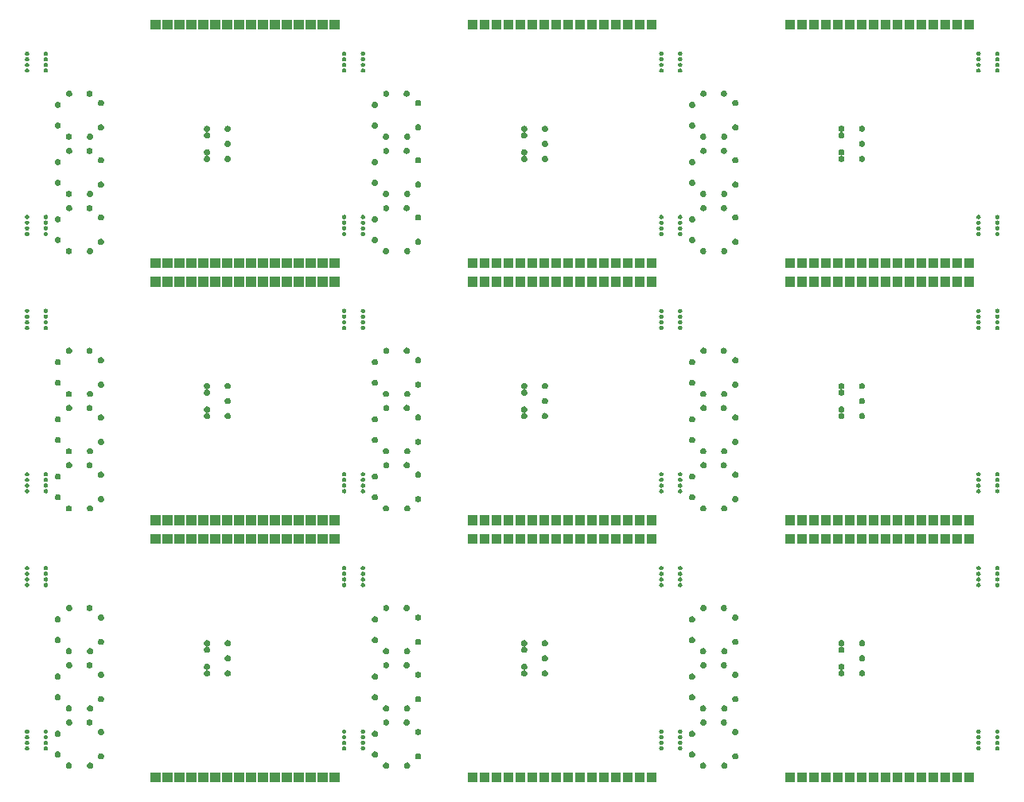
<source format=gbs>
G04 #@! TF.GenerationSoftware,KiCad,Pcbnew,(5.1.5)-3*
G04 #@! TF.CreationDate,2020-01-06T20:35:26-07:00*
G04 #@! TF.ProjectId,rf_panel,72665f70-616e-4656-9c2e-6b696361645f,A*
G04 #@! TF.SameCoordinates,PX5c3d87cPY8384138*
G04 #@! TF.FileFunction,Soldermask,Bot*
G04 #@! TF.FilePolarity,Negative*
%FSLAX46Y46*%
G04 Gerber Fmt 4.6, Leading zero omitted, Abs format (unit mm)*
G04 Created by KiCad (PCBNEW (5.1.5)-3) date 2020-01-06 20:35:26*
%MOMM*%
%LPD*%
G04 APERTURE LIST*
%ADD10C,0.100000*%
G04 APERTURE END LIST*
D10*
G36*
X19254980Y3972540D02*
G01*
X18194980Y3972540D01*
X18194980Y5032540D01*
X19254980Y5032540D01*
X19254980Y3972540D01*
G37*
G36*
X35764980Y3972540D02*
G01*
X34704980Y3972540D01*
X34704980Y5032540D01*
X35764980Y5032540D01*
X35764980Y3972540D01*
G37*
G36*
X34494980Y3972540D02*
G01*
X33434980Y3972540D01*
X33434980Y5032540D01*
X34494980Y5032540D01*
X34494980Y3972540D01*
G37*
G36*
X33224980Y3972540D02*
G01*
X32164980Y3972540D01*
X32164980Y5032540D01*
X33224980Y5032540D01*
X33224980Y3972540D01*
G37*
G36*
X31954980Y3972540D02*
G01*
X30894980Y3972540D01*
X30894980Y5032540D01*
X31954980Y5032540D01*
X31954980Y3972540D01*
G37*
G36*
X30684980Y3972540D02*
G01*
X29624980Y3972540D01*
X29624980Y5032540D01*
X30684980Y5032540D01*
X30684980Y3972540D01*
G37*
G36*
X29414980Y3972540D02*
G01*
X28354980Y3972540D01*
X28354980Y5032540D01*
X29414980Y5032540D01*
X29414980Y3972540D01*
G37*
G36*
X28144980Y3972540D02*
G01*
X27084980Y3972540D01*
X27084980Y5032540D01*
X28144980Y5032540D01*
X28144980Y3972540D01*
G37*
G36*
X26874980Y3972540D02*
G01*
X25814980Y3972540D01*
X25814980Y5032540D01*
X26874980Y5032540D01*
X26874980Y3972540D01*
G37*
G36*
X25604980Y3972540D02*
G01*
X24544980Y3972540D01*
X24544980Y5032540D01*
X25604980Y5032540D01*
X25604980Y3972540D01*
G37*
G36*
X24334980Y3972540D02*
G01*
X23274980Y3972540D01*
X23274980Y5032540D01*
X24334980Y5032540D01*
X24334980Y3972540D01*
G37*
G36*
X23064980Y3972540D02*
G01*
X22004980Y3972540D01*
X22004980Y5032540D01*
X23064980Y5032540D01*
X23064980Y3972540D01*
G37*
G36*
X21794980Y3972540D02*
G01*
X20734980Y3972540D01*
X20734980Y5032540D01*
X21794980Y5032540D01*
X21794980Y3972540D01*
G37*
G36*
X58084980Y3972540D02*
G01*
X57024980Y3972540D01*
X57024980Y5032540D01*
X58084980Y5032540D01*
X58084980Y3972540D01*
G37*
G36*
X17984980Y3972540D02*
G01*
X16924980Y3972540D01*
X16924980Y5032540D01*
X17984980Y5032540D01*
X17984980Y3972540D01*
G37*
G36*
X16714980Y3972540D02*
G01*
X15654980Y3972540D01*
X15654980Y5032540D01*
X16714980Y5032540D01*
X16714980Y3972540D01*
G37*
G36*
X69514980Y3972540D02*
G01*
X68454980Y3972540D01*
X68454980Y5032540D01*
X69514980Y5032540D01*
X69514980Y3972540D01*
G37*
G36*
X68244980Y3972540D02*
G01*
X67184980Y3972540D01*
X67184980Y5032540D01*
X68244980Y5032540D01*
X68244980Y3972540D01*
G37*
G36*
X66974980Y3972540D02*
G01*
X65914980Y3972540D01*
X65914980Y5032540D01*
X66974980Y5032540D01*
X66974980Y3972540D01*
G37*
G36*
X65704980Y3972540D02*
G01*
X64644980Y3972540D01*
X64644980Y5032540D01*
X65704980Y5032540D01*
X65704980Y3972540D01*
G37*
G36*
X64434980Y3972540D02*
G01*
X63374980Y3972540D01*
X63374980Y5032540D01*
X64434980Y5032540D01*
X64434980Y3972540D01*
G37*
G36*
X63164980Y3972540D02*
G01*
X62104980Y3972540D01*
X62104980Y5032540D01*
X63164980Y5032540D01*
X63164980Y3972540D01*
G37*
G36*
X61894980Y3972540D02*
G01*
X60834980Y3972540D01*
X60834980Y5032540D01*
X61894980Y5032540D01*
X61894980Y3972540D01*
G37*
G36*
X60624980Y3972540D02*
G01*
X59564980Y3972540D01*
X59564980Y5032540D01*
X60624980Y5032540D01*
X60624980Y3972540D01*
G37*
G36*
X96914980Y3972540D02*
G01*
X95854980Y3972540D01*
X95854980Y5032540D01*
X96914980Y5032540D01*
X96914980Y3972540D01*
G37*
G36*
X103264980Y3972540D02*
G01*
X102204980Y3972540D01*
X102204980Y5032540D01*
X103264980Y5032540D01*
X103264980Y3972540D01*
G37*
G36*
X20524980Y3972540D02*
G01*
X19464980Y3972540D01*
X19464980Y5032540D01*
X20524980Y5032540D01*
X20524980Y3972540D01*
G37*
G36*
X56814980Y3972540D02*
G01*
X55754980Y3972540D01*
X55754980Y5032540D01*
X56814980Y5032540D01*
X56814980Y3972540D01*
G37*
G36*
X55544980Y3972540D02*
G01*
X54484980Y3972540D01*
X54484980Y5032540D01*
X55544980Y5032540D01*
X55544980Y3972540D01*
G37*
G36*
X54274980Y3972540D02*
G01*
X53214980Y3972540D01*
X53214980Y5032540D01*
X54274980Y5032540D01*
X54274980Y3972540D01*
G37*
G36*
X53004980Y3972540D02*
G01*
X51944980Y3972540D01*
X51944980Y5032540D01*
X53004980Y5032540D01*
X53004980Y3972540D01*
G37*
G36*
X51734980Y3972540D02*
G01*
X50674980Y3972540D01*
X50674980Y5032540D01*
X51734980Y5032540D01*
X51734980Y3972540D01*
G37*
G36*
X50464980Y3972540D02*
G01*
X49404980Y3972540D01*
X49404980Y5032540D01*
X50464980Y5032540D01*
X50464980Y3972540D01*
G37*
G36*
X101994980Y3972540D02*
G01*
X100934980Y3972540D01*
X100934980Y5032540D01*
X101994980Y5032540D01*
X101994980Y3972540D01*
G37*
G36*
X100724980Y3972540D02*
G01*
X99664980Y3972540D01*
X99664980Y5032540D01*
X100724980Y5032540D01*
X100724980Y3972540D01*
G37*
G36*
X99454980Y3972540D02*
G01*
X98394980Y3972540D01*
X98394980Y5032540D01*
X99454980Y5032540D01*
X99454980Y3972540D01*
G37*
G36*
X98184980Y3972540D02*
G01*
X97124980Y3972540D01*
X97124980Y5032540D01*
X98184980Y5032540D01*
X98184980Y3972540D01*
G37*
G36*
X85484980Y3972540D02*
G01*
X84424980Y3972540D01*
X84424980Y5032540D01*
X85484980Y5032540D01*
X85484980Y3972540D01*
G37*
G36*
X84214980Y3972540D02*
G01*
X83154980Y3972540D01*
X83154980Y5032540D01*
X84214980Y5032540D01*
X84214980Y3972540D01*
G37*
G36*
X59354980Y3972540D02*
G01*
X58294980Y3972540D01*
X58294980Y5032540D01*
X59354980Y5032540D01*
X59354980Y3972540D01*
G37*
G36*
X86754980Y3972540D02*
G01*
X85694980Y3972540D01*
X85694980Y5032540D01*
X86754980Y5032540D01*
X86754980Y3972540D01*
G37*
G36*
X88024980Y3972540D02*
G01*
X86964980Y3972540D01*
X86964980Y5032540D01*
X88024980Y5032540D01*
X88024980Y3972540D01*
G37*
G36*
X89294980Y3972540D02*
G01*
X88234980Y3972540D01*
X88234980Y5032540D01*
X89294980Y5032540D01*
X89294980Y3972540D01*
G37*
G36*
X90564980Y3972540D02*
G01*
X89504980Y3972540D01*
X89504980Y5032540D01*
X90564980Y5032540D01*
X90564980Y3972540D01*
G37*
G36*
X91834980Y3972540D02*
G01*
X90774980Y3972540D01*
X90774980Y5032540D01*
X91834980Y5032540D01*
X91834980Y3972540D01*
G37*
G36*
X93104980Y3972540D02*
G01*
X92044980Y3972540D01*
X92044980Y5032540D01*
X93104980Y5032540D01*
X93104980Y3972540D01*
G37*
G36*
X94374980Y3972540D02*
G01*
X93314980Y3972540D01*
X93314980Y5032540D01*
X94374980Y5032540D01*
X94374980Y3972540D01*
G37*
G36*
X95644980Y3972540D02*
G01*
X94584980Y3972540D01*
X94584980Y5032540D01*
X95644980Y5032540D01*
X95644980Y3972540D01*
G37*
G36*
X40755144Y6093468D02*
G01*
X40793398Y6085859D01*
X40853454Y6060982D01*
X40907503Y6024868D01*
X40953468Y5978903D01*
X40989582Y5924854D01*
X41014459Y5864798D01*
X41027140Y5801042D01*
X41027140Y5736038D01*
X41014459Y5672282D01*
X40989582Y5612226D01*
X40953468Y5558177D01*
X40907503Y5512212D01*
X40853454Y5476098D01*
X40793398Y5451221D01*
X40755144Y5443612D01*
X40729644Y5438540D01*
X40664636Y5438540D01*
X40639136Y5443612D01*
X40600882Y5451221D01*
X40540826Y5476098D01*
X40486777Y5512212D01*
X40440812Y5558177D01*
X40404698Y5612226D01*
X40379821Y5672282D01*
X40367140Y5736038D01*
X40367140Y5801042D01*
X40379821Y5864798D01*
X40404698Y5924854D01*
X40440812Y5978903D01*
X40486777Y6024868D01*
X40540826Y6060982D01*
X40600882Y6085859D01*
X40639136Y6093468D01*
X40664636Y6098540D01*
X40729644Y6098540D01*
X40755144Y6093468D01*
G37*
G36*
X76755144Y6093468D02*
G01*
X76793398Y6085859D01*
X76853454Y6060982D01*
X76907503Y6024868D01*
X76953468Y5978903D01*
X76989582Y5924854D01*
X77014459Y5864798D01*
X77027140Y5801042D01*
X77027140Y5736038D01*
X77014459Y5672282D01*
X76989582Y5612226D01*
X76953468Y5558177D01*
X76907503Y5512212D01*
X76853454Y5476098D01*
X76793398Y5451221D01*
X76755144Y5443612D01*
X76729644Y5438540D01*
X76664636Y5438540D01*
X76639136Y5443612D01*
X76600882Y5451221D01*
X76540826Y5476098D01*
X76486777Y5512212D01*
X76440812Y5558177D01*
X76404698Y5612226D01*
X76379821Y5672282D01*
X76367140Y5736038D01*
X76367140Y5801042D01*
X76379821Y5864798D01*
X76404698Y5924854D01*
X76440812Y5978903D01*
X76486777Y6024868D01*
X76540826Y6060982D01*
X76600882Y6085859D01*
X76639136Y6093468D01*
X76664636Y6098540D01*
X76729644Y6098540D01*
X76755144Y6093468D01*
G37*
G36*
X74505144Y6093468D02*
G01*
X74543398Y6085859D01*
X74603454Y6060982D01*
X74657503Y6024868D01*
X74703468Y5978903D01*
X74739582Y5924854D01*
X74764459Y5864798D01*
X74777140Y5801042D01*
X74777140Y5736038D01*
X74764459Y5672282D01*
X74739582Y5612226D01*
X74703468Y5558177D01*
X74657503Y5512212D01*
X74603454Y5476098D01*
X74543398Y5451221D01*
X74505144Y5443612D01*
X74479644Y5438540D01*
X74414636Y5438540D01*
X74389136Y5443612D01*
X74350882Y5451221D01*
X74290826Y5476098D01*
X74236777Y5512212D01*
X74190812Y5558177D01*
X74154698Y5612226D01*
X74129821Y5672282D01*
X74117140Y5736038D01*
X74117140Y5801042D01*
X74129821Y5864798D01*
X74154698Y5924854D01*
X74190812Y5978903D01*
X74236777Y6024868D01*
X74290826Y6060982D01*
X74350882Y6085859D01*
X74389136Y6093468D01*
X74414636Y6098540D01*
X74479644Y6098540D01*
X74505144Y6093468D01*
G37*
G36*
X43005144Y6093468D02*
G01*
X43043398Y6085859D01*
X43103454Y6060982D01*
X43157503Y6024868D01*
X43203468Y5978903D01*
X43239582Y5924854D01*
X43264459Y5864798D01*
X43277140Y5801042D01*
X43277140Y5736038D01*
X43264459Y5672282D01*
X43239582Y5612226D01*
X43203468Y5558177D01*
X43157503Y5512212D01*
X43103454Y5476098D01*
X43043398Y5451221D01*
X43005144Y5443612D01*
X42979644Y5438540D01*
X42914636Y5438540D01*
X42889136Y5443612D01*
X42850882Y5451221D01*
X42790826Y5476098D01*
X42736777Y5512212D01*
X42690812Y5558177D01*
X42654698Y5612226D01*
X42629821Y5672282D01*
X42617140Y5736038D01*
X42617140Y5801042D01*
X42629821Y5864798D01*
X42654698Y5924854D01*
X42690812Y5978903D01*
X42736777Y6024868D01*
X42790826Y6060982D01*
X42850882Y6085859D01*
X42889136Y6093468D01*
X42914636Y6098540D01*
X42979644Y6098540D01*
X43005144Y6093468D01*
G37*
G36*
X9255144Y6093468D02*
G01*
X9293398Y6085859D01*
X9353454Y6060982D01*
X9407503Y6024868D01*
X9453468Y5978903D01*
X9489582Y5924854D01*
X9514459Y5864798D01*
X9527140Y5801042D01*
X9527140Y5736038D01*
X9514459Y5672282D01*
X9489582Y5612226D01*
X9453468Y5558177D01*
X9407503Y5512212D01*
X9353454Y5476098D01*
X9293398Y5451221D01*
X9255144Y5443612D01*
X9229644Y5438540D01*
X9164636Y5438540D01*
X9139136Y5443612D01*
X9100882Y5451221D01*
X9040826Y5476098D01*
X8986777Y5512212D01*
X8940812Y5558177D01*
X8904698Y5612226D01*
X8879821Y5672282D01*
X8867140Y5736038D01*
X8867140Y5801042D01*
X8879821Y5864798D01*
X8904698Y5924854D01*
X8940812Y5978903D01*
X8986777Y6024868D01*
X9040826Y6060982D01*
X9100882Y6085859D01*
X9139136Y6093468D01*
X9164636Y6098540D01*
X9229644Y6098540D01*
X9255144Y6093468D01*
G37*
G36*
X7005144Y6093468D02*
G01*
X7043398Y6085859D01*
X7103454Y6060982D01*
X7157503Y6024868D01*
X7203468Y5978903D01*
X7239582Y5924854D01*
X7264459Y5864798D01*
X7277140Y5801042D01*
X7277140Y5736038D01*
X7264459Y5672282D01*
X7239582Y5612226D01*
X7203468Y5558177D01*
X7157503Y5512212D01*
X7103454Y5476098D01*
X7043398Y5451221D01*
X7005144Y5443612D01*
X6979644Y5438540D01*
X6914636Y5438540D01*
X6889136Y5443612D01*
X6850882Y5451221D01*
X6790826Y5476098D01*
X6736777Y5512212D01*
X6690812Y5558177D01*
X6654698Y5612226D01*
X6629821Y5672282D01*
X6617140Y5736038D01*
X6617140Y5801042D01*
X6629821Y5864798D01*
X6654698Y5924854D01*
X6690812Y5978903D01*
X6736777Y6024868D01*
X6790826Y6060982D01*
X6850882Y6085859D01*
X6889136Y6093468D01*
X6914636Y6098540D01*
X6979644Y6098540D01*
X7005144Y6093468D01*
G37*
G36*
X10425144Y7083468D02*
G01*
X10463398Y7075859D01*
X10523454Y7050982D01*
X10577503Y7014868D01*
X10623468Y6968903D01*
X10659582Y6914854D01*
X10684459Y6854798D01*
X10697140Y6791042D01*
X10697140Y6726038D01*
X10684459Y6662282D01*
X10659582Y6602226D01*
X10623468Y6548177D01*
X10577503Y6502212D01*
X10523454Y6466098D01*
X10463398Y6441221D01*
X10425144Y6433612D01*
X10399644Y6428540D01*
X10334636Y6428540D01*
X10309136Y6433612D01*
X10270882Y6441221D01*
X10210826Y6466098D01*
X10156777Y6502212D01*
X10110812Y6548177D01*
X10074698Y6602226D01*
X10049821Y6662282D01*
X10037140Y6726038D01*
X10037140Y6791042D01*
X10049821Y6854798D01*
X10074698Y6914854D01*
X10110812Y6968903D01*
X10156777Y7014868D01*
X10210826Y7050982D01*
X10270882Y7075859D01*
X10309136Y7083468D01*
X10334636Y7088540D01*
X10399644Y7088540D01*
X10425144Y7083468D01*
G37*
G36*
X77925144Y7083468D02*
G01*
X77963398Y7075859D01*
X78023454Y7050982D01*
X78077503Y7014868D01*
X78123468Y6968903D01*
X78159582Y6914854D01*
X78184459Y6854798D01*
X78197140Y6791042D01*
X78197140Y6726038D01*
X78184459Y6662282D01*
X78159582Y6602226D01*
X78123468Y6548177D01*
X78077503Y6502212D01*
X78023454Y6466098D01*
X77963398Y6441221D01*
X77925144Y6433612D01*
X77899644Y6428540D01*
X77834636Y6428540D01*
X77809136Y6433612D01*
X77770882Y6441221D01*
X77710826Y6466098D01*
X77656777Y6502212D01*
X77610812Y6548177D01*
X77574698Y6602226D01*
X77549821Y6662282D01*
X77537140Y6726038D01*
X77537140Y6791042D01*
X77549821Y6854798D01*
X77574698Y6914854D01*
X77610812Y6968903D01*
X77656777Y7014868D01*
X77710826Y7050982D01*
X77770882Y7075859D01*
X77809136Y7083468D01*
X77834636Y7088540D01*
X77899644Y7088540D01*
X77925144Y7083468D01*
G37*
G36*
X44175144Y7083468D02*
G01*
X44213398Y7075859D01*
X44273454Y7050982D01*
X44327503Y7014868D01*
X44373468Y6968903D01*
X44409582Y6914854D01*
X44434459Y6854798D01*
X44447140Y6791042D01*
X44447140Y6726038D01*
X44434459Y6662282D01*
X44409582Y6602226D01*
X44373468Y6548177D01*
X44327503Y6502212D01*
X44273454Y6466098D01*
X44213398Y6441221D01*
X44175144Y6433612D01*
X44149644Y6428540D01*
X44084636Y6428540D01*
X44059136Y6433612D01*
X44020882Y6441221D01*
X43960826Y6466098D01*
X43906777Y6502212D01*
X43860812Y6548177D01*
X43824698Y6602226D01*
X43799821Y6662282D01*
X43787140Y6726038D01*
X43787140Y6791042D01*
X43799821Y6854798D01*
X43824698Y6914854D01*
X43860812Y6968903D01*
X43906777Y7014868D01*
X43960826Y7050982D01*
X44020882Y7075859D01*
X44059136Y7083468D01*
X44084636Y7088540D01*
X44149644Y7088540D01*
X44175144Y7083468D01*
G37*
G36*
X73325144Y7283468D02*
G01*
X73363398Y7275859D01*
X73423454Y7250982D01*
X73477503Y7214868D01*
X73523468Y7168903D01*
X73559582Y7114854D01*
X73584459Y7054798D01*
X73597140Y6991042D01*
X73597140Y6926038D01*
X73584459Y6862282D01*
X73559582Y6802226D01*
X73523468Y6748177D01*
X73477503Y6702212D01*
X73423454Y6666098D01*
X73363398Y6641221D01*
X73325144Y6633612D01*
X73299644Y6628540D01*
X73234636Y6628540D01*
X73209136Y6633612D01*
X73170882Y6641221D01*
X73110826Y6666098D01*
X73056777Y6702212D01*
X73010812Y6748177D01*
X72974698Y6802226D01*
X72949821Y6862282D01*
X72937140Y6926038D01*
X72937140Y6991042D01*
X72949821Y7054798D01*
X72974698Y7114854D01*
X73010812Y7168903D01*
X73056777Y7214868D01*
X73110826Y7250982D01*
X73170882Y7275859D01*
X73209136Y7283468D01*
X73234636Y7288540D01*
X73299644Y7288540D01*
X73325144Y7283468D01*
G37*
G36*
X5825144Y7283468D02*
G01*
X5863398Y7275859D01*
X5923454Y7250982D01*
X5977503Y7214868D01*
X6023468Y7168903D01*
X6059582Y7114854D01*
X6084459Y7054798D01*
X6097140Y6991042D01*
X6097140Y6926038D01*
X6084459Y6862282D01*
X6059582Y6802226D01*
X6023468Y6748177D01*
X5977503Y6702212D01*
X5923454Y6666098D01*
X5863398Y6641221D01*
X5825144Y6633612D01*
X5799644Y6628540D01*
X5734636Y6628540D01*
X5709136Y6633612D01*
X5670882Y6641221D01*
X5610826Y6666098D01*
X5556777Y6702212D01*
X5510812Y6748177D01*
X5474698Y6802226D01*
X5449821Y6862282D01*
X5437140Y6926038D01*
X5437140Y6991042D01*
X5449821Y7054798D01*
X5474698Y7114854D01*
X5510812Y7168903D01*
X5556777Y7214868D01*
X5610826Y7250982D01*
X5670882Y7275859D01*
X5709136Y7283468D01*
X5734636Y7288540D01*
X5799644Y7288540D01*
X5825144Y7283468D01*
G37*
G36*
X39575144Y7283468D02*
G01*
X39613398Y7275859D01*
X39673454Y7250982D01*
X39727503Y7214868D01*
X39773468Y7168903D01*
X39809582Y7114854D01*
X39834459Y7054798D01*
X39847140Y6991042D01*
X39847140Y6926038D01*
X39834459Y6862282D01*
X39809582Y6802226D01*
X39773468Y6748177D01*
X39727503Y6702212D01*
X39673454Y6666098D01*
X39613398Y6641221D01*
X39575144Y6633612D01*
X39549644Y6628540D01*
X39484636Y6628540D01*
X39459136Y6633612D01*
X39420882Y6641221D01*
X39360826Y6666098D01*
X39306777Y6702212D01*
X39260812Y6748177D01*
X39224698Y6802226D01*
X39199821Y6862282D01*
X39187140Y6926038D01*
X39187140Y6991042D01*
X39199821Y7054798D01*
X39224698Y7114854D01*
X39260812Y7168903D01*
X39306777Y7214868D01*
X39360826Y7250982D01*
X39420882Y7275859D01*
X39459136Y7283468D01*
X39484636Y7288540D01*
X39549644Y7288540D01*
X39575144Y7283468D01*
G37*
G36*
X70067086Y7821162D02*
G01*
X70067088Y7821161D01*
X70067089Y7821161D01*
X70079347Y7816083D01*
X70108945Y7803824D01*
X70108946Y7803823D01*
X70146617Y7778653D01*
X70178653Y7746617D01*
X70197552Y7718331D01*
X70203824Y7708945D01*
X70221162Y7667086D01*
X70230000Y7622655D01*
X70230000Y7577345D01*
X70221162Y7532914D01*
X70203824Y7491055D01*
X70203823Y7491054D01*
X70178653Y7453383D01*
X70146617Y7421347D01*
X70118331Y7402448D01*
X70108945Y7396176D01*
X70079347Y7383916D01*
X70067089Y7378839D01*
X70067088Y7378839D01*
X70067086Y7378838D01*
X70022655Y7370000D01*
X69977345Y7370000D01*
X69932914Y7378838D01*
X69932912Y7378839D01*
X69932911Y7378839D01*
X69920653Y7383916D01*
X69891055Y7396176D01*
X69881669Y7402448D01*
X69853383Y7421347D01*
X69821347Y7453383D01*
X69796177Y7491054D01*
X69796176Y7491055D01*
X69778838Y7532914D01*
X69770000Y7577345D01*
X69770000Y7622655D01*
X69778838Y7667086D01*
X69796176Y7708945D01*
X69802448Y7718331D01*
X69821347Y7746617D01*
X69853383Y7778653D01*
X69891054Y7803823D01*
X69891055Y7803824D01*
X69920653Y7816083D01*
X69932911Y7821161D01*
X69932912Y7821161D01*
X69932914Y7821162D01*
X69977345Y7830000D01*
X70022655Y7830000D01*
X70067086Y7821162D01*
G37*
G36*
X72067086Y7821162D02*
G01*
X72067088Y7821161D01*
X72067089Y7821161D01*
X72079347Y7816083D01*
X72108945Y7803824D01*
X72108946Y7803823D01*
X72146617Y7778653D01*
X72178653Y7746617D01*
X72197552Y7718331D01*
X72203824Y7708945D01*
X72221162Y7667086D01*
X72230000Y7622655D01*
X72230000Y7577345D01*
X72221162Y7532914D01*
X72203824Y7491055D01*
X72203823Y7491054D01*
X72178653Y7453383D01*
X72146617Y7421347D01*
X72118331Y7402448D01*
X72108945Y7396176D01*
X72079347Y7383916D01*
X72067089Y7378839D01*
X72067088Y7378839D01*
X72067086Y7378838D01*
X72022655Y7370000D01*
X71977345Y7370000D01*
X71932914Y7378838D01*
X71932912Y7378839D01*
X71932911Y7378839D01*
X71920653Y7383916D01*
X71891055Y7396176D01*
X71881669Y7402448D01*
X71853383Y7421347D01*
X71821347Y7453383D01*
X71796177Y7491054D01*
X71796176Y7491055D01*
X71778838Y7532914D01*
X71770000Y7577345D01*
X71770000Y7622655D01*
X71778838Y7667086D01*
X71796176Y7708945D01*
X71802448Y7718331D01*
X71821347Y7746617D01*
X71853383Y7778653D01*
X71891054Y7803823D01*
X71891055Y7803824D01*
X71920653Y7816083D01*
X71932911Y7821161D01*
X71932912Y7821161D01*
X71932914Y7821162D01*
X71977345Y7830000D01*
X72022655Y7830000D01*
X72067086Y7821162D01*
G37*
G36*
X105817086Y7821162D02*
G01*
X105817088Y7821161D01*
X105817089Y7821161D01*
X105829347Y7816083D01*
X105858945Y7803824D01*
X105858946Y7803823D01*
X105896617Y7778653D01*
X105928653Y7746617D01*
X105947552Y7718331D01*
X105953824Y7708945D01*
X105971162Y7667086D01*
X105980000Y7622655D01*
X105980000Y7577345D01*
X105971162Y7532914D01*
X105953824Y7491055D01*
X105953823Y7491054D01*
X105928653Y7453383D01*
X105896617Y7421347D01*
X105868331Y7402448D01*
X105858945Y7396176D01*
X105829347Y7383916D01*
X105817089Y7378839D01*
X105817088Y7378839D01*
X105817086Y7378838D01*
X105772655Y7370000D01*
X105727345Y7370000D01*
X105682914Y7378838D01*
X105682912Y7378839D01*
X105682911Y7378839D01*
X105670653Y7383916D01*
X105641055Y7396176D01*
X105631669Y7402448D01*
X105603383Y7421347D01*
X105571347Y7453383D01*
X105546177Y7491054D01*
X105546176Y7491055D01*
X105528838Y7532914D01*
X105520000Y7577345D01*
X105520000Y7622655D01*
X105528838Y7667086D01*
X105546176Y7708945D01*
X105552448Y7718331D01*
X105571347Y7746617D01*
X105603383Y7778653D01*
X105641054Y7803823D01*
X105641055Y7803824D01*
X105670653Y7816083D01*
X105682911Y7821161D01*
X105682912Y7821161D01*
X105682914Y7821162D01*
X105727345Y7830000D01*
X105772655Y7830000D01*
X105817086Y7821162D01*
G37*
G36*
X4567086Y7821162D02*
G01*
X4567088Y7821161D01*
X4567089Y7821161D01*
X4579347Y7816083D01*
X4608945Y7803824D01*
X4608946Y7803823D01*
X4646617Y7778653D01*
X4678653Y7746617D01*
X4697552Y7718331D01*
X4703824Y7708945D01*
X4721162Y7667086D01*
X4730000Y7622655D01*
X4730000Y7577345D01*
X4721162Y7532914D01*
X4703824Y7491055D01*
X4703823Y7491054D01*
X4678653Y7453383D01*
X4646617Y7421347D01*
X4618331Y7402448D01*
X4608945Y7396176D01*
X4579347Y7383916D01*
X4567089Y7378839D01*
X4567088Y7378839D01*
X4567086Y7378838D01*
X4522655Y7370000D01*
X4477345Y7370000D01*
X4432914Y7378838D01*
X4432912Y7378839D01*
X4432911Y7378839D01*
X4420653Y7383916D01*
X4391055Y7396176D01*
X4381669Y7402448D01*
X4353383Y7421347D01*
X4321347Y7453383D01*
X4296177Y7491054D01*
X4296176Y7491055D01*
X4278838Y7532914D01*
X4270000Y7577345D01*
X4270000Y7622655D01*
X4278838Y7667086D01*
X4296176Y7708945D01*
X4302448Y7718331D01*
X4321347Y7746617D01*
X4353383Y7778653D01*
X4391054Y7803823D01*
X4391055Y7803824D01*
X4420653Y7816083D01*
X4432911Y7821161D01*
X4432912Y7821161D01*
X4432914Y7821162D01*
X4477345Y7830000D01*
X4522655Y7830000D01*
X4567086Y7821162D01*
G37*
G36*
X103817086Y7821162D02*
G01*
X103817088Y7821161D01*
X103817089Y7821161D01*
X103829347Y7816083D01*
X103858945Y7803824D01*
X103858946Y7803823D01*
X103896617Y7778653D01*
X103928653Y7746617D01*
X103947552Y7718331D01*
X103953824Y7708945D01*
X103971162Y7667086D01*
X103980000Y7622655D01*
X103980000Y7577345D01*
X103971162Y7532914D01*
X103953824Y7491055D01*
X103953823Y7491054D01*
X103928653Y7453383D01*
X103896617Y7421347D01*
X103868331Y7402448D01*
X103858945Y7396176D01*
X103829347Y7383916D01*
X103817089Y7378839D01*
X103817088Y7378839D01*
X103817086Y7378838D01*
X103772655Y7370000D01*
X103727345Y7370000D01*
X103682914Y7378838D01*
X103682912Y7378839D01*
X103682911Y7378839D01*
X103670653Y7383916D01*
X103641055Y7396176D01*
X103631669Y7402448D01*
X103603383Y7421347D01*
X103571347Y7453383D01*
X103546177Y7491054D01*
X103546176Y7491055D01*
X103528838Y7532914D01*
X103520000Y7577345D01*
X103520000Y7622655D01*
X103528838Y7667086D01*
X103546176Y7708945D01*
X103552448Y7718331D01*
X103571347Y7746617D01*
X103603383Y7778653D01*
X103641054Y7803823D01*
X103641055Y7803824D01*
X103670653Y7816083D01*
X103682911Y7821161D01*
X103682912Y7821161D01*
X103682914Y7821162D01*
X103727345Y7830000D01*
X103772655Y7830000D01*
X103817086Y7821162D01*
G37*
G36*
X36317086Y7821162D02*
G01*
X36317088Y7821161D01*
X36317089Y7821161D01*
X36329347Y7816083D01*
X36358945Y7803824D01*
X36358946Y7803823D01*
X36396617Y7778653D01*
X36428653Y7746617D01*
X36447552Y7718331D01*
X36453824Y7708945D01*
X36471162Y7667086D01*
X36480000Y7622655D01*
X36480000Y7577345D01*
X36471162Y7532914D01*
X36453824Y7491055D01*
X36453823Y7491054D01*
X36428653Y7453383D01*
X36396617Y7421347D01*
X36368331Y7402448D01*
X36358945Y7396176D01*
X36329347Y7383916D01*
X36317089Y7378839D01*
X36317088Y7378839D01*
X36317086Y7378838D01*
X36272655Y7370000D01*
X36227345Y7370000D01*
X36182914Y7378838D01*
X36182912Y7378839D01*
X36182911Y7378839D01*
X36170653Y7383916D01*
X36141055Y7396176D01*
X36131669Y7402448D01*
X36103383Y7421347D01*
X36071347Y7453383D01*
X36046177Y7491054D01*
X36046176Y7491055D01*
X36028838Y7532914D01*
X36020000Y7577345D01*
X36020000Y7622655D01*
X36028838Y7667086D01*
X36046176Y7708945D01*
X36052448Y7718331D01*
X36071347Y7746617D01*
X36103383Y7778653D01*
X36141054Y7803823D01*
X36141055Y7803824D01*
X36170653Y7816083D01*
X36182911Y7821161D01*
X36182912Y7821161D01*
X36182914Y7821162D01*
X36227345Y7830000D01*
X36272655Y7830000D01*
X36317086Y7821162D01*
G37*
G36*
X2567086Y7821162D02*
G01*
X2567088Y7821161D01*
X2567089Y7821161D01*
X2579347Y7816083D01*
X2608945Y7803824D01*
X2608946Y7803823D01*
X2646617Y7778653D01*
X2678653Y7746617D01*
X2697552Y7718331D01*
X2703824Y7708945D01*
X2721162Y7667086D01*
X2730000Y7622655D01*
X2730000Y7577345D01*
X2721162Y7532914D01*
X2703824Y7491055D01*
X2703823Y7491054D01*
X2678653Y7453383D01*
X2646617Y7421347D01*
X2618331Y7402448D01*
X2608945Y7396176D01*
X2579347Y7383916D01*
X2567089Y7378839D01*
X2567088Y7378839D01*
X2567086Y7378838D01*
X2522655Y7370000D01*
X2477345Y7370000D01*
X2432914Y7378838D01*
X2432912Y7378839D01*
X2432911Y7378839D01*
X2420653Y7383916D01*
X2391055Y7396176D01*
X2381669Y7402448D01*
X2353383Y7421347D01*
X2321347Y7453383D01*
X2296177Y7491054D01*
X2296176Y7491055D01*
X2278838Y7532914D01*
X2270000Y7577345D01*
X2270000Y7622655D01*
X2278838Y7667086D01*
X2296176Y7708945D01*
X2302448Y7718331D01*
X2321347Y7746617D01*
X2353383Y7778653D01*
X2391054Y7803823D01*
X2391055Y7803824D01*
X2420653Y7816083D01*
X2432911Y7821161D01*
X2432912Y7821161D01*
X2432914Y7821162D01*
X2477345Y7830000D01*
X2522655Y7830000D01*
X2567086Y7821162D01*
G37*
G36*
X38317086Y7821162D02*
G01*
X38317088Y7821161D01*
X38317089Y7821161D01*
X38329347Y7816083D01*
X38358945Y7803824D01*
X38358946Y7803823D01*
X38396617Y7778653D01*
X38428653Y7746617D01*
X38447552Y7718331D01*
X38453824Y7708945D01*
X38471162Y7667086D01*
X38480000Y7622655D01*
X38480000Y7577345D01*
X38471162Y7532914D01*
X38453824Y7491055D01*
X38453823Y7491054D01*
X38428653Y7453383D01*
X38396617Y7421347D01*
X38368331Y7402448D01*
X38358945Y7396176D01*
X38329347Y7383916D01*
X38317089Y7378839D01*
X38317088Y7378839D01*
X38317086Y7378838D01*
X38272655Y7370000D01*
X38227345Y7370000D01*
X38182914Y7378838D01*
X38182912Y7378839D01*
X38182911Y7378839D01*
X38170653Y7383916D01*
X38141055Y7396176D01*
X38131669Y7402448D01*
X38103383Y7421347D01*
X38071347Y7453383D01*
X38046177Y7491054D01*
X38046176Y7491055D01*
X38028838Y7532914D01*
X38020000Y7577345D01*
X38020000Y7622655D01*
X38028838Y7667086D01*
X38046176Y7708945D01*
X38052448Y7718331D01*
X38071347Y7746617D01*
X38103383Y7778653D01*
X38141054Y7803823D01*
X38141055Y7803824D01*
X38170653Y7816083D01*
X38182911Y7821161D01*
X38182912Y7821161D01*
X38182914Y7821162D01*
X38227345Y7830000D01*
X38272655Y7830000D01*
X38317086Y7821162D01*
G37*
G36*
X2567086Y8421162D02*
G01*
X2567088Y8421161D01*
X2567089Y8421161D01*
X2579347Y8416083D01*
X2608945Y8403824D01*
X2608946Y8403823D01*
X2646617Y8378653D01*
X2678653Y8346617D01*
X2697552Y8318331D01*
X2703824Y8308945D01*
X2721162Y8267086D01*
X2730000Y8222655D01*
X2730000Y8177345D01*
X2721162Y8132914D01*
X2703824Y8091055D01*
X2703823Y8091054D01*
X2678653Y8053383D01*
X2646617Y8021347D01*
X2618331Y8002448D01*
X2608945Y7996176D01*
X2579347Y7983916D01*
X2567089Y7978839D01*
X2567088Y7978839D01*
X2567086Y7978838D01*
X2522655Y7970000D01*
X2477345Y7970000D01*
X2432914Y7978838D01*
X2432912Y7978839D01*
X2432911Y7978839D01*
X2420653Y7983916D01*
X2391055Y7996176D01*
X2381669Y8002448D01*
X2353383Y8021347D01*
X2321347Y8053383D01*
X2296177Y8091054D01*
X2296176Y8091055D01*
X2278838Y8132914D01*
X2270000Y8177345D01*
X2270000Y8222655D01*
X2278838Y8267086D01*
X2296176Y8308945D01*
X2302448Y8318331D01*
X2321347Y8346617D01*
X2353383Y8378653D01*
X2391054Y8403823D01*
X2391055Y8403824D01*
X2420653Y8416083D01*
X2432911Y8421161D01*
X2432912Y8421161D01*
X2432914Y8421162D01*
X2477345Y8430000D01*
X2522655Y8430000D01*
X2567086Y8421162D01*
G37*
G36*
X36317086Y8421162D02*
G01*
X36317088Y8421161D01*
X36317089Y8421161D01*
X36329347Y8416083D01*
X36358945Y8403824D01*
X36358946Y8403823D01*
X36396617Y8378653D01*
X36428653Y8346617D01*
X36447552Y8318331D01*
X36453824Y8308945D01*
X36471162Y8267086D01*
X36480000Y8222655D01*
X36480000Y8177345D01*
X36471162Y8132914D01*
X36453824Y8091055D01*
X36453823Y8091054D01*
X36428653Y8053383D01*
X36396617Y8021347D01*
X36368331Y8002448D01*
X36358945Y7996176D01*
X36329347Y7983916D01*
X36317089Y7978839D01*
X36317088Y7978839D01*
X36317086Y7978838D01*
X36272655Y7970000D01*
X36227345Y7970000D01*
X36182914Y7978838D01*
X36182912Y7978839D01*
X36182911Y7978839D01*
X36170653Y7983916D01*
X36141055Y7996176D01*
X36131669Y8002448D01*
X36103383Y8021347D01*
X36071347Y8053383D01*
X36046177Y8091054D01*
X36046176Y8091055D01*
X36028838Y8132914D01*
X36020000Y8177345D01*
X36020000Y8222655D01*
X36028838Y8267086D01*
X36046176Y8308945D01*
X36052448Y8318331D01*
X36071347Y8346617D01*
X36103383Y8378653D01*
X36141054Y8403823D01*
X36141055Y8403824D01*
X36170653Y8416083D01*
X36182911Y8421161D01*
X36182912Y8421161D01*
X36182914Y8421162D01*
X36227345Y8430000D01*
X36272655Y8430000D01*
X36317086Y8421162D01*
G37*
G36*
X38317086Y8421162D02*
G01*
X38317088Y8421161D01*
X38317089Y8421161D01*
X38329347Y8416083D01*
X38358945Y8403824D01*
X38358946Y8403823D01*
X38396617Y8378653D01*
X38428653Y8346617D01*
X38447552Y8318331D01*
X38453824Y8308945D01*
X38471162Y8267086D01*
X38480000Y8222655D01*
X38480000Y8177345D01*
X38471162Y8132914D01*
X38453824Y8091055D01*
X38453823Y8091054D01*
X38428653Y8053383D01*
X38396617Y8021347D01*
X38368331Y8002448D01*
X38358945Y7996176D01*
X38329347Y7983916D01*
X38317089Y7978839D01*
X38317088Y7978839D01*
X38317086Y7978838D01*
X38272655Y7970000D01*
X38227345Y7970000D01*
X38182914Y7978838D01*
X38182912Y7978839D01*
X38182911Y7978839D01*
X38170653Y7983916D01*
X38141055Y7996176D01*
X38131669Y8002448D01*
X38103383Y8021347D01*
X38071347Y8053383D01*
X38046177Y8091054D01*
X38046176Y8091055D01*
X38028838Y8132914D01*
X38020000Y8177345D01*
X38020000Y8222655D01*
X38028838Y8267086D01*
X38046176Y8308945D01*
X38052448Y8318331D01*
X38071347Y8346617D01*
X38103383Y8378653D01*
X38141054Y8403823D01*
X38141055Y8403824D01*
X38170653Y8416083D01*
X38182911Y8421161D01*
X38182912Y8421161D01*
X38182914Y8421162D01*
X38227345Y8430000D01*
X38272655Y8430000D01*
X38317086Y8421162D01*
G37*
G36*
X105817086Y8421162D02*
G01*
X105817088Y8421161D01*
X105817089Y8421161D01*
X105829347Y8416083D01*
X105858945Y8403824D01*
X105858946Y8403823D01*
X105896617Y8378653D01*
X105928653Y8346617D01*
X105947552Y8318331D01*
X105953824Y8308945D01*
X105971162Y8267086D01*
X105980000Y8222655D01*
X105980000Y8177345D01*
X105971162Y8132914D01*
X105953824Y8091055D01*
X105953823Y8091054D01*
X105928653Y8053383D01*
X105896617Y8021347D01*
X105868331Y8002448D01*
X105858945Y7996176D01*
X105829347Y7983916D01*
X105817089Y7978839D01*
X105817088Y7978839D01*
X105817086Y7978838D01*
X105772655Y7970000D01*
X105727345Y7970000D01*
X105682914Y7978838D01*
X105682912Y7978839D01*
X105682911Y7978839D01*
X105670653Y7983916D01*
X105641055Y7996176D01*
X105631669Y8002448D01*
X105603383Y8021347D01*
X105571347Y8053383D01*
X105546177Y8091054D01*
X105546176Y8091055D01*
X105528838Y8132914D01*
X105520000Y8177345D01*
X105520000Y8222655D01*
X105528838Y8267086D01*
X105546176Y8308945D01*
X105552448Y8318331D01*
X105571347Y8346617D01*
X105603383Y8378653D01*
X105641054Y8403823D01*
X105641055Y8403824D01*
X105670653Y8416083D01*
X105682911Y8421161D01*
X105682912Y8421161D01*
X105682914Y8421162D01*
X105727345Y8430000D01*
X105772655Y8430000D01*
X105817086Y8421162D01*
G37*
G36*
X103817086Y8421162D02*
G01*
X103817088Y8421161D01*
X103817089Y8421161D01*
X103829347Y8416083D01*
X103858945Y8403824D01*
X103858946Y8403823D01*
X103896617Y8378653D01*
X103928653Y8346617D01*
X103947552Y8318331D01*
X103953824Y8308945D01*
X103971162Y8267086D01*
X103980000Y8222655D01*
X103980000Y8177345D01*
X103971162Y8132914D01*
X103953824Y8091055D01*
X103953823Y8091054D01*
X103928653Y8053383D01*
X103896617Y8021347D01*
X103868331Y8002448D01*
X103858945Y7996176D01*
X103829347Y7983916D01*
X103817089Y7978839D01*
X103817088Y7978839D01*
X103817086Y7978838D01*
X103772655Y7970000D01*
X103727345Y7970000D01*
X103682914Y7978838D01*
X103682912Y7978839D01*
X103682911Y7978839D01*
X103670653Y7983916D01*
X103641055Y7996176D01*
X103631669Y8002448D01*
X103603383Y8021347D01*
X103571347Y8053383D01*
X103546177Y8091054D01*
X103546176Y8091055D01*
X103528838Y8132914D01*
X103520000Y8177345D01*
X103520000Y8222655D01*
X103528838Y8267086D01*
X103546176Y8308945D01*
X103552448Y8318331D01*
X103571347Y8346617D01*
X103603383Y8378653D01*
X103641054Y8403823D01*
X103641055Y8403824D01*
X103670653Y8416083D01*
X103682911Y8421161D01*
X103682912Y8421161D01*
X103682914Y8421162D01*
X103727345Y8430000D01*
X103772655Y8430000D01*
X103817086Y8421162D01*
G37*
G36*
X70067086Y8421162D02*
G01*
X70067088Y8421161D01*
X70067089Y8421161D01*
X70079347Y8416083D01*
X70108945Y8403824D01*
X70108946Y8403823D01*
X70146617Y8378653D01*
X70178653Y8346617D01*
X70197552Y8318331D01*
X70203824Y8308945D01*
X70221162Y8267086D01*
X70230000Y8222655D01*
X70230000Y8177345D01*
X70221162Y8132914D01*
X70203824Y8091055D01*
X70203823Y8091054D01*
X70178653Y8053383D01*
X70146617Y8021347D01*
X70118331Y8002448D01*
X70108945Y7996176D01*
X70079347Y7983916D01*
X70067089Y7978839D01*
X70067088Y7978839D01*
X70067086Y7978838D01*
X70022655Y7970000D01*
X69977345Y7970000D01*
X69932914Y7978838D01*
X69932912Y7978839D01*
X69932911Y7978839D01*
X69920653Y7983916D01*
X69891055Y7996176D01*
X69881669Y8002448D01*
X69853383Y8021347D01*
X69821347Y8053383D01*
X69796177Y8091054D01*
X69796176Y8091055D01*
X69778838Y8132914D01*
X69770000Y8177345D01*
X69770000Y8222655D01*
X69778838Y8267086D01*
X69796176Y8308945D01*
X69802448Y8318331D01*
X69821347Y8346617D01*
X69853383Y8378653D01*
X69891054Y8403823D01*
X69891055Y8403824D01*
X69920653Y8416083D01*
X69932911Y8421161D01*
X69932912Y8421161D01*
X69932914Y8421162D01*
X69977345Y8430000D01*
X70022655Y8430000D01*
X70067086Y8421162D01*
G37*
G36*
X72067086Y8421162D02*
G01*
X72067088Y8421161D01*
X72067089Y8421161D01*
X72079347Y8416083D01*
X72108945Y8403824D01*
X72108946Y8403823D01*
X72146617Y8378653D01*
X72178653Y8346617D01*
X72197552Y8318331D01*
X72203824Y8308945D01*
X72221162Y8267086D01*
X72230000Y8222655D01*
X72230000Y8177345D01*
X72221162Y8132914D01*
X72203824Y8091055D01*
X72203823Y8091054D01*
X72178653Y8053383D01*
X72146617Y8021347D01*
X72118331Y8002448D01*
X72108945Y7996176D01*
X72079347Y7983916D01*
X72067089Y7978839D01*
X72067088Y7978839D01*
X72067086Y7978838D01*
X72022655Y7970000D01*
X71977345Y7970000D01*
X71932914Y7978838D01*
X71932912Y7978839D01*
X71932911Y7978839D01*
X71920653Y7983916D01*
X71891055Y7996176D01*
X71881669Y8002448D01*
X71853383Y8021347D01*
X71821347Y8053383D01*
X71796177Y8091054D01*
X71796176Y8091055D01*
X71778838Y8132914D01*
X71770000Y8177345D01*
X71770000Y8222655D01*
X71778838Y8267086D01*
X71796176Y8308945D01*
X71802448Y8318331D01*
X71821347Y8346617D01*
X71853383Y8378653D01*
X71891054Y8403823D01*
X71891055Y8403824D01*
X71920653Y8416083D01*
X71932911Y8421161D01*
X71932912Y8421161D01*
X71932914Y8421162D01*
X71977345Y8430000D01*
X72022655Y8430000D01*
X72067086Y8421162D01*
G37*
G36*
X4567086Y8421162D02*
G01*
X4567088Y8421161D01*
X4567089Y8421161D01*
X4579347Y8416083D01*
X4608945Y8403824D01*
X4608946Y8403823D01*
X4646617Y8378653D01*
X4678653Y8346617D01*
X4697552Y8318331D01*
X4703824Y8308945D01*
X4721162Y8267086D01*
X4730000Y8222655D01*
X4730000Y8177345D01*
X4721162Y8132914D01*
X4703824Y8091055D01*
X4703823Y8091054D01*
X4678653Y8053383D01*
X4646617Y8021347D01*
X4618331Y8002448D01*
X4608945Y7996176D01*
X4579347Y7983916D01*
X4567089Y7978839D01*
X4567088Y7978839D01*
X4567086Y7978838D01*
X4522655Y7970000D01*
X4477345Y7970000D01*
X4432914Y7978838D01*
X4432912Y7978839D01*
X4432911Y7978839D01*
X4420653Y7983916D01*
X4391055Y7996176D01*
X4381669Y8002448D01*
X4353383Y8021347D01*
X4321347Y8053383D01*
X4296177Y8091054D01*
X4296176Y8091055D01*
X4278838Y8132914D01*
X4270000Y8177345D01*
X4270000Y8222655D01*
X4278838Y8267086D01*
X4296176Y8308945D01*
X4302448Y8318331D01*
X4321347Y8346617D01*
X4353383Y8378653D01*
X4391054Y8403823D01*
X4391055Y8403824D01*
X4420653Y8416083D01*
X4432911Y8421161D01*
X4432912Y8421161D01*
X4432914Y8421162D01*
X4477345Y8430000D01*
X4522655Y8430000D01*
X4567086Y8421162D01*
G37*
G36*
X70067086Y9021162D02*
G01*
X70067088Y9021161D01*
X70067089Y9021161D01*
X70079347Y9016083D01*
X70108945Y9003824D01*
X70118331Y8997552D01*
X70146617Y8978653D01*
X70178653Y8946617D01*
X70197552Y8918331D01*
X70203824Y8908945D01*
X70221162Y8867086D01*
X70230000Y8822655D01*
X70230000Y8777345D01*
X70221162Y8732914D01*
X70203824Y8691055D01*
X70203823Y8691054D01*
X70178653Y8653383D01*
X70146617Y8621347D01*
X70118331Y8602448D01*
X70108945Y8596176D01*
X70079347Y8583916D01*
X70067089Y8578839D01*
X70067088Y8578839D01*
X70067086Y8578838D01*
X70022655Y8570000D01*
X69977345Y8570000D01*
X69932914Y8578838D01*
X69932912Y8578839D01*
X69932911Y8578839D01*
X69920653Y8583916D01*
X69891055Y8596176D01*
X69881669Y8602448D01*
X69853383Y8621347D01*
X69821347Y8653383D01*
X69796177Y8691054D01*
X69796176Y8691055D01*
X69778838Y8732914D01*
X69770000Y8777345D01*
X69770000Y8822655D01*
X69778838Y8867086D01*
X69796176Y8908945D01*
X69802448Y8918331D01*
X69821347Y8946617D01*
X69853383Y8978653D01*
X69881669Y8997552D01*
X69891055Y9003824D01*
X69920653Y9016083D01*
X69932911Y9021161D01*
X69932912Y9021161D01*
X69932914Y9021162D01*
X69977345Y9030000D01*
X70022655Y9030000D01*
X70067086Y9021162D01*
G37*
G36*
X4567086Y9021162D02*
G01*
X4567088Y9021161D01*
X4567089Y9021161D01*
X4579347Y9016083D01*
X4608945Y9003824D01*
X4618331Y8997552D01*
X4646617Y8978653D01*
X4678653Y8946617D01*
X4697552Y8918331D01*
X4703824Y8908945D01*
X4721162Y8867086D01*
X4730000Y8822655D01*
X4730000Y8777345D01*
X4721162Y8732914D01*
X4703824Y8691055D01*
X4703823Y8691054D01*
X4678653Y8653383D01*
X4646617Y8621347D01*
X4618331Y8602448D01*
X4608945Y8596176D01*
X4579347Y8583916D01*
X4567089Y8578839D01*
X4567088Y8578839D01*
X4567086Y8578838D01*
X4522655Y8570000D01*
X4477345Y8570000D01*
X4432914Y8578838D01*
X4432912Y8578839D01*
X4432911Y8578839D01*
X4420653Y8583916D01*
X4391055Y8596176D01*
X4381669Y8602448D01*
X4353383Y8621347D01*
X4321347Y8653383D01*
X4296177Y8691054D01*
X4296176Y8691055D01*
X4278838Y8732914D01*
X4270000Y8777345D01*
X4270000Y8822655D01*
X4278838Y8867086D01*
X4296176Y8908945D01*
X4302448Y8918331D01*
X4321347Y8946617D01*
X4353383Y8978653D01*
X4381669Y8997552D01*
X4391055Y9003824D01*
X4420653Y9016083D01*
X4432911Y9021161D01*
X4432912Y9021161D01*
X4432914Y9021162D01*
X4477345Y9030000D01*
X4522655Y9030000D01*
X4567086Y9021162D01*
G37*
G36*
X2567086Y9021162D02*
G01*
X2567088Y9021161D01*
X2567089Y9021161D01*
X2579347Y9016083D01*
X2608945Y9003824D01*
X2618331Y8997552D01*
X2646617Y8978653D01*
X2678653Y8946617D01*
X2697552Y8918331D01*
X2703824Y8908945D01*
X2721162Y8867086D01*
X2730000Y8822655D01*
X2730000Y8777345D01*
X2721162Y8732914D01*
X2703824Y8691055D01*
X2703823Y8691054D01*
X2678653Y8653383D01*
X2646617Y8621347D01*
X2618331Y8602448D01*
X2608945Y8596176D01*
X2579347Y8583916D01*
X2567089Y8578839D01*
X2567088Y8578839D01*
X2567086Y8578838D01*
X2522655Y8570000D01*
X2477345Y8570000D01*
X2432914Y8578838D01*
X2432912Y8578839D01*
X2432911Y8578839D01*
X2420653Y8583916D01*
X2391055Y8596176D01*
X2381669Y8602448D01*
X2353383Y8621347D01*
X2321347Y8653383D01*
X2296177Y8691054D01*
X2296176Y8691055D01*
X2278838Y8732914D01*
X2270000Y8777345D01*
X2270000Y8822655D01*
X2278838Y8867086D01*
X2296176Y8908945D01*
X2302448Y8918331D01*
X2321347Y8946617D01*
X2353383Y8978653D01*
X2381669Y8997552D01*
X2391055Y9003824D01*
X2420653Y9016083D01*
X2432911Y9021161D01*
X2432912Y9021161D01*
X2432914Y9021162D01*
X2477345Y9030000D01*
X2522655Y9030000D01*
X2567086Y9021162D01*
G37*
G36*
X36317086Y9021162D02*
G01*
X36317088Y9021161D01*
X36317089Y9021161D01*
X36329347Y9016083D01*
X36358945Y9003824D01*
X36368331Y8997552D01*
X36396617Y8978653D01*
X36428653Y8946617D01*
X36447552Y8918331D01*
X36453824Y8908945D01*
X36471162Y8867086D01*
X36480000Y8822655D01*
X36480000Y8777345D01*
X36471162Y8732914D01*
X36453824Y8691055D01*
X36453823Y8691054D01*
X36428653Y8653383D01*
X36396617Y8621347D01*
X36368331Y8602448D01*
X36358945Y8596176D01*
X36329347Y8583916D01*
X36317089Y8578839D01*
X36317088Y8578839D01*
X36317086Y8578838D01*
X36272655Y8570000D01*
X36227345Y8570000D01*
X36182914Y8578838D01*
X36182912Y8578839D01*
X36182911Y8578839D01*
X36170653Y8583916D01*
X36141055Y8596176D01*
X36131669Y8602448D01*
X36103383Y8621347D01*
X36071347Y8653383D01*
X36046177Y8691054D01*
X36046176Y8691055D01*
X36028838Y8732914D01*
X36020000Y8777345D01*
X36020000Y8822655D01*
X36028838Y8867086D01*
X36046176Y8908945D01*
X36052448Y8918331D01*
X36071347Y8946617D01*
X36103383Y8978653D01*
X36131669Y8997552D01*
X36141055Y9003824D01*
X36170653Y9016083D01*
X36182911Y9021161D01*
X36182912Y9021161D01*
X36182914Y9021162D01*
X36227345Y9030000D01*
X36272655Y9030000D01*
X36317086Y9021162D01*
G37*
G36*
X38317086Y9021162D02*
G01*
X38317088Y9021161D01*
X38317089Y9021161D01*
X38329347Y9016083D01*
X38358945Y9003824D01*
X38368331Y8997552D01*
X38396617Y8978653D01*
X38428653Y8946617D01*
X38447552Y8918331D01*
X38453824Y8908945D01*
X38471162Y8867086D01*
X38480000Y8822655D01*
X38480000Y8777345D01*
X38471162Y8732914D01*
X38453824Y8691055D01*
X38453823Y8691054D01*
X38428653Y8653383D01*
X38396617Y8621347D01*
X38368331Y8602448D01*
X38358945Y8596176D01*
X38329347Y8583916D01*
X38317089Y8578839D01*
X38317088Y8578839D01*
X38317086Y8578838D01*
X38272655Y8570000D01*
X38227345Y8570000D01*
X38182914Y8578838D01*
X38182912Y8578839D01*
X38182911Y8578839D01*
X38170653Y8583916D01*
X38141055Y8596176D01*
X38131669Y8602448D01*
X38103383Y8621347D01*
X38071347Y8653383D01*
X38046177Y8691054D01*
X38046176Y8691055D01*
X38028838Y8732914D01*
X38020000Y8777345D01*
X38020000Y8822655D01*
X38028838Y8867086D01*
X38046176Y8908945D01*
X38052448Y8918331D01*
X38071347Y8946617D01*
X38103383Y8978653D01*
X38131669Y8997552D01*
X38141055Y9003824D01*
X38170653Y9016083D01*
X38182911Y9021161D01*
X38182912Y9021161D01*
X38182914Y9021162D01*
X38227345Y9030000D01*
X38272655Y9030000D01*
X38317086Y9021162D01*
G37*
G36*
X72067086Y9021162D02*
G01*
X72067088Y9021161D01*
X72067089Y9021161D01*
X72079347Y9016083D01*
X72108945Y9003824D01*
X72118331Y8997552D01*
X72146617Y8978653D01*
X72178653Y8946617D01*
X72197552Y8918331D01*
X72203824Y8908945D01*
X72221162Y8867086D01*
X72230000Y8822655D01*
X72230000Y8777345D01*
X72221162Y8732914D01*
X72203824Y8691055D01*
X72203823Y8691054D01*
X72178653Y8653383D01*
X72146617Y8621347D01*
X72118331Y8602448D01*
X72108945Y8596176D01*
X72079347Y8583916D01*
X72067089Y8578839D01*
X72067088Y8578839D01*
X72067086Y8578838D01*
X72022655Y8570000D01*
X71977345Y8570000D01*
X71932914Y8578838D01*
X71932912Y8578839D01*
X71932911Y8578839D01*
X71920653Y8583916D01*
X71891055Y8596176D01*
X71881669Y8602448D01*
X71853383Y8621347D01*
X71821347Y8653383D01*
X71796177Y8691054D01*
X71796176Y8691055D01*
X71778838Y8732914D01*
X71770000Y8777345D01*
X71770000Y8822655D01*
X71778838Y8867086D01*
X71796176Y8908945D01*
X71802448Y8918331D01*
X71821347Y8946617D01*
X71853383Y8978653D01*
X71881669Y8997552D01*
X71891055Y9003824D01*
X71920653Y9016083D01*
X71932911Y9021161D01*
X71932912Y9021161D01*
X71932914Y9021162D01*
X71977345Y9030000D01*
X72022655Y9030000D01*
X72067086Y9021162D01*
G37*
G36*
X105817086Y9021162D02*
G01*
X105817088Y9021161D01*
X105817089Y9021161D01*
X105829347Y9016083D01*
X105858945Y9003824D01*
X105868331Y8997552D01*
X105896617Y8978653D01*
X105928653Y8946617D01*
X105947552Y8918331D01*
X105953824Y8908945D01*
X105971162Y8867086D01*
X105980000Y8822655D01*
X105980000Y8777345D01*
X105971162Y8732914D01*
X105953824Y8691055D01*
X105953823Y8691054D01*
X105928653Y8653383D01*
X105896617Y8621347D01*
X105868331Y8602448D01*
X105858945Y8596176D01*
X105829347Y8583916D01*
X105817089Y8578839D01*
X105817088Y8578839D01*
X105817086Y8578838D01*
X105772655Y8570000D01*
X105727345Y8570000D01*
X105682914Y8578838D01*
X105682912Y8578839D01*
X105682911Y8578839D01*
X105670653Y8583916D01*
X105641055Y8596176D01*
X105631669Y8602448D01*
X105603383Y8621347D01*
X105571347Y8653383D01*
X105546177Y8691054D01*
X105546176Y8691055D01*
X105528838Y8732914D01*
X105520000Y8777345D01*
X105520000Y8822655D01*
X105528838Y8867086D01*
X105546176Y8908945D01*
X105552448Y8918331D01*
X105571347Y8946617D01*
X105603383Y8978653D01*
X105631669Y8997552D01*
X105641055Y9003824D01*
X105670653Y9016083D01*
X105682911Y9021161D01*
X105682912Y9021161D01*
X105682914Y9021162D01*
X105727345Y9030000D01*
X105772655Y9030000D01*
X105817086Y9021162D01*
G37*
G36*
X103817086Y9021162D02*
G01*
X103817088Y9021161D01*
X103817089Y9021161D01*
X103829347Y9016083D01*
X103858945Y9003824D01*
X103868331Y8997552D01*
X103896617Y8978653D01*
X103928653Y8946617D01*
X103947552Y8918331D01*
X103953824Y8908945D01*
X103971162Y8867086D01*
X103980000Y8822655D01*
X103980000Y8777345D01*
X103971162Y8732914D01*
X103953824Y8691055D01*
X103953823Y8691054D01*
X103928653Y8653383D01*
X103896617Y8621347D01*
X103868331Y8602448D01*
X103858945Y8596176D01*
X103829347Y8583916D01*
X103817089Y8578839D01*
X103817088Y8578839D01*
X103817086Y8578838D01*
X103772655Y8570000D01*
X103727345Y8570000D01*
X103682914Y8578838D01*
X103682912Y8578839D01*
X103682911Y8578839D01*
X103670653Y8583916D01*
X103641055Y8596176D01*
X103631669Y8602448D01*
X103603383Y8621347D01*
X103571347Y8653383D01*
X103546177Y8691054D01*
X103546176Y8691055D01*
X103528838Y8732914D01*
X103520000Y8777345D01*
X103520000Y8822655D01*
X103528838Y8867086D01*
X103546176Y8908945D01*
X103552448Y8918331D01*
X103571347Y8946617D01*
X103603383Y8978653D01*
X103631669Y8997552D01*
X103641055Y9003824D01*
X103670653Y9016083D01*
X103682911Y9021161D01*
X103682912Y9021161D01*
X103682914Y9021162D01*
X103727345Y9030000D01*
X103772655Y9030000D01*
X103817086Y9021162D01*
G37*
G36*
X73325144Y9483468D02*
G01*
X73363398Y9475859D01*
X73423454Y9450982D01*
X73477503Y9414868D01*
X73523468Y9368903D01*
X73559582Y9314854D01*
X73584459Y9254798D01*
X73597140Y9191042D01*
X73597140Y9126038D01*
X73584459Y9062282D01*
X73559582Y9002226D01*
X73523468Y8948177D01*
X73477503Y8902212D01*
X73423454Y8866098D01*
X73363398Y8841221D01*
X73325144Y8833612D01*
X73299644Y8828540D01*
X73234636Y8828540D01*
X73209136Y8833612D01*
X73170882Y8841221D01*
X73110826Y8866098D01*
X73056777Y8902212D01*
X73010812Y8948177D01*
X72974698Y9002226D01*
X72949821Y9062282D01*
X72937140Y9126038D01*
X72937140Y9191042D01*
X72949821Y9254798D01*
X72974698Y9314854D01*
X73010812Y9368903D01*
X73056777Y9414868D01*
X73110826Y9450982D01*
X73170882Y9475859D01*
X73209136Y9483468D01*
X73234636Y9488540D01*
X73299644Y9488540D01*
X73325144Y9483468D01*
G37*
G36*
X39575144Y9483468D02*
G01*
X39613398Y9475859D01*
X39673454Y9450982D01*
X39727503Y9414868D01*
X39773468Y9368903D01*
X39809582Y9314854D01*
X39834459Y9254798D01*
X39847140Y9191042D01*
X39847140Y9126038D01*
X39834459Y9062282D01*
X39809582Y9002226D01*
X39773468Y8948177D01*
X39727503Y8902212D01*
X39673454Y8866098D01*
X39613398Y8841221D01*
X39575144Y8833612D01*
X39549644Y8828540D01*
X39484636Y8828540D01*
X39459136Y8833612D01*
X39420882Y8841221D01*
X39360826Y8866098D01*
X39306777Y8902212D01*
X39260812Y8948177D01*
X39224698Y9002226D01*
X39199821Y9062282D01*
X39187140Y9126038D01*
X39187140Y9191042D01*
X39199821Y9254798D01*
X39224698Y9314854D01*
X39260812Y9368903D01*
X39306777Y9414868D01*
X39360826Y9450982D01*
X39420882Y9475859D01*
X39459136Y9483468D01*
X39484636Y9488540D01*
X39549644Y9488540D01*
X39575144Y9483468D01*
G37*
G36*
X5825144Y9483468D02*
G01*
X5863398Y9475859D01*
X5923454Y9450982D01*
X5977503Y9414868D01*
X6023468Y9368903D01*
X6059582Y9314854D01*
X6084459Y9254798D01*
X6097140Y9191042D01*
X6097140Y9126038D01*
X6084459Y9062282D01*
X6059582Y9002226D01*
X6023468Y8948177D01*
X5977503Y8902212D01*
X5923454Y8866098D01*
X5863398Y8841221D01*
X5825144Y8833612D01*
X5799644Y8828540D01*
X5734636Y8828540D01*
X5709136Y8833612D01*
X5670882Y8841221D01*
X5610826Y8866098D01*
X5556777Y8902212D01*
X5510812Y8948177D01*
X5474698Y9002226D01*
X5449821Y9062282D01*
X5437140Y9126038D01*
X5437140Y9191042D01*
X5449821Y9254798D01*
X5474698Y9314854D01*
X5510812Y9368903D01*
X5556777Y9414868D01*
X5610826Y9450982D01*
X5670882Y9475859D01*
X5709136Y9483468D01*
X5734636Y9488540D01*
X5799644Y9488540D01*
X5825144Y9483468D01*
G37*
G36*
X77925144Y9683468D02*
G01*
X77963398Y9675859D01*
X78023454Y9650982D01*
X78077503Y9614868D01*
X78123468Y9568903D01*
X78159582Y9514854D01*
X78184459Y9454798D01*
X78197140Y9391042D01*
X78197140Y9326038D01*
X78184459Y9262282D01*
X78159582Y9202226D01*
X78123468Y9148177D01*
X78077503Y9102212D01*
X78023454Y9066098D01*
X77963398Y9041221D01*
X77925144Y9033612D01*
X77899644Y9028540D01*
X77834636Y9028540D01*
X77809136Y9033612D01*
X77770882Y9041221D01*
X77710826Y9066098D01*
X77656777Y9102212D01*
X77610812Y9148177D01*
X77574698Y9202226D01*
X77549821Y9262282D01*
X77537140Y9326038D01*
X77537140Y9391042D01*
X77549821Y9454798D01*
X77574698Y9514854D01*
X77610812Y9568903D01*
X77656777Y9614868D01*
X77710826Y9650982D01*
X77770882Y9675859D01*
X77809136Y9683468D01*
X77834636Y9688540D01*
X77899644Y9688540D01*
X77925144Y9683468D01*
G37*
G36*
X10425144Y9683468D02*
G01*
X10463398Y9675859D01*
X10523454Y9650982D01*
X10577503Y9614868D01*
X10623468Y9568903D01*
X10659582Y9514854D01*
X10684459Y9454798D01*
X10697140Y9391042D01*
X10697140Y9326038D01*
X10684459Y9262282D01*
X10659582Y9202226D01*
X10623468Y9148177D01*
X10577503Y9102212D01*
X10523454Y9066098D01*
X10463398Y9041221D01*
X10425144Y9033612D01*
X10399644Y9028540D01*
X10334636Y9028540D01*
X10309136Y9033612D01*
X10270882Y9041221D01*
X10210826Y9066098D01*
X10156777Y9102212D01*
X10110812Y9148177D01*
X10074698Y9202226D01*
X10049821Y9262282D01*
X10037140Y9326038D01*
X10037140Y9391042D01*
X10049821Y9454798D01*
X10074698Y9514854D01*
X10110812Y9568903D01*
X10156777Y9614868D01*
X10210826Y9650982D01*
X10270882Y9675859D01*
X10309136Y9683468D01*
X10334636Y9688540D01*
X10399644Y9688540D01*
X10425144Y9683468D01*
G37*
G36*
X44175144Y9683468D02*
G01*
X44213398Y9675859D01*
X44273454Y9650982D01*
X44327503Y9614868D01*
X44373468Y9568903D01*
X44409582Y9514854D01*
X44434459Y9454798D01*
X44447140Y9391042D01*
X44447140Y9326038D01*
X44434459Y9262282D01*
X44409582Y9202226D01*
X44373468Y9148177D01*
X44327503Y9102212D01*
X44273454Y9066098D01*
X44213398Y9041221D01*
X44175144Y9033612D01*
X44149644Y9028540D01*
X44084636Y9028540D01*
X44059136Y9033612D01*
X44020882Y9041221D01*
X43960826Y9066098D01*
X43906777Y9102212D01*
X43860812Y9148177D01*
X43824698Y9202226D01*
X43799821Y9262282D01*
X43787140Y9326038D01*
X43787140Y9391042D01*
X43799821Y9454798D01*
X43824698Y9514854D01*
X43860812Y9568903D01*
X43906777Y9614868D01*
X43960826Y9650982D01*
X44020882Y9675859D01*
X44059136Y9683468D01*
X44084636Y9688540D01*
X44149644Y9688540D01*
X44175144Y9683468D01*
G37*
G36*
X4567086Y9621162D02*
G01*
X4567088Y9621161D01*
X4567089Y9621161D01*
X4579347Y9616083D01*
X4608945Y9603824D01*
X4608946Y9603823D01*
X4646617Y9578653D01*
X4678653Y9546617D01*
X4697552Y9518331D01*
X4703824Y9508945D01*
X4721162Y9467086D01*
X4730000Y9422655D01*
X4730000Y9377345D01*
X4721162Y9332914D01*
X4703824Y9291055D01*
X4703823Y9291054D01*
X4678653Y9253383D01*
X4646617Y9221347D01*
X4618331Y9202448D01*
X4608945Y9196176D01*
X4579347Y9183916D01*
X4567089Y9178839D01*
X4567088Y9178839D01*
X4567086Y9178838D01*
X4522655Y9170000D01*
X4477345Y9170000D01*
X4432914Y9178838D01*
X4432912Y9178839D01*
X4432911Y9178839D01*
X4420653Y9183916D01*
X4391055Y9196176D01*
X4381669Y9202448D01*
X4353383Y9221347D01*
X4321347Y9253383D01*
X4296177Y9291054D01*
X4296176Y9291055D01*
X4278838Y9332914D01*
X4270000Y9377345D01*
X4270000Y9422655D01*
X4278838Y9467086D01*
X4296176Y9508945D01*
X4302448Y9518331D01*
X4321347Y9546617D01*
X4353383Y9578653D01*
X4391054Y9603823D01*
X4391055Y9603824D01*
X4420653Y9616083D01*
X4432911Y9621161D01*
X4432912Y9621161D01*
X4432914Y9621162D01*
X4477345Y9630000D01*
X4522655Y9630000D01*
X4567086Y9621162D01*
G37*
G36*
X105817086Y9621162D02*
G01*
X105817088Y9621161D01*
X105817089Y9621161D01*
X105829347Y9616083D01*
X105858945Y9603824D01*
X105858946Y9603823D01*
X105896617Y9578653D01*
X105928653Y9546617D01*
X105947552Y9518331D01*
X105953824Y9508945D01*
X105971162Y9467086D01*
X105980000Y9422655D01*
X105980000Y9377345D01*
X105971162Y9332914D01*
X105953824Y9291055D01*
X105953823Y9291054D01*
X105928653Y9253383D01*
X105896617Y9221347D01*
X105868331Y9202448D01*
X105858945Y9196176D01*
X105829347Y9183916D01*
X105817089Y9178839D01*
X105817088Y9178839D01*
X105817086Y9178838D01*
X105772655Y9170000D01*
X105727345Y9170000D01*
X105682914Y9178838D01*
X105682912Y9178839D01*
X105682911Y9178839D01*
X105670653Y9183916D01*
X105641055Y9196176D01*
X105631669Y9202448D01*
X105603383Y9221347D01*
X105571347Y9253383D01*
X105546177Y9291054D01*
X105546176Y9291055D01*
X105528838Y9332914D01*
X105520000Y9377345D01*
X105520000Y9422655D01*
X105528838Y9467086D01*
X105546176Y9508945D01*
X105552448Y9518331D01*
X105571347Y9546617D01*
X105603383Y9578653D01*
X105641054Y9603823D01*
X105641055Y9603824D01*
X105670653Y9616083D01*
X105682911Y9621161D01*
X105682912Y9621161D01*
X105682914Y9621162D01*
X105727345Y9630000D01*
X105772655Y9630000D01*
X105817086Y9621162D01*
G37*
G36*
X103817086Y9621162D02*
G01*
X103817088Y9621161D01*
X103817089Y9621161D01*
X103829347Y9616083D01*
X103858945Y9603824D01*
X103858946Y9603823D01*
X103896617Y9578653D01*
X103928653Y9546617D01*
X103947552Y9518331D01*
X103953824Y9508945D01*
X103971162Y9467086D01*
X103980000Y9422655D01*
X103980000Y9377345D01*
X103971162Y9332914D01*
X103953824Y9291055D01*
X103953823Y9291054D01*
X103928653Y9253383D01*
X103896617Y9221347D01*
X103868331Y9202448D01*
X103858945Y9196176D01*
X103829347Y9183916D01*
X103817089Y9178839D01*
X103817088Y9178839D01*
X103817086Y9178838D01*
X103772655Y9170000D01*
X103727345Y9170000D01*
X103682914Y9178838D01*
X103682912Y9178839D01*
X103682911Y9178839D01*
X103670653Y9183916D01*
X103641055Y9196176D01*
X103631669Y9202448D01*
X103603383Y9221347D01*
X103571347Y9253383D01*
X103546177Y9291054D01*
X103546176Y9291055D01*
X103528838Y9332914D01*
X103520000Y9377345D01*
X103520000Y9422655D01*
X103528838Y9467086D01*
X103546176Y9508945D01*
X103552448Y9518331D01*
X103571347Y9546617D01*
X103603383Y9578653D01*
X103641054Y9603823D01*
X103641055Y9603824D01*
X103670653Y9616083D01*
X103682911Y9621161D01*
X103682912Y9621161D01*
X103682914Y9621162D01*
X103727345Y9630000D01*
X103772655Y9630000D01*
X103817086Y9621162D01*
G37*
G36*
X36317086Y9621162D02*
G01*
X36317088Y9621161D01*
X36317089Y9621161D01*
X36329347Y9616083D01*
X36358945Y9603824D01*
X36358946Y9603823D01*
X36396617Y9578653D01*
X36428653Y9546617D01*
X36447552Y9518331D01*
X36453824Y9508945D01*
X36471162Y9467086D01*
X36480000Y9422655D01*
X36480000Y9377345D01*
X36471162Y9332914D01*
X36453824Y9291055D01*
X36453823Y9291054D01*
X36428653Y9253383D01*
X36396617Y9221347D01*
X36368331Y9202448D01*
X36358945Y9196176D01*
X36329347Y9183916D01*
X36317089Y9178839D01*
X36317088Y9178839D01*
X36317086Y9178838D01*
X36272655Y9170000D01*
X36227345Y9170000D01*
X36182914Y9178838D01*
X36182912Y9178839D01*
X36182911Y9178839D01*
X36170653Y9183916D01*
X36141055Y9196176D01*
X36131669Y9202448D01*
X36103383Y9221347D01*
X36071347Y9253383D01*
X36046177Y9291054D01*
X36046176Y9291055D01*
X36028838Y9332914D01*
X36020000Y9377345D01*
X36020000Y9422655D01*
X36028838Y9467086D01*
X36046176Y9508945D01*
X36052448Y9518331D01*
X36071347Y9546617D01*
X36103383Y9578653D01*
X36141054Y9603823D01*
X36141055Y9603824D01*
X36170653Y9616083D01*
X36182911Y9621161D01*
X36182912Y9621161D01*
X36182914Y9621162D01*
X36227345Y9630000D01*
X36272655Y9630000D01*
X36317086Y9621162D01*
G37*
G36*
X38317086Y9621162D02*
G01*
X38317088Y9621161D01*
X38317089Y9621161D01*
X38329347Y9616083D01*
X38358945Y9603824D01*
X38358946Y9603823D01*
X38396617Y9578653D01*
X38428653Y9546617D01*
X38447552Y9518331D01*
X38453824Y9508945D01*
X38471162Y9467086D01*
X38480000Y9422655D01*
X38480000Y9377345D01*
X38471162Y9332914D01*
X38453824Y9291055D01*
X38453823Y9291054D01*
X38428653Y9253383D01*
X38396617Y9221347D01*
X38368331Y9202448D01*
X38358945Y9196176D01*
X38329347Y9183916D01*
X38317089Y9178839D01*
X38317088Y9178839D01*
X38317086Y9178838D01*
X38272655Y9170000D01*
X38227345Y9170000D01*
X38182914Y9178838D01*
X38182912Y9178839D01*
X38182911Y9178839D01*
X38170653Y9183916D01*
X38141055Y9196176D01*
X38131669Y9202448D01*
X38103383Y9221347D01*
X38071347Y9253383D01*
X38046177Y9291054D01*
X38046176Y9291055D01*
X38028838Y9332914D01*
X38020000Y9377345D01*
X38020000Y9422655D01*
X38028838Y9467086D01*
X38046176Y9508945D01*
X38052448Y9518331D01*
X38071347Y9546617D01*
X38103383Y9578653D01*
X38141054Y9603823D01*
X38141055Y9603824D01*
X38170653Y9616083D01*
X38182911Y9621161D01*
X38182912Y9621161D01*
X38182914Y9621162D01*
X38227345Y9630000D01*
X38272655Y9630000D01*
X38317086Y9621162D01*
G37*
G36*
X72067086Y9621162D02*
G01*
X72067088Y9621161D01*
X72067089Y9621161D01*
X72079347Y9616083D01*
X72108945Y9603824D01*
X72108946Y9603823D01*
X72146617Y9578653D01*
X72178653Y9546617D01*
X72197552Y9518331D01*
X72203824Y9508945D01*
X72221162Y9467086D01*
X72230000Y9422655D01*
X72230000Y9377345D01*
X72221162Y9332914D01*
X72203824Y9291055D01*
X72203823Y9291054D01*
X72178653Y9253383D01*
X72146617Y9221347D01*
X72118331Y9202448D01*
X72108945Y9196176D01*
X72079347Y9183916D01*
X72067089Y9178839D01*
X72067088Y9178839D01*
X72067086Y9178838D01*
X72022655Y9170000D01*
X71977345Y9170000D01*
X71932914Y9178838D01*
X71932912Y9178839D01*
X71932911Y9178839D01*
X71920653Y9183916D01*
X71891055Y9196176D01*
X71881669Y9202448D01*
X71853383Y9221347D01*
X71821347Y9253383D01*
X71796177Y9291054D01*
X71796176Y9291055D01*
X71778838Y9332914D01*
X71770000Y9377345D01*
X71770000Y9422655D01*
X71778838Y9467086D01*
X71796176Y9508945D01*
X71802448Y9518331D01*
X71821347Y9546617D01*
X71853383Y9578653D01*
X71891054Y9603823D01*
X71891055Y9603824D01*
X71920653Y9616083D01*
X71932911Y9621161D01*
X71932912Y9621161D01*
X71932914Y9621162D01*
X71977345Y9630000D01*
X72022655Y9630000D01*
X72067086Y9621162D01*
G37*
G36*
X70067086Y9621162D02*
G01*
X70067088Y9621161D01*
X70067089Y9621161D01*
X70079347Y9616083D01*
X70108945Y9603824D01*
X70108946Y9603823D01*
X70146617Y9578653D01*
X70178653Y9546617D01*
X70197552Y9518331D01*
X70203824Y9508945D01*
X70221162Y9467086D01*
X70230000Y9422655D01*
X70230000Y9377345D01*
X70221162Y9332914D01*
X70203824Y9291055D01*
X70203823Y9291054D01*
X70178653Y9253383D01*
X70146617Y9221347D01*
X70118331Y9202448D01*
X70108945Y9196176D01*
X70079347Y9183916D01*
X70067089Y9178839D01*
X70067088Y9178839D01*
X70067086Y9178838D01*
X70022655Y9170000D01*
X69977345Y9170000D01*
X69932914Y9178838D01*
X69932912Y9178839D01*
X69932911Y9178839D01*
X69920653Y9183916D01*
X69891055Y9196176D01*
X69881669Y9202448D01*
X69853383Y9221347D01*
X69821347Y9253383D01*
X69796177Y9291054D01*
X69796176Y9291055D01*
X69778838Y9332914D01*
X69770000Y9377345D01*
X69770000Y9422655D01*
X69778838Y9467086D01*
X69796176Y9508945D01*
X69802448Y9518331D01*
X69821347Y9546617D01*
X69853383Y9578653D01*
X69891054Y9603823D01*
X69891055Y9603824D01*
X69920653Y9616083D01*
X69932911Y9621161D01*
X69932912Y9621161D01*
X69932914Y9621162D01*
X69977345Y9630000D01*
X70022655Y9630000D01*
X70067086Y9621162D01*
G37*
G36*
X2567086Y9621162D02*
G01*
X2567088Y9621161D01*
X2567089Y9621161D01*
X2579347Y9616083D01*
X2608945Y9603824D01*
X2608946Y9603823D01*
X2646617Y9578653D01*
X2678653Y9546617D01*
X2697552Y9518331D01*
X2703824Y9508945D01*
X2721162Y9467086D01*
X2730000Y9422655D01*
X2730000Y9377345D01*
X2721162Y9332914D01*
X2703824Y9291055D01*
X2703823Y9291054D01*
X2678653Y9253383D01*
X2646617Y9221347D01*
X2618331Y9202448D01*
X2608945Y9196176D01*
X2579347Y9183916D01*
X2567089Y9178839D01*
X2567088Y9178839D01*
X2567086Y9178838D01*
X2522655Y9170000D01*
X2477345Y9170000D01*
X2432914Y9178838D01*
X2432912Y9178839D01*
X2432911Y9178839D01*
X2420653Y9183916D01*
X2391055Y9196176D01*
X2381669Y9202448D01*
X2353383Y9221347D01*
X2321347Y9253383D01*
X2296177Y9291054D01*
X2296176Y9291055D01*
X2278838Y9332914D01*
X2270000Y9377345D01*
X2270000Y9422655D01*
X2278838Y9467086D01*
X2296176Y9508945D01*
X2302448Y9518331D01*
X2321347Y9546617D01*
X2353383Y9578653D01*
X2391054Y9603823D01*
X2391055Y9603824D01*
X2420653Y9616083D01*
X2432911Y9621161D01*
X2432912Y9621161D01*
X2432914Y9621162D01*
X2477345Y9630000D01*
X2522655Y9630000D01*
X2567086Y9621162D01*
G37*
G36*
X42955144Y10683468D02*
G01*
X42993398Y10675859D01*
X43053454Y10650982D01*
X43107503Y10614868D01*
X43153468Y10568903D01*
X43189582Y10514854D01*
X43214459Y10454798D01*
X43227140Y10391042D01*
X43227140Y10326038D01*
X43214459Y10262282D01*
X43189582Y10202226D01*
X43153468Y10148177D01*
X43107503Y10102212D01*
X43053454Y10066098D01*
X42993398Y10041221D01*
X42955144Y10033612D01*
X42929644Y10028540D01*
X42864636Y10028540D01*
X42839136Y10033612D01*
X42800882Y10041221D01*
X42740826Y10066098D01*
X42686777Y10102212D01*
X42640812Y10148177D01*
X42604698Y10202226D01*
X42579821Y10262282D01*
X42567140Y10326038D01*
X42567140Y10391042D01*
X42579821Y10454798D01*
X42604698Y10514854D01*
X42640812Y10568903D01*
X42686777Y10614868D01*
X42740826Y10650982D01*
X42800882Y10675859D01*
X42839136Y10683468D01*
X42864636Y10688540D01*
X42929644Y10688540D01*
X42955144Y10683468D01*
G37*
G36*
X40785144Y10683468D02*
G01*
X40823398Y10675859D01*
X40883454Y10650982D01*
X40937503Y10614868D01*
X40983468Y10568903D01*
X41019582Y10514854D01*
X41044459Y10454798D01*
X41057140Y10391042D01*
X41057140Y10326038D01*
X41044459Y10262282D01*
X41019582Y10202226D01*
X40983468Y10148177D01*
X40937503Y10102212D01*
X40883454Y10066098D01*
X40823398Y10041221D01*
X40785144Y10033612D01*
X40759644Y10028540D01*
X40694636Y10028540D01*
X40669136Y10033612D01*
X40630882Y10041221D01*
X40570826Y10066098D01*
X40516777Y10102212D01*
X40470812Y10148177D01*
X40434698Y10202226D01*
X40409821Y10262282D01*
X40397140Y10326038D01*
X40397140Y10391042D01*
X40409821Y10454798D01*
X40434698Y10514854D01*
X40470812Y10568903D01*
X40516777Y10614868D01*
X40570826Y10650982D01*
X40630882Y10675859D01*
X40669136Y10683468D01*
X40694636Y10688540D01*
X40759644Y10688540D01*
X40785144Y10683468D01*
G37*
G36*
X76705144Y10683468D02*
G01*
X76743398Y10675859D01*
X76803454Y10650982D01*
X76857503Y10614868D01*
X76903468Y10568903D01*
X76939582Y10514854D01*
X76964459Y10454798D01*
X76977140Y10391042D01*
X76977140Y10326038D01*
X76964459Y10262282D01*
X76939582Y10202226D01*
X76903468Y10148177D01*
X76857503Y10102212D01*
X76803454Y10066098D01*
X76743398Y10041221D01*
X76705144Y10033612D01*
X76679644Y10028540D01*
X76614636Y10028540D01*
X76589136Y10033612D01*
X76550882Y10041221D01*
X76490826Y10066098D01*
X76436777Y10102212D01*
X76390812Y10148177D01*
X76354698Y10202226D01*
X76329821Y10262282D01*
X76317140Y10326038D01*
X76317140Y10391042D01*
X76329821Y10454798D01*
X76354698Y10514854D01*
X76390812Y10568903D01*
X76436777Y10614868D01*
X76490826Y10650982D01*
X76550882Y10675859D01*
X76589136Y10683468D01*
X76614636Y10688540D01*
X76679644Y10688540D01*
X76705144Y10683468D01*
G37*
G36*
X74535144Y10683468D02*
G01*
X74573398Y10675859D01*
X74633454Y10650982D01*
X74687503Y10614868D01*
X74733468Y10568903D01*
X74769582Y10514854D01*
X74794459Y10454798D01*
X74807140Y10391042D01*
X74807140Y10326038D01*
X74794459Y10262282D01*
X74769582Y10202226D01*
X74733468Y10148177D01*
X74687503Y10102212D01*
X74633454Y10066098D01*
X74573398Y10041221D01*
X74535144Y10033612D01*
X74509644Y10028540D01*
X74444636Y10028540D01*
X74419136Y10033612D01*
X74380882Y10041221D01*
X74320826Y10066098D01*
X74266777Y10102212D01*
X74220812Y10148177D01*
X74184698Y10202226D01*
X74159821Y10262282D01*
X74147140Y10326038D01*
X74147140Y10391042D01*
X74159821Y10454798D01*
X74184698Y10514854D01*
X74220812Y10568903D01*
X74266777Y10614868D01*
X74320826Y10650982D01*
X74380882Y10675859D01*
X74419136Y10683468D01*
X74444636Y10688540D01*
X74509644Y10688540D01*
X74535144Y10683468D01*
G37*
G36*
X9205144Y10683468D02*
G01*
X9243398Y10675859D01*
X9303454Y10650982D01*
X9357503Y10614868D01*
X9403468Y10568903D01*
X9439582Y10514854D01*
X9464459Y10454798D01*
X9477140Y10391042D01*
X9477140Y10326038D01*
X9464459Y10262282D01*
X9439582Y10202226D01*
X9403468Y10148177D01*
X9357503Y10102212D01*
X9303454Y10066098D01*
X9243398Y10041221D01*
X9205144Y10033612D01*
X9179644Y10028540D01*
X9114636Y10028540D01*
X9089136Y10033612D01*
X9050882Y10041221D01*
X8990826Y10066098D01*
X8936777Y10102212D01*
X8890812Y10148177D01*
X8854698Y10202226D01*
X8829821Y10262282D01*
X8817140Y10326038D01*
X8817140Y10391042D01*
X8829821Y10454798D01*
X8854698Y10514854D01*
X8890812Y10568903D01*
X8936777Y10614868D01*
X8990826Y10650982D01*
X9050882Y10675859D01*
X9089136Y10683468D01*
X9114636Y10688540D01*
X9179644Y10688540D01*
X9205144Y10683468D01*
G37*
G36*
X7035144Y10683468D02*
G01*
X7073398Y10675859D01*
X7133454Y10650982D01*
X7187503Y10614868D01*
X7233468Y10568903D01*
X7269582Y10514854D01*
X7294459Y10454798D01*
X7307140Y10391042D01*
X7307140Y10326038D01*
X7294459Y10262282D01*
X7269582Y10202226D01*
X7233468Y10148177D01*
X7187503Y10102212D01*
X7133454Y10066098D01*
X7073398Y10041221D01*
X7035144Y10033612D01*
X7009644Y10028540D01*
X6944636Y10028540D01*
X6919136Y10033612D01*
X6880882Y10041221D01*
X6820826Y10066098D01*
X6766777Y10102212D01*
X6720812Y10148177D01*
X6684698Y10202226D01*
X6659821Y10262282D01*
X6647140Y10326038D01*
X6647140Y10391042D01*
X6659821Y10454798D01*
X6684698Y10514854D01*
X6720812Y10568903D01*
X6766777Y10614868D01*
X6820826Y10650982D01*
X6880882Y10675859D01*
X6919136Y10683468D01*
X6944636Y10688540D01*
X7009644Y10688540D01*
X7035144Y10683468D01*
G37*
G36*
X43005144Y12189468D02*
G01*
X43043398Y12181859D01*
X43103454Y12156982D01*
X43157503Y12120868D01*
X43203468Y12074903D01*
X43239582Y12020854D01*
X43264459Y11960798D01*
X43277140Y11897042D01*
X43277140Y11832038D01*
X43264459Y11768282D01*
X43239582Y11708226D01*
X43203468Y11654177D01*
X43157503Y11608212D01*
X43103454Y11572098D01*
X43043398Y11547221D01*
X43005144Y11539612D01*
X42979644Y11534540D01*
X42914636Y11534540D01*
X42889136Y11539612D01*
X42850882Y11547221D01*
X42790826Y11572098D01*
X42736777Y11608212D01*
X42690812Y11654177D01*
X42654698Y11708226D01*
X42629821Y11768282D01*
X42617140Y11832038D01*
X42617140Y11897042D01*
X42629821Y11960798D01*
X42654698Y12020854D01*
X42690812Y12074903D01*
X42736777Y12120868D01*
X42790826Y12156982D01*
X42850882Y12181859D01*
X42889136Y12189468D01*
X42914636Y12194540D01*
X42979644Y12194540D01*
X43005144Y12189468D01*
G37*
G36*
X7005144Y12189468D02*
G01*
X7043398Y12181859D01*
X7103454Y12156982D01*
X7157503Y12120868D01*
X7203468Y12074903D01*
X7239582Y12020854D01*
X7264459Y11960798D01*
X7277140Y11897042D01*
X7277140Y11832038D01*
X7264459Y11768282D01*
X7239582Y11708226D01*
X7203468Y11654177D01*
X7157503Y11608212D01*
X7103454Y11572098D01*
X7043398Y11547221D01*
X7005144Y11539612D01*
X6979644Y11534540D01*
X6914636Y11534540D01*
X6889136Y11539612D01*
X6850882Y11547221D01*
X6790826Y11572098D01*
X6736777Y11608212D01*
X6690812Y11654177D01*
X6654698Y11708226D01*
X6629821Y11768282D01*
X6617140Y11832038D01*
X6617140Y11897042D01*
X6629821Y11960798D01*
X6654698Y12020854D01*
X6690812Y12074903D01*
X6736777Y12120868D01*
X6790826Y12156982D01*
X6850882Y12181859D01*
X6889136Y12189468D01*
X6914636Y12194540D01*
X6979644Y12194540D01*
X7005144Y12189468D01*
G37*
G36*
X9255144Y12189468D02*
G01*
X9293398Y12181859D01*
X9353454Y12156982D01*
X9407503Y12120868D01*
X9453468Y12074903D01*
X9489582Y12020854D01*
X9514459Y11960798D01*
X9527140Y11897042D01*
X9527140Y11832038D01*
X9514459Y11768282D01*
X9489582Y11708226D01*
X9453468Y11654177D01*
X9407503Y11608212D01*
X9353454Y11572098D01*
X9293398Y11547221D01*
X9255144Y11539612D01*
X9229644Y11534540D01*
X9164636Y11534540D01*
X9139136Y11539612D01*
X9100882Y11547221D01*
X9040826Y11572098D01*
X8986777Y11608212D01*
X8940812Y11654177D01*
X8904698Y11708226D01*
X8879821Y11768282D01*
X8867140Y11832038D01*
X8867140Y11897042D01*
X8879821Y11960798D01*
X8904698Y12020854D01*
X8940812Y12074903D01*
X8986777Y12120868D01*
X9040826Y12156982D01*
X9100882Y12181859D01*
X9139136Y12189468D01*
X9164636Y12194540D01*
X9229644Y12194540D01*
X9255144Y12189468D01*
G37*
G36*
X40755144Y12189468D02*
G01*
X40793398Y12181859D01*
X40853454Y12156982D01*
X40907503Y12120868D01*
X40953468Y12074903D01*
X40989582Y12020854D01*
X41014459Y11960798D01*
X41027140Y11897042D01*
X41027140Y11832038D01*
X41014459Y11768282D01*
X40989582Y11708226D01*
X40953468Y11654177D01*
X40907503Y11608212D01*
X40853454Y11572098D01*
X40793398Y11547221D01*
X40755144Y11539612D01*
X40729644Y11534540D01*
X40664636Y11534540D01*
X40639136Y11539612D01*
X40600882Y11547221D01*
X40540826Y11572098D01*
X40486777Y11608212D01*
X40440812Y11654177D01*
X40404698Y11708226D01*
X40379821Y11768282D01*
X40367140Y11832038D01*
X40367140Y11897042D01*
X40379821Y11960798D01*
X40404698Y12020854D01*
X40440812Y12074903D01*
X40486777Y12120868D01*
X40540826Y12156982D01*
X40600882Y12181859D01*
X40639136Y12189468D01*
X40664636Y12194540D01*
X40729644Y12194540D01*
X40755144Y12189468D01*
G37*
G36*
X74505144Y12189468D02*
G01*
X74543398Y12181859D01*
X74603454Y12156982D01*
X74657503Y12120868D01*
X74703468Y12074903D01*
X74739582Y12020854D01*
X74764459Y11960798D01*
X74777140Y11897042D01*
X74777140Y11832038D01*
X74764459Y11768282D01*
X74739582Y11708226D01*
X74703468Y11654177D01*
X74657503Y11608212D01*
X74603454Y11572098D01*
X74543398Y11547221D01*
X74505144Y11539612D01*
X74479644Y11534540D01*
X74414636Y11534540D01*
X74389136Y11539612D01*
X74350882Y11547221D01*
X74290826Y11572098D01*
X74236777Y11608212D01*
X74190812Y11654177D01*
X74154698Y11708226D01*
X74129821Y11768282D01*
X74117140Y11832038D01*
X74117140Y11897042D01*
X74129821Y11960798D01*
X74154698Y12020854D01*
X74190812Y12074903D01*
X74236777Y12120868D01*
X74290826Y12156982D01*
X74350882Y12181859D01*
X74389136Y12189468D01*
X74414636Y12194540D01*
X74479644Y12194540D01*
X74505144Y12189468D01*
G37*
G36*
X76755144Y12189468D02*
G01*
X76793398Y12181859D01*
X76853454Y12156982D01*
X76907503Y12120868D01*
X76953468Y12074903D01*
X76989582Y12020854D01*
X77014459Y11960798D01*
X77027140Y11897042D01*
X77027140Y11832038D01*
X77014459Y11768282D01*
X76989582Y11708226D01*
X76953468Y11654177D01*
X76907503Y11608212D01*
X76853454Y11572098D01*
X76793398Y11547221D01*
X76755144Y11539612D01*
X76729644Y11534540D01*
X76664636Y11534540D01*
X76639136Y11539612D01*
X76600882Y11547221D01*
X76540826Y11572098D01*
X76486777Y11608212D01*
X76440812Y11654177D01*
X76404698Y11708226D01*
X76379821Y11768282D01*
X76367140Y11832038D01*
X76367140Y11897042D01*
X76379821Y11960798D01*
X76404698Y12020854D01*
X76440812Y12074903D01*
X76486777Y12120868D01*
X76540826Y12156982D01*
X76600882Y12181859D01*
X76639136Y12189468D01*
X76664636Y12194540D01*
X76729644Y12194540D01*
X76755144Y12189468D01*
G37*
G36*
X44175144Y13179468D02*
G01*
X44213398Y13171859D01*
X44273454Y13146982D01*
X44327503Y13110868D01*
X44373468Y13064903D01*
X44409582Y13010854D01*
X44434459Y12950798D01*
X44447140Y12887042D01*
X44447140Y12822038D01*
X44434459Y12758282D01*
X44409582Y12698226D01*
X44373468Y12644177D01*
X44327503Y12598212D01*
X44273454Y12562098D01*
X44213398Y12537221D01*
X44175144Y12529612D01*
X44149644Y12524540D01*
X44084636Y12524540D01*
X44059136Y12529612D01*
X44020882Y12537221D01*
X43960826Y12562098D01*
X43906777Y12598212D01*
X43860812Y12644177D01*
X43824698Y12698226D01*
X43799821Y12758282D01*
X43787140Y12822038D01*
X43787140Y12887042D01*
X43799821Y12950798D01*
X43824698Y13010854D01*
X43860812Y13064903D01*
X43906777Y13110868D01*
X43960826Y13146982D01*
X44020882Y13171859D01*
X44059136Y13179468D01*
X44084636Y13184540D01*
X44149644Y13184540D01*
X44175144Y13179468D01*
G37*
G36*
X10425144Y13179468D02*
G01*
X10463398Y13171859D01*
X10523454Y13146982D01*
X10577503Y13110868D01*
X10623468Y13064903D01*
X10659582Y13010854D01*
X10684459Y12950798D01*
X10697140Y12887042D01*
X10697140Y12822038D01*
X10684459Y12758282D01*
X10659582Y12698226D01*
X10623468Y12644177D01*
X10577503Y12598212D01*
X10523454Y12562098D01*
X10463398Y12537221D01*
X10425144Y12529612D01*
X10399644Y12524540D01*
X10334636Y12524540D01*
X10309136Y12529612D01*
X10270882Y12537221D01*
X10210826Y12562098D01*
X10156777Y12598212D01*
X10110812Y12644177D01*
X10074698Y12698226D01*
X10049821Y12758282D01*
X10037140Y12822038D01*
X10037140Y12887042D01*
X10049821Y12950798D01*
X10074698Y13010854D01*
X10110812Y13064903D01*
X10156777Y13110868D01*
X10210826Y13146982D01*
X10270882Y13171859D01*
X10309136Y13179468D01*
X10334636Y13184540D01*
X10399644Y13184540D01*
X10425144Y13179468D01*
G37*
G36*
X77925144Y13179468D02*
G01*
X77963398Y13171859D01*
X78023454Y13146982D01*
X78077503Y13110868D01*
X78123468Y13064903D01*
X78159582Y13010854D01*
X78184459Y12950798D01*
X78197140Y12887042D01*
X78197140Y12822038D01*
X78184459Y12758282D01*
X78159582Y12698226D01*
X78123468Y12644177D01*
X78077503Y12598212D01*
X78023454Y12562098D01*
X77963398Y12537221D01*
X77925144Y12529612D01*
X77899644Y12524540D01*
X77834636Y12524540D01*
X77809136Y12529612D01*
X77770882Y12537221D01*
X77710826Y12562098D01*
X77656777Y12598212D01*
X77610812Y12644177D01*
X77574698Y12698226D01*
X77549821Y12758282D01*
X77537140Y12822038D01*
X77537140Y12887042D01*
X77549821Y12950798D01*
X77574698Y13010854D01*
X77610812Y13064903D01*
X77656777Y13110868D01*
X77710826Y13146982D01*
X77770882Y13171859D01*
X77809136Y13179468D01*
X77834636Y13184540D01*
X77899644Y13184540D01*
X77925144Y13179468D01*
G37*
G36*
X5825144Y13379468D02*
G01*
X5863398Y13371859D01*
X5923454Y13346982D01*
X5977503Y13310868D01*
X6023468Y13264903D01*
X6059582Y13210854D01*
X6084459Y13150798D01*
X6097140Y13087042D01*
X6097140Y13022038D01*
X6084459Y12958282D01*
X6059582Y12898226D01*
X6023468Y12844177D01*
X5977503Y12798212D01*
X5923454Y12762098D01*
X5863398Y12737221D01*
X5825144Y12729612D01*
X5799644Y12724540D01*
X5734636Y12724540D01*
X5709136Y12729612D01*
X5670882Y12737221D01*
X5610826Y12762098D01*
X5556777Y12798212D01*
X5510812Y12844177D01*
X5474698Y12898226D01*
X5449821Y12958282D01*
X5437140Y13022038D01*
X5437140Y13087042D01*
X5449821Y13150798D01*
X5474698Y13210854D01*
X5510812Y13264903D01*
X5556777Y13310868D01*
X5610826Y13346982D01*
X5670882Y13371859D01*
X5709136Y13379468D01*
X5734636Y13384540D01*
X5799644Y13384540D01*
X5825144Y13379468D01*
G37*
G36*
X73325144Y13379468D02*
G01*
X73363398Y13371859D01*
X73423454Y13346982D01*
X73477503Y13310868D01*
X73523468Y13264903D01*
X73559582Y13210854D01*
X73584459Y13150798D01*
X73597140Y13087042D01*
X73597140Y13022038D01*
X73584459Y12958282D01*
X73559582Y12898226D01*
X73523468Y12844177D01*
X73477503Y12798212D01*
X73423454Y12762098D01*
X73363398Y12737221D01*
X73325144Y12729612D01*
X73299644Y12724540D01*
X73234636Y12724540D01*
X73209136Y12729612D01*
X73170882Y12737221D01*
X73110826Y12762098D01*
X73056777Y12798212D01*
X73010812Y12844177D01*
X72974698Y12898226D01*
X72949821Y12958282D01*
X72937140Y13022038D01*
X72937140Y13087042D01*
X72949821Y13150798D01*
X72974698Y13210854D01*
X73010812Y13264903D01*
X73056777Y13310868D01*
X73110826Y13346982D01*
X73170882Y13371859D01*
X73209136Y13379468D01*
X73234636Y13384540D01*
X73299644Y13384540D01*
X73325144Y13379468D01*
G37*
G36*
X39575144Y13379468D02*
G01*
X39613398Y13371859D01*
X39673454Y13346982D01*
X39727503Y13310868D01*
X39773468Y13264903D01*
X39809582Y13210854D01*
X39834459Y13150798D01*
X39847140Y13087042D01*
X39847140Y13022038D01*
X39834459Y12958282D01*
X39809582Y12898226D01*
X39773468Y12844177D01*
X39727503Y12798212D01*
X39673454Y12762098D01*
X39613398Y12737221D01*
X39575144Y12729612D01*
X39549644Y12724540D01*
X39484636Y12724540D01*
X39459136Y12729612D01*
X39420882Y12737221D01*
X39360826Y12762098D01*
X39306777Y12798212D01*
X39260812Y12844177D01*
X39224698Y12898226D01*
X39199821Y12958282D01*
X39187140Y13022038D01*
X39187140Y13087042D01*
X39199821Y13150798D01*
X39224698Y13210854D01*
X39260812Y13264903D01*
X39306777Y13310868D01*
X39360826Y13346982D01*
X39420882Y13371859D01*
X39459136Y13379468D01*
X39484636Y13384540D01*
X39549644Y13384540D01*
X39575144Y13379468D01*
G37*
G36*
X5825144Y15579468D02*
G01*
X5863398Y15571859D01*
X5923454Y15546982D01*
X5977503Y15510868D01*
X6023468Y15464903D01*
X6059582Y15410854D01*
X6084459Y15350798D01*
X6097140Y15287042D01*
X6097140Y15222038D01*
X6084459Y15158282D01*
X6059582Y15098226D01*
X6023468Y15044177D01*
X5977503Y14998212D01*
X5923454Y14962098D01*
X5863398Y14937221D01*
X5825144Y14929612D01*
X5799644Y14924540D01*
X5734636Y14924540D01*
X5709136Y14929612D01*
X5670882Y14937221D01*
X5610826Y14962098D01*
X5556777Y14998212D01*
X5510812Y15044177D01*
X5474698Y15098226D01*
X5449821Y15158282D01*
X5437140Y15222038D01*
X5437140Y15287042D01*
X5449821Y15350798D01*
X5474698Y15410854D01*
X5510812Y15464903D01*
X5556777Y15510868D01*
X5610826Y15546982D01*
X5670882Y15571859D01*
X5709136Y15579468D01*
X5734636Y15584540D01*
X5799644Y15584540D01*
X5825144Y15579468D01*
G37*
G36*
X39575144Y15579468D02*
G01*
X39613398Y15571859D01*
X39673454Y15546982D01*
X39727503Y15510868D01*
X39773468Y15464903D01*
X39809582Y15410854D01*
X39834459Y15350798D01*
X39847140Y15287042D01*
X39847140Y15222038D01*
X39834459Y15158282D01*
X39809582Y15098226D01*
X39773468Y15044177D01*
X39727503Y14998212D01*
X39673454Y14962098D01*
X39613398Y14937221D01*
X39575144Y14929612D01*
X39549644Y14924540D01*
X39484636Y14924540D01*
X39459136Y14929612D01*
X39420882Y14937221D01*
X39360826Y14962098D01*
X39306777Y14998212D01*
X39260812Y15044177D01*
X39224698Y15098226D01*
X39199821Y15158282D01*
X39187140Y15222038D01*
X39187140Y15287042D01*
X39199821Y15350798D01*
X39224698Y15410854D01*
X39260812Y15464903D01*
X39306777Y15510868D01*
X39360826Y15546982D01*
X39420882Y15571859D01*
X39459136Y15579468D01*
X39484636Y15584540D01*
X39549644Y15584540D01*
X39575144Y15579468D01*
G37*
G36*
X73325144Y15579468D02*
G01*
X73363398Y15571859D01*
X73423454Y15546982D01*
X73477503Y15510868D01*
X73523468Y15464903D01*
X73559582Y15410854D01*
X73584459Y15350798D01*
X73597140Y15287042D01*
X73597140Y15222038D01*
X73584459Y15158282D01*
X73559582Y15098226D01*
X73523468Y15044177D01*
X73477503Y14998212D01*
X73423454Y14962098D01*
X73363398Y14937221D01*
X73325144Y14929612D01*
X73299644Y14924540D01*
X73234636Y14924540D01*
X73209136Y14929612D01*
X73170882Y14937221D01*
X73110826Y14962098D01*
X73056777Y14998212D01*
X73010812Y15044177D01*
X72974698Y15098226D01*
X72949821Y15158282D01*
X72937140Y15222038D01*
X72937140Y15287042D01*
X72949821Y15350798D01*
X72974698Y15410854D01*
X73010812Y15464903D01*
X73056777Y15510868D01*
X73110826Y15546982D01*
X73170882Y15571859D01*
X73209136Y15579468D01*
X73234636Y15584540D01*
X73299644Y15584540D01*
X73325144Y15579468D01*
G37*
G36*
X10425144Y15779468D02*
G01*
X10463398Y15771859D01*
X10523454Y15746982D01*
X10577503Y15710868D01*
X10623468Y15664903D01*
X10659582Y15610854D01*
X10684459Y15550798D01*
X10697140Y15487042D01*
X10697140Y15422038D01*
X10684459Y15358282D01*
X10659582Y15298226D01*
X10623468Y15244177D01*
X10577503Y15198212D01*
X10523454Y15162098D01*
X10463398Y15137221D01*
X10425144Y15129612D01*
X10399644Y15124540D01*
X10334636Y15124540D01*
X10309136Y15129612D01*
X10270882Y15137221D01*
X10210826Y15162098D01*
X10156777Y15198212D01*
X10110812Y15244177D01*
X10074698Y15298226D01*
X10049821Y15358282D01*
X10037140Y15422038D01*
X10037140Y15487042D01*
X10049821Y15550798D01*
X10074698Y15610854D01*
X10110812Y15664903D01*
X10156777Y15710868D01*
X10210826Y15746982D01*
X10270882Y15771859D01*
X10309136Y15779468D01*
X10334636Y15784540D01*
X10399644Y15784540D01*
X10425144Y15779468D01*
G37*
G36*
X77925144Y15779468D02*
G01*
X77963398Y15771859D01*
X78023454Y15746982D01*
X78077503Y15710868D01*
X78123468Y15664903D01*
X78159582Y15610854D01*
X78184459Y15550798D01*
X78197140Y15487042D01*
X78197140Y15422038D01*
X78184459Y15358282D01*
X78159582Y15298226D01*
X78123468Y15244177D01*
X78077503Y15198212D01*
X78023454Y15162098D01*
X77963398Y15137221D01*
X77925144Y15129612D01*
X77899644Y15124540D01*
X77834636Y15124540D01*
X77809136Y15129612D01*
X77770882Y15137221D01*
X77710826Y15162098D01*
X77656777Y15198212D01*
X77610812Y15244177D01*
X77574698Y15298226D01*
X77549821Y15358282D01*
X77537140Y15422038D01*
X77537140Y15487042D01*
X77549821Y15550798D01*
X77574698Y15610854D01*
X77610812Y15664903D01*
X77656777Y15710868D01*
X77710826Y15746982D01*
X77770882Y15771859D01*
X77809136Y15779468D01*
X77834636Y15784540D01*
X77899644Y15784540D01*
X77925144Y15779468D01*
G37*
G36*
X44175144Y15779468D02*
G01*
X44213398Y15771859D01*
X44273454Y15746982D01*
X44327503Y15710868D01*
X44373468Y15664903D01*
X44409582Y15610854D01*
X44434459Y15550798D01*
X44447140Y15487042D01*
X44447140Y15422038D01*
X44434459Y15358282D01*
X44409582Y15298226D01*
X44373468Y15244177D01*
X44327503Y15198212D01*
X44273454Y15162098D01*
X44213398Y15137221D01*
X44175144Y15129612D01*
X44149644Y15124540D01*
X44084636Y15124540D01*
X44059136Y15129612D01*
X44020882Y15137221D01*
X43960826Y15162098D01*
X43906777Y15198212D01*
X43860812Y15244177D01*
X43824698Y15298226D01*
X43799821Y15358282D01*
X43787140Y15422038D01*
X43787140Y15487042D01*
X43799821Y15550798D01*
X43824698Y15610854D01*
X43860812Y15664903D01*
X43906777Y15710868D01*
X43960826Y15746982D01*
X44020882Y15771859D01*
X44059136Y15779468D01*
X44084636Y15784540D01*
X44149644Y15784540D01*
X44175144Y15779468D01*
G37*
G36*
X89216084Y16627468D02*
G01*
X89254338Y16619859D01*
X89314394Y16594982D01*
X89368443Y16558868D01*
X89414408Y16512903D01*
X89450522Y16458854D01*
X89475399Y16398798D01*
X89488080Y16335042D01*
X89488080Y16270038D01*
X89475399Y16206282D01*
X89450522Y16146226D01*
X89414408Y16092177D01*
X89368443Y16046212D01*
X89314394Y16010098D01*
X89254338Y15985221D01*
X89254333Y15985220D01*
X89253500Y15984875D01*
X89247449Y15981641D01*
X89242145Y15977288D01*
X89237792Y15971985D01*
X89234558Y15965934D01*
X89232567Y15959368D01*
X89231894Y15952540D01*
X89232566Y15945712D01*
X89234558Y15939147D01*
X89237792Y15933096D01*
X89242145Y15927792D01*
X89247448Y15923439D01*
X89253500Y15920205D01*
X89254333Y15919860D01*
X89254338Y15919859D01*
X89314394Y15894982D01*
X89368443Y15858868D01*
X89414408Y15812903D01*
X89450522Y15758854D01*
X89475399Y15698798D01*
X89488080Y15635042D01*
X89488080Y15570038D01*
X89475399Y15506282D01*
X89450522Y15446226D01*
X89414408Y15392177D01*
X89368443Y15346212D01*
X89314394Y15310098D01*
X89254338Y15285221D01*
X89216084Y15277612D01*
X89190584Y15272540D01*
X89125576Y15272540D01*
X89100076Y15277612D01*
X89061822Y15285221D01*
X89001766Y15310098D01*
X88947717Y15346212D01*
X88901752Y15392177D01*
X88865638Y15446226D01*
X88840761Y15506282D01*
X88828080Y15570038D01*
X88828080Y15635042D01*
X88840761Y15698798D01*
X88865638Y15758854D01*
X88901752Y15812903D01*
X88947717Y15858868D01*
X89001766Y15894982D01*
X89061822Y15919859D01*
X89061827Y15919860D01*
X89062660Y15920205D01*
X89068711Y15923439D01*
X89074015Y15927792D01*
X89078368Y15933095D01*
X89081602Y15939146D01*
X89083593Y15945712D01*
X89084266Y15952540D01*
X89083594Y15959368D01*
X89081602Y15965933D01*
X89078368Y15971984D01*
X89074015Y15977288D01*
X89068712Y15981641D01*
X89062660Y15984875D01*
X89061827Y15985220D01*
X89061822Y15985221D01*
X89001766Y16010098D01*
X88947717Y16046212D01*
X88901752Y16092177D01*
X88865638Y16146226D01*
X88840761Y16206282D01*
X88828080Y16270038D01*
X88828080Y16335042D01*
X88840761Y16398798D01*
X88865638Y16458854D01*
X88901752Y16512903D01*
X88947717Y16558868D01*
X89001766Y16594982D01*
X89061822Y16619859D01*
X89100076Y16627468D01*
X89125576Y16632540D01*
X89190584Y16632540D01*
X89216084Y16627468D01*
G37*
G36*
X57666084Y15927468D02*
G01*
X57704338Y15919859D01*
X57764394Y15894982D01*
X57818443Y15858868D01*
X57864408Y15812903D01*
X57900522Y15758854D01*
X57925399Y15698798D01*
X57938080Y15635042D01*
X57938080Y15570038D01*
X57925399Y15506282D01*
X57900522Y15446226D01*
X57864408Y15392177D01*
X57818443Y15346212D01*
X57764394Y15310098D01*
X57704338Y15285221D01*
X57666084Y15277612D01*
X57640584Y15272540D01*
X57575576Y15272540D01*
X57550076Y15277612D01*
X57511822Y15285221D01*
X57451766Y15310098D01*
X57397717Y15346212D01*
X57351752Y15392177D01*
X57315638Y15446226D01*
X57290761Y15506282D01*
X57278080Y15570038D01*
X57278080Y15635042D01*
X57290761Y15698798D01*
X57315638Y15758854D01*
X57351752Y15812903D01*
X57397717Y15858868D01*
X57451766Y15894982D01*
X57511822Y15919859D01*
X57550076Y15927468D01*
X57575576Y15932540D01*
X57640584Y15932540D01*
X57666084Y15927468D01*
G37*
G36*
X55466084Y16627468D02*
G01*
X55504338Y16619859D01*
X55564394Y16594982D01*
X55618443Y16558868D01*
X55664408Y16512903D01*
X55700522Y16458854D01*
X55725399Y16398798D01*
X55738080Y16335042D01*
X55738080Y16270038D01*
X55725399Y16206282D01*
X55700522Y16146226D01*
X55664408Y16092177D01*
X55618443Y16046212D01*
X55564394Y16010098D01*
X55504338Y15985221D01*
X55504333Y15985220D01*
X55503500Y15984875D01*
X55497449Y15981641D01*
X55492145Y15977288D01*
X55487792Y15971985D01*
X55484558Y15965934D01*
X55482567Y15959368D01*
X55481894Y15952540D01*
X55482566Y15945712D01*
X55484558Y15939147D01*
X55487792Y15933096D01*
X55492145Y15927792D01*
X55497448Y15923439D01*
X55503500Y15920205D01*
X55504333Y15919860D01*
X55504338Y15919859D01*
X55564394Y15894982D01*
X55618443Y15858868D01*
X55664408Y15812903D01*
X55700522Y15758854D01*
X55725399Y15698798D01*
X55738080Y15635042D01*
X55738080Y15570038D01*
X55725399Y15506282D01*
X55700522Y15446226D01*
X55664408Y15392177D01*
X55618443Y15346212D01*
X55564394Y15310098D01*
X55504338Y15285221D01*
X55466084Y15277612D01*
X55440584Y15272540D01*
X55375576Y15272540D01*
X55350076Y15277612D01*
X55311822Y15285221D01*
X55251766Y15310098D01*
X55197717Y15346212D01*
X55151752Y15392177D01*
X55115638Y15446226D01*
X55090761Y15506282D01*
X55078080Y15570038D01*
X55078080Y15635042D01*
X55090761Y15698798D01*
X55115638Y15758854D01*
X55151752Y15812903D01*
X55197717Y15858868D01*
X55251766Y15894982D01*
X55311822Y15919859D01*
X55311827Y15919860D01*
X55312660Y15920205D01*
X55318711Y15923439D01*
X55324015Y15927792D01*
X55328368Y15933095D01*
X55331602Y15939146D01*
X55333593Y15945712D01*
X55334266Y15952540D01*
X55333594Y15959368D01*
X55331602Y15965933D01*
X55328368Y15971984D01*
X55324015Y15977288D01*
X55318712Y15981641D01*
X55312660Y15984875D01*
X55311827Y15985220D01*
X55311822Y15985221D01*
X55251766Y16010098D01*
X55197717Y16046212D01*
X55151752Y16092177D01*
X55115638Y16146226D01*
X55090761Y16206282D01*
X55078080Y16270038D01*
X55078080Y16335042D01*
X55090761Y16398798D01*
X55115638Y16458854D01*
X55151752Y16512903D01*
X55197717Y16558868D01*
X55251766Y16594982D01*
X55311822Y16619859D01*
X55350076Y16627468D01*
X55375576Y16632540D01*
X55440584Y16632540D01*
X55466084Y16627468D01*
G37*
G36*
X21716084Y16627468D02*
G01*
X21754338Y16619859D01*
X21814394Y16594982D01*
X21868443Y16558868D01*
X21914408Y16512903D01*
X21950522Y16458854D01*
X21975399Y16398798D01*
X21988080Y16335042D01*
X21988080Y16270038D01*
X21975399Y16206282D01*
X21950522Y16146226D01*
X21914408Y16092177D01*
X21868443Y16046212D01*
X21814394Y16010098D01*
X21754338Y15985221D01*
X21754333Y15985220D01*
X21753500Y15984875D01*
X21747449Y15981641D01*
X21742145Y15977288D01*
X21737792Y15971985D01*
X21734558Y15965934D01*
X21732567Y15959368D01*
X21731894Y15952540D01*
X21732566Y15945712D01*
X21734558Y15939147D01*
X21737792Y15933096D01*
X21742145Y15927792D01*
X21747448Y15923439D01*
X21753500Y15920205D01*
X21754333Y15919860D01*
X21754338Y15919859D01*
X21814394Y15894982D01*
X21868443Y15858868D01*
X21914408Y15812903D01*
X21950522Y15758854D01*
X21975399Y15698798D01*
X21988080Y15635042D01*
X21988080Y15570038D01*
X21975399Y15506282D01*
X21950522Y15446226D01*
X21914408Y15392177D01*
X21868443Y15346212D01*
X21814394Y15310098D01*
X21754338Y15285221D01*
X21716084Y15277612D01*
X21690584Y15272540D01*
X21625576Y15272540D01*
X21600076Y15277612D01*
X21561822Y15285221D01*
X21501766Y15310098D01*
X21447717Y15346212D01*
X21401752Y15392177D01*
X21365638Y15446226D01*
X21340761Y15506282D01*
X21328080Y15570038D01*
X21328080Y15635042D01*
X21340761Y15698798D01*
X21365638Y15758854D01*
X21401752Y15812903D01*
X21447717Y15858868D01*
X21501766Y15894982D01*
X21561822Y15919859D01*
X21561827Y15919860D01*
X21562660Y15920205D01*
X21568711Y15923439D01*
X21574015Y15927792D01*
X21578368Y15933095D01*
X21581602Y15939146D01*
X21583593Y15945712D01*
X21584266Y15952540D01*
X21583594Y15959368D01*
X21581602Y15965933D01*
X21578368Y15971984D01*
X21574015Y15977288D01*
X21568712Y15981641D01*
X21562660Y15984875D01*
X21561827Y15985220D01*
X21561822Y15985221D01*
X21501766Y16010098D01*
X21447717Y16046212D01*
X21401752Y16092177D01*
X21365638Y16146226D01*
X21340761Y16206282D01*
X21328080Y16270038D01*
X21328080Y16335042D01*
X21340761Y16398798D01*
X21365638Y16458854D01*
X21401752Y16512903D01*
X21447717Y16558868D01*
X21501766Y16594982D01*
X21561822Y16619859D01*
X21600076Y16627468D01*
X21625576Y16632540D01*
X21690584Y16632540D01*
X21716084Y16627468D01*
G37*
G36*
X91416084Y15927468D02*
G01*
X91454338Y15919859D01*
X91514394Y15894982D01*
X91568443Y15858868D01*
X91614408Y15812903D01*
X91650522Y15758854D01*
X91675399Y15698798D01*
X91688080Y15635042D01*
X91688080Y15570038D01*
X91675399Y15506282D01*
X91650522Y15446226D01*
X91614408Y15392177D01*
X91568443Y15346212D01*
X91514394Y15310098D01*
X91454338Y15285221D01*
X91416084Y15277612D01*
X91390584Y15272540D01*
X91325576Y15272540D01*
X91300076Y15277612D01*
X91261822Y15285221D01*
X91201766Y15310098D01*
X91147717Y15346212D01*
X91101752Y15392177D01*
X91065638Y15446226D01*
X91040761Y15506282D01*
X91028080Y15570038D01*
X91028080Y15635042D01*
X91040761Y15698798D01*
X91065638Y15758854D01*
X91101752Y15812903D01*
X91147717Y15858868D01*
X91201766Y15894982D01*
X91261822Y15919859D01*
X91300076Y15927468D01*
X91325576Y15932540D01*
X91390584Y15932540D01*
X91416084Y15927468D01*
G37*
G36*
X23916084Y15927468D02*
G01*
X23954338Y15919859D01*
X24014394Y15894982D01*
X24068443Y15858868D01*
X24114408Y15812903D01*
X24150522Y15758854D01*
X24175399Y15698798D01*
X24188080Y15635042D01*
X24188080Y15570038D01*
X24175399Y15506282D01*
X24150522Y15446226D01*
X24114408Y15392177D01*
X24068443Y15346212D01*
X24014394Y15310098D01*
X23954338Y15285221D01*
X23916084Y15277612D01*
X23890584Y15272540D01*
X23825576Y15272540D01*
X23800076Y15277612D01*
X23761822Y15285221D01*
X23701766Y15310098D01*
X23647717Y15346212D01*
X23601752Y15392177D01*
X23565638Y15446226D01*
X23540761Y15506282D01*
X23528080Y15570038D01*
X23528080Y15635042D01*
X23540761Y15698798D01*
X23565638Y15758854D01*
X23601752Y15812903D01*
X23647717Y15858868D01*
X23701766Y15894982D01*
X23761822Y15919859D01*
X23800076Y15927468D01*
X23825576Y15932540D01*
X23890584Y15932540D01*
X23916084Y15927468D01*
G37*
G36*
X76705144Y16779468D02*
G01*
X76743398Y16771859D01*
X76803454Y16746982D01*
X76857503Y16710868D01*
X76903468Y16664903D01*
X76939582Y16610854D01*
X76964459Y16550798D01*
X76977140Y16487042D01*
X76977140Y16422038D01*
X76964459Y16358282D01*
X76939582Y16298226D01*
X76903468Y16244177D01*
X76857503Y16198212D01*
X76803454Y16162098D01*
X76743398Y16137221D01*
X76705144Y16129612D01*
X76679644Y16124540D01*
X76614636Y16124540D01*
X76589136Y16129612D01*
X76550882Y16137221D01*
X76490826Y16162098D01*
X76436777Y16198212D01*
X76390812Y16244177D01*
X76354698Y16298226D01*
X76329821Y16358282D01*
X76317140Y16422038D01*
X76317140Y16487042D01*
X76329821Y16550798D01*
X76354698Y16610854D01*
X76390812Y16664903D01*
X76436777Y16710868D01*
X76490826Y16746982D01*
X76550882Y16771859D01*
X76589136Y16779468D01*
X76614636Y16784540D01*
X76679644Y16784540D01*
X76705144Y16779468D01*
G37*
G36*
X42955144Y16779468D02*
G01*
X42993398Y16771859D01*
X43053454Y16746982D01*
X43107503Y16710868D01*
X43153468Y16664903D01*
X43189582Y16610854D01*
X43214459Y16550798D01*
X43227140Y16487042D01*
X43227140Y16422038D01*
X43214459Y16358282D01*
X43189582Y16298226D01*
X43153468Y16244177D01*
X43107503Y16198212D01*
X43053454Y16162098D01*
X42993398Y16137221D01*
X42955144Y16129612D01*
X42929644Y16124540D01*
X42864636Y16124540D01*
X42839136Y16129612D01*
X42800882Y16137221D01*
X42740826Y16162098D01*
X42686777Y16198212D01*
X42640812Y16244177D01*
X42604698Y16298226D01*
X42579821Y16358282D01*
X42567140Y16422038D01*
X42567140Y16487042D01*
X42579821Y16550798D01*
X42604698Y16610854D01*
X42640812Y16664903D01*
X42686777Y16710868D01*
X42740826Y16746982D01*
X42800882Y16771859D01*
X42839136Y16779468D01*
X42864636Y16784540D01*
X42929644Y16784540D01*
X42955144Y16779468D01*
G37*
G36*
X40785144Y16779468D02*
G01*
X40823398Y16771859D01*
X40883454Y16746982D01*
X40937503Y16710868D01*
X40983468Y16664903D01*
X41019582Y16610854D01*
X41044459Y16550798D01*
X41057140Y16487042D01*
X41057140Y16422038D01*
X41044459Y16358282D01*
X41019582Y16298226D01*
X40983468Y16244177D01*
X40937503Y16198212D01*
X40883454Y16162098D01*
X40823398Y16137221D01*
X40785144Y16129612D01*
X40759644Y16124540D01*
X40694636Y16124540D01*
X40669136Y16129612D01*
X40630882Y16137221D01*
X40570826Y16162098D01*
X40516777Y16198212D01*
X40470812Y16244177D01*
X40434698Y16298226D01*
X40409821Y16358282D01*
X40397140Y16422038D01*
X40397140Y16487042D01*
X40409821Y16550798D01*
X40434698Y16610854D01*
X40470812Y16664903D01*
X40516777Y16710868D01*
X40570826Y16746982D01*
X40630882Y16771859D01*
X40669136Y16779468D01*
X40694636Y16784540D01*
X40759644Y16784540D01*
X40785144Y16779468D01*
G37*
G36*
X74535144Y16779468D02*
G01*
X74573398Y16771859D01*
X74633454Y16746982D01*
X74687503Y16710868D01*
X74733468Y16664903D01*
X74769582Y16610854D01*
X74794459Y16550798D01*
X74807140Y16487042D01*
X74807140Y16422038D01*
X74794459Y16358282D01*
X74769582Y16298226D01*
X74733468Y16244177D01*
X74687503Y16198212D01*
X74633454Y16162098D01*
X74573398Y16137221D01*
X74535144Y16129612D01*
X74509644Y16124540D01*
X74444636Y16124540D01*
X74419136Y16129612D01*
X74380882Y16137221D01*
X74320826Y16162098D01*
X74266777Y16198212D01*
X74220812Y16244177D01*
X74184698Y16298226D01*
X74159821Y16358282D01*
X74147140Y16422038D01*
X74147140Y16487042D01*
X74159821Y16550798D01*
X74184698Y16610854D01*
X74220812Y16664903D01*
X74266777Y16710868D01*
X74320826Y16746982D01*
X74380882Y16771859D01*
X74419136Y16779468D01*
X74444636Y16784540D01*
X74509644Y16784540D01*
X74535144Y16779468D01*
G37*
G36*
X7035144Y16779468D02*
G01*
X7073398Y16771859D01*
X7133454Y16746982D01*
X7187503Y16710868D01*
X7233468Y16664903D01*
X7269582Y16610854D01*
X7294459Y16550798D01*
X7307140Y16487042D01*
X7307140Y16422038D01*
X7294459Y16358282D01*
X7269582Y16298226D01*
X7233468Y16244177D01*
X7187503Y16198212D01*
X7133454Y16162098D01*
X7073398Y16137221D01*
X7035144Y16129612D01*
X7009644Y16124540D01*
X6944636Y16124540D01*
X6919136Y16129612D01*
X6880882Y16137221D01*
X6820826Y16162098D01*
X6766777Y16198212D01*
X6720812Y16244177D01*
X6684698Y16298226D01*
X6659821Y16358282D01*
X6647140Y16422038D01*
X6647140Y16487042D01*
X6659821Y16550798D01*
X6684698Y16610854D01*
X6720812Y16664903D01*
X6766777Y16710868D01*
X6820826Y16746982D01*
X6880882Y16771859D01*
X6919136Y16779468D01*
X6944636Y16784540D01*
X7009644Y16784540D01*
X7035144Y16779468D01*
G37*
G36*
X9205144Y16779468D02*
G01*
X9243398Y16771859D01*
X9303454Y16746982D01*
X9357503Y16710868D01*
X9403468Y16664903D01*
X9439582Y16610854D01*
X9464459Y16550798D01*
X9477140Y16487042D01*
X9477140Y16422038D01*
X9464459Y16358282D01*
X9439582Y16298226D01*
X9403468Y16244177D01*
X9357503Y16198212D01*
X9303454Y16162098D01*
X9243398Y16137221D01*
X9205144Y16129612D01*
X9179644Y16124540D01*
X9114636Y16124540D01*
X9089136Y16129612D01*
X9050882Y16137221D01*
X8990826Y16162098D01*
X8936777Y16198212D01*
X8890812Y16244177D01*
X8854698Y16298226D01*
X8829821Y16358282D01*
X8817140Y16422038D01*
X8817140Y16487042D01*
X8829821Y16550798D01*
X8854698Y16610854D01*
X8890812Y16664903D01*
X8936777Y16710868D01*
X8990826Y16746982D01*
X9050882Y16771859D01*
X9089136Y16779468D01*
X9114636Y16784540D01*
X9179644Y16784540D01*
X9205144Y16779468D01*
G37*
G36*
X23916084Y17527468D02*
G01*
X23954338Y17519859D01*
X24014394Y17494982D01*
X24068443Y17458868D01*
X24114408Y17412903D01*
X24150522Y17358854D01*
X24175399Y17298798D01*
X24188080Y17235042D01*
X24188080Y17170038D01*
X24175399Y17106282D01*
X24150522Y17046226D01*
X24114408Y16992177D01*
X24068443Y16946212D01*
X24014394Y16910098D01*
X23954338Y16885221D01*
X23916084Y16877612D01*
X23890584Y16872540D01*
X23825576Y16872540D01*
X23800076Y16877612D01*
X23761822Y16885221D01*
X23701766Y16910098D01*
X23647717Y16946212D01*
X23601752Y16992177D01*
X23565638Y17046226D01*
X23540761Y17106282D01*
X23528080Y17170038D01*
X23528080Y17235042D01*
X23540761Y17298798D01*
X23565638Y17358854D01*
X23601752Y17412903D01*
X23647717Y17458868D01*
X23701766Y17494982D01*
X23761822Y17519859D01*
X23800076Y17527468D01*
X23825576Y17532540D01*
X23890584Y17532540D01*
X23916084Y17527468D01*
G37*
G36*
X91416084Y17527468D02*
G01*
X91454338Y17519859D01*
X91514394Y17494982D01*
X91568443Y17458868D01*
X91614408Y17412903D01*
X91650522Y17358854D01*
X91675399Y17298798D01*
X91688080Y17235042D01*
X91688080Y17170038D01*
X91675399Y17106282D01*
X91650522Y17046226D01*
X91614408Y16992177D01*
X91568443Y16946212D01*
X91514394Y16910098D01*
X91454338Y16885221D01*
X91416084Y16877612D01*
X91390584Y16872540D01*
X91325576Y16872540D01*
X91300076Y16877612D01*
X91261822Y16885221D01*
X91201766Y16910098D01*
X91147717Y16946212D01*
X91101752Y16992177D01*
X91065638Y17046226D01*
X91040761Y17106282D01*
X91028080Y17170038D01*
X91028080Y17235042D01*
X91040761Y17298798D01*
X91065638Y17358854D01*
X91101752Y17412903D01*
X91147717Y17458868D01*
X91201766Y17494982D01*
X91261822Y17519859D01*
X91300076Y17527468D01*
X91325576Y17532540D01*
X91390584Y17532540D01*
X91416084Y17527468D01*
G37*
G36*
X57666084Y17527468D02*
G01*
X57704338Y17519859D01*
X57764394Y17494982D01*
X57818443Y17458868D01*
X57864408Y17412903D01*
X57900522Y17358854D01*
X57925399Y17298798D01*
X57938080Y17235042D01*
X57938080Y17170038D01*
X57925399Y17106282D01*
X57900522Y17046226D01*
X57864408Y16992177D01*
X57818443Y16946212D01*
X57764394Y16910098D01*
X57704338Y16885221D01*
X57666084Y16877612D01*
X57640584Y16872540D01*
X57575576Y16872540D01*
X57550076Y16877612D01*
X57511822Y16885221D01*
X57451766Y16910098D01*
X57397717Y16946212D01*
X57351752Y16992177D01*
X57315638Y17046226D01*
X57290761Y17106282D01*
X57278080Y17170038D01*
X57278080Y17235042D01*
X57290761Y17298798D01*
X57315638Y17358854D01*
X57351752Y17412903D01*
X57397717Y17458868D01*
X57451766Y17494982D01*
X57511822Y17519859D01*
X57550076Y17527468D01*
X57575576Y17532540D01*
X57640584Y17532540D01*
X57666084Y17527468D01*
G37*
G36*
X43005144Y18285468D02*
G01*
X43043398Y18277859D01*
X43103454Y18252982D01*
X43157503Y18216868D01*
X43203468Y18170903D01*
X43239582Y18116854D01*
X43264459Y18056798D01*
X43277140Y17993042D01*
X43277140Y17928038D01*
X43264459Y17864282D01*
X43239582Y17804226D01*
X43203468Y17750177D01*
X43157503Y17704212D01*
X43103454Y17668098D01*
X43043398Y17643221D01*
X43005144Y17635612D01*
X42979644Y17630540D01*
X42914636Y17630540D01*
X42889136Y17635612D01*
X42850882Y17643221D01*
X42790826Y17668098D01*
X42736777Y17704212D01*
X42690812Y17750177D01*
X42654698Y17804226D01*
X42629821Y17864282D01*
X42617140Y17928038D01*
X42617140Y17993042D01*
X42629821Y18056798D01*
X42654698Y18116854D01*
X42690812Y18170903D01*
X42736777Y18216868D01*
X42790826Y18252982D01*
X42850882Y18277859D01*
X42889136Y18285468D01*
X42914636Y18290540D01*
X42979644Y18290540D01*
X43005144Y18285468D01*
G37*
G36*
X7005144Y18285468D02*
G01*
X7043398Y18277859D01*
X7103454Y18252982D01*
X7157503Y18216868D01*
X7203468Y18170903D01*
X7239582Y18116854D01*
X7264459Y18056798D01*
X7277140Y17993042D01*
X7277140Y17928038D01*
X7264459Y17864282D01*
X7239582Y17804226D01*
X7203468Y17750177D01*
X7157503Y17704212D01*
X7103454Y17668098D01*
X7043398Y17643221D01*
X7005144Y17635612D01*
X6979644Y17630540D01*
X6914636Y17630540D01*
X6889136Y17635612D01*
X6850882Y17643221D01*
X6790826Y17668098D01*
X6736777Y17704212D01*
X6690812Y17750177D01*
X6654698Y17804226D01*
X6629821Y17864282D01*
X6617140Y17928038D01*
X6617140Y17993042D01*
X6629821Y18056798D01*
X6654698Y18116854D01*
X6690812Y18170903D01*
X6736777Y18216868D01*
X6790826Y18252982D01*
X6850882Y18277859D01*
X6889136Y18285468D01*
X6914636Y18290540D01*
X6979644Y18290540D01*
X7005144Y18285468D01*
G37*
G36*
X9255144Y18285468D02*
G01*
X9293398Y18277859D01*
X9353454Y18252982D01*
X9407503Y18216868D01*
X9453468Y18170903D01*
X9489582Y18116854D01*
X9514459Y18056798D01*
X9527140Y17993042D01*
X9527140Y17928038D01*
X9514459Y17864282D01*
X9489582Y17804226D01*
X9453468Y17750177D01*
X9407503Y17704212D01*
X9353454Y17668098D01*
X9293398Y17643221D01*
X9255144Y17635612D01*
X9229644Y17630540D01*
X9164636Y17630540D01*
X9139136Y17635612D01*
X9100882Y17643221D01*
X9040826Y17668098D01*
X8986777Y17704212D01*
X8940812Y17750177D01*
X8904698Y17804226D01*
X8879821Y17864282D01*
X8867140Y17928038D01*
X8867140Y17993042D01*
X8879821Y18056798D01*
X8904698Y18116854D01*
X8940812Y18170903D01*
X8986777Y18216868D01*
X9040826Y18252982D01*
X9100882Y18277859D01*
X9139136Y18285468D01*
X9164636Y18290540D01*
X9229644Y18290540D01*
X9255144Y18285468D01*
G37*
G36*
X40755144Y18285468D02*
G01*
X40793398Y18277859D01*
X40853454Y18252982D01*
X40907503Y18216868D01*
X40953468Y18170903D01*
X40989582Y18116854D01*
X41014459Y18056798D01*
X41027140Y17993042D01*
X41027140Y17928038D01*
X41014459Y17864282D01*
X40989582Y17804226D01*
X40953468Y17750177D01*
X40907503Y17704212D01*
X40853454Y17668098D01*
X40793398Y17643221D01*
X40755144Y17635612D01*
X40729644Y17630540D01*
X40664636Y17630540D01*
X40639136Y17635612D01*
X40600882Y17643221D01*
X40540826Y17668098D01*
X40486777Y17704212D01*
X40440812Y17750177D01*
X40404698Y17804226D01*
X40379821Y17864282D01*
X40367140Y17928038D01*
X40367140Y17993042D01*
X40379821Y18056798D01*
X40404698Y18116854D01*
X40440812Y18170903D01*
X40486777Y18216868D01*
X40540826Y18252982D01*
X40600882Y18277859D01*
X40639136Y18285468D01*
X40664636Y18290540D01*
X40729644Y18290540D01*
X40755144Y18285468D01*
G37*
G36*
X76755144Y18285468D02*
G01*
X76793398Y18277859D01*
X76853454Y18252982D01*
X76907503Y18216868D01*
X76953468Y18170903D01*
X76989582Y18116854D01*
X77014459Y18056798D01*
X77027140Y17993042D01*
X77027140Y17928038D01*
X77014459Y17864282D01*
X76989582Y17804226D01*
X76953468Y17750177D01*
X76907503Y17704212D01*
X76853454Y17668098D01*
X76793398Y17643221D01*
X76755144Y17635612D01*
X76729644Y17630540D01*
X76664636Y17630540D01*
X76639136Y17635612D01*
X76600882Y17643221D01*
X76540826Y17668098D01*
X76486777Y17704212D01*
X76440812Y17750177D01*
X76404698Y17804226D01*
X76379821Y17864282D01*
X76367140Y17928038D01*
X76367140Y17993042D01*
X76379821Y18056798D01*
X76404698Y18116854D01*
X76440812Y18170903D01*
X76486777Y18216868D01*
X76540826Y18252982D01*
X76600882Y18277859D01*
X76639136Y18285468D01*
X76664636Y18290540D01*
X76729644Y18290540D01*
X76755144Y18285468D01*
G37*
G36*
X74505144Y18285468D02*
G01*
X74543398Y18277859D01*
X74603454Y18252982D01*
X74657503Y18216868D01*
X74703468Y18170903D01*
X74739582Y18116854D01*
X74764459Y18056798D01*
X74777140Y17993042D01*
X74777140Y17928038D01*
X74764459Y17864282D01*
X74739582Y17804226D01*
X74703468Y17750177D01*
X74657503Y17704212D01*
X74603454Y17668098D01*
X74543398Y17643221D01*
X74505144Y17635612D01*
X74479644Y17630540D01*
X74414636Y17630540D01*
X74389136Y17635612D01*
X74350882Y17643221D01*
X74290826Y17668098D01*
X74236777Y17704212D01*
X74190812Y17750177D01*
X74154698Y17804226D01*
X74129821Y17864282D01*
X74117140Y17928038D01*
X74117140Y17993042D01*
X74129821Y18056798D01*
X74154698Y18116854D01*
X74190812Y18170903D01*
X74236777Y18216868D01*
X74290826Y18252982D01*
X74350882Y18277859D01*
X74389136Y18285468D01*
X74414636Y18290540D01*
X74479644Y18290540D01*
X74505144Y18285468D01*
G37*
G36*
X21716084Y19127468D02*
G01*
X21754338Y19119859D01*
X21814394Y19094982D01*
X21868443Y19058868D01*
X21914408Y19012903D01*
X21950522Y18958854D01*
X21975399Y18898798D01*
X21988080Y18835042D01*
X21988080Y18770038D01*
X21975399Y18706282D01*
X21950522Y18646226D01*
X21914408Y18592177D01*
X21868443Y18546212D01*
X21814394Y18510098D01*
X21754338Y18485221D01*
X21754333Y18485220D01*
X21753500Y18484875D01*
X21747449Y18481641D01*
X21742145Y18477288D01*
X21737792Y18471985D01*
X21734558Y18465934D01*
X21732567Y18459368D01*
X21731894Y18452540D01*
X21732566Y18445712D01*
X21734558Y18439147D01*
X21737792Y18433096D01*
X21742145Y18427792D01*
X21747448Y18423439D01*
X21753500Y18420205D01*
X21754333Y18419860D01*
X21754338Y18419859D01*
X21814394Y18394982D01*
X21868443Y18358868D01*
X21914408Y18312903D01*
X21950522Y18258854D01*
X21975399Y18198798D01*
X21988080Y18135042D01*
X21988080Y18070038D01*
X21975399Y18006282D01*
X21950522Y17946226D01*
X21914408Y17892177D01*
X21868443Y17846212D01*
X21814394Y17810098D01*
X21754338Y17785221D01*
X21716084Y17777612D01*
X21690584Y17772540D01*
X21625576Y17772540D01*
X21600076Y17777612D01*
X21561822Y17785221D01*
X21501766Y17810098D01*
X21447717Y17846212D01*
X21401752Y17892177D01*
X21365638Y17946226D01*
X21340761Y18006282D01*
X21328080Y18070038D01*
X21328080Y18135042D01*
X21340761Y18198798D01*
X21365638Y18258854D01*
X21401752Y18312903D01*
X21447717Y18358868D01*
X21501766Y18394982D01*
X21561822Y18419859D01*
X21561827Y18419860D01*
X21562660Y18420205D01*
X21568711Y18423439D01*
X21574015Y18427792D01*
X21578368Y18433095D01*
X21581602Y18439146D01*
X21583593Y18445712D01*
X21584266Y18452540D01*
X21583594Y18459368D01*
X21581602Y18465933D01*
X21578368Y18471984D01*
X21574015Y18477288D01*
X21568712Y18481641D01*
X21562660Y18484875D01*
X21561827Y18485220D01*
X21561822Y18485221D01*
X21501766Y18510098D01*
X21447717Y18546212D01*
X21401752Y18592177D01*
X21365638Y18646226D01*
X21340761Y18706282D01*
X21328080Y18770038D01*
X21328080Y18835042D01*
X21340761Y18898798D01*
X21365638Y18958854D01*
X21401752Y19012903D01*
X21447717Y19058868D01*
X21501766Y19094982D01*
X21561822Y19119859D01*
X21600076Y19127468D01*
X21625576Y19132540D01*
X21690584Y19132540D01*
X21716084Y19127468D01*
G37*
G36*
X55466084Y19127468D02*
G01*
X55504338Y19119859D01*
X55564394Y19094982D01*
X55618443Y19058868D01*
X55664408Y19012903D01*
X55700522Y18958854D01*
X55725399Y18898798D01*
X55738080Y18835042D01*
X55738080Y18770038D01*
X55725399Y18706282D01*
X55700522Y18646226D01*
X55664408Y18592177D01*
X55618443Y18546212D01*
X55564394Y18510098D01*
X55504338Y18485221D01*
X55504333Y18485220D01*
X55503500Y18484875D01*
X55497449Y18481641D01*
X55492145Y18477288D01*
X55487792Y18471985D01*
X55484558Y18465934D01*
X55482567Y18459368D01*
X55481894Y18452540D01*
X55482566Y18445712D01*
X55484558Y18439147D01*
X55487792Y18433096D01*
X55492145Y18427792D01*
X55497448Y18423439D01*
X55503500Y18420205D01*
X55504333Y18419860D01*
X55504338Y18419859D01*
X55564394Y18394982D01*
X55618443Y18358868D01*
X55664408Y18312903D01*
X55700522Y18258854D01*
X55725399Y18198798D01*
X55738080Y18135042D01*
X55738080Y18070038D01*
X55725399Y18006282D01*
X55700522Y17946226D01*
X55664408Y17892177D01*
X55618443Y17846212D01*
X55564394Y17810098D01*
X55504338Y17785221D01*
X55466084Y17777612D01*
X55440584Y17772540D01*
X55375576Y17772540D01*
X55350076Y17777612D01*
X55311822Y17785221D01*
X55251766Y17810098D01*
X55197717Y17846212D01*
X55151752Y17892177D01*
X55115638Y17946226D01*
X55090761Y18006282D01*
X55078080Y18070038D01*
X55078080Y18135042D01*
X55090761Y18198798D01*
X55115638Y18258854D01*
X55151752Y18312903D01*
X55197717Y18358868D01*
X55251766Y18394982D01*
X55311822Y18419859D01*
X55311827Y18419860D01*
X55312660Y18420205D01*
X55318711Y18423439D01*
X55324015Y18427792D01*
X55328368Y18433095D01*
X55331602Y18439146D01*
X55333593Y18445712D01*
X55334266Y18452540D01*
X55333594Y18459368D01*
X55331602Y18465933D01*
X55328368Y18471984D01*
X55324015Y18477288D01*
X55318712Y18481641D01*
X55312660Y18484875D01*
X55311827Y18485220D01*
X55311822Y18485221D01*
X55251766Y18510098D01*
X55197717Y18546212D01*
X55151752Y18592177D01*
X55115638Y18646226D01*
X55090761Y18706282D01*
X55078080Y18770038D01*
X55078080Y18835042D01*
X55090761Y18898798D01*
X55115638Y18958854D01*
X55151752Y19012903D01*
X55197717Y19058868D01*
X55251766Y19094982D01*
X55311822Y19119859D01*
X55350076Y19127468D01*
X55375576Y19132540D01*
X55440584Y19132540D01*
X55466084Y19127468D01*
G37*
G36*
X89216084Y19127468D02*
G01*
X89254338Y19119859D01*
X89314394Y19094982D01*
X89368443Y19058868D01*
X89414408Y19012903D01*
X89450522Y18958854D01*
X89475399Y18898798D01*
X89488080Y18835042D01*
X89488080Y18770038D01*
X89475399Y18706282D01*
X89450522Y18646226D01*
X89414408Y18592177D01*
X89368443Y18546212D01*
X89314394Y18510098D01*
X89254338Y18485221D01*
X89254333Y18485220D01*
X89253500Y18484875D01*
X89247449Y18481641D01*
X89242145Y18477288D01*
X89237792Y18471985D01*
X89234558Y18465934D01*
X89232567Y18459368D01*
X89231894Y18452540D01*
X89232566Y18445712D01*
X89234558Y18439147D01*
X89237792Y18433096D01*
X89242145Y18427792D01*
X89247448Y18423439D01*
X89253500Y18420205D01*
X89254333Y18419860D01*
X89254338Y18419859D01*
X89314394Y18394982D01*
X89368443Y18358868D01*
X89414408Y18312903D01*
X89450522Y18258854D01*
X89475399Y18198798D01*
X89488080Y18135042D01*
X89488080Y18070038D01*
X89475399Y18006282D01*
X89450522Y17946226D01*
X89414408Y17892177D01*
X89368443Y17846212D01*
X89314394Y17810098D01*
X89254338Y17785221D01*
X89216084Y17777612D01*
X89190584Y17772540D01*
X89125576Y17772540D01*
X89100076Y17777612D01*
X89061822Y17785221D01*
X89001766Y17810098D01*
X88947717Y17846212D01*
X88901752Y17892177D01*
X88865638Y17946226D01*
X88840761Y18006282D01*
X88828080Y18070038D01*
X88828080Y18135042D01*
X88840761Y18198798D01*
X88865638Y18258854D01*
X88901752Y18312903D01*
X88947717Y18358868D01*
X89001766Y18394982D01*
X89061822Y18419859D01*
X89061827Y18419860D01*
X89062660Y18420205D01*
X89068711Y18423439D01*
X89074015Y18427792D01*
X89078368Y18433095D01*
X89081602Y18439146D01*
X89083593Y18445712D01*
X89084266Y18452540D01*
X89083594Y18459368D01*
X89081602Y18465933D01*
X89078368Y18471984D01*
X89074015Y18477288D01*
X89068712Y18481641D01*
X89062660Y18484875D01*
X89061827Y18485220D01*
X89061822Y18485221D01*
X89001766Y18510098D01*
X88947717Y18546212D01*
X88901752Y18592177D01*
X88865638Y18646226D01*
X88840761Y18706282D01*
X88828080Y18770038D01*
X88828080Y18835042D01*
X88840761Y18898798D01*
X88865638Y18958854D01*
X88901752Y19012903D01*
X88947717Y19058868D01*
X89001766Y19094982D01*
X89061822Y19119859D01*
X89100076Y19127468D01*
X89125576Y19132540D01*
X89190584Y19132540D01*
X89216084Y19127468D01*
G37*
G36*
X91416084Y19127468D02*
G01*
X91454338Y19119859D01*
X91514394Y19094982D01*
X91568443Y19058868D01*
X91614408Y19012903D01*
X91650522Y18958854D01*
X91675399Y18898798D01*
X91688080Y18835042D01*
X91688080Y18770038D01*
X91675399Y18706282D01*
X91650522Y18646226D01*
X91614408Y18592177D01*
X91568443Y18546212D01*
X91514394Y18510098D01*
X91454338Y18485221D01*
X91416084Y18477612D01*
X91390584Y18472540D01*
X91325576Y18472540D01*
X91300076Y18477612D01*
X91261822Y18485221D01*
X91201766Y18510098D01*
X91147717Y18546212D01*
X91101752Y18592177D01*
X91065638Y18646226D01*
X91040761Y18706282D01*
X91028080Y18770038D01*
X91028080Y18835042D01*
X91040761Y18898798D01*
X91065638Y18958854D01*
X91101752Y19012903D01*
X91147717Y19058868D01*
X91201766Y19094982D01*
X91261822Y19119859D01*
X91300076Y19127468D01*
X91325576Y19132540D01*
X91390584Y19132540D01*
X91416084Y19127468D01*
G37*
G36*
X23916084Y19127468D02*
G01*
X23954338Y19119859D01*
X24014394Y19094982D01*
X24068443Y19058868D01*
X24114408Y19012903D01*
X24150522Y18958854D01*
X24175399Y18898798D01*
X24188080Y18835042D01*
X24188080Y18770038D01*
X24175399Y18706282D01*
X24150522Y18646226D01*
X24114408Y18592177D01*
X24068443Y18546212D01*
X24014394Y18510098D01*
X23954338Y18485221D01*
X23916084Y18477612D01*
X23890584Y18472540D01*
X23825576Y18472540D01*
X23800076Y18477612D01*
X23761822Y18485221D01*
X23701766Y18510098D01*
X23647717Y18546212D01*
X23601752Y18592177D01*
X23565638Y18646226D01*
X23540761Y18706282D01*
X23528080Y18770038D01*
X23528080Y18835042D01*
X23540761Y18898798D01*
X23565638Y18958854D01*
X23601752Y19012903D01*
X23647717Y19058868D01*
X23701766Y19094982D01*
X23761822Y19119859D01*
X23800076Y19127468D01*
X23825576Y19132540D01*
X23890584Y19132540D01*
X23916084Y19127468D01*
G37*
G36*
X57666084Y19127468D02*
G01*
X57704338Y19119859D01*
X57764394Y19094982D01*
X57818443Y19058868D01*
X57864408Y19012903D01*
X57900522Y18958854D01*
X57925399Y18898798D01*
X57938080Y18835042D01*
X57938080Y18770038D01*
X57925399Y18706282D01*
X57900522Y18646226D01*
X57864408Y18592177D01*
X57818443Y18546212D01*
X57764394Y18510098D01*
X57704338Y18485221D01*
X57666084Y18477612D01*
X57640584Y18472540D01*
X57575576Y18472540D01*
X57550076Y18477612D01*
X57511822Y18485221D01*
X57451766Y18510098D01*
X57397717Y18546212D01*
X57351752Y18592177D01*
X57315638Y18646226D01*
X57290761Y18706282D01*
X57278080Y18770038D01*
X57278080Y18835042D01*
X57290761Y18898798D01*
X57315638Y18958854D01*
X57351752Y19012903D01*
X57397717Y19058868D01*
X57451766Y19094982D01*
X57511822Y19119859D01*
X57550076Y19127468D01*
X57575576Y19132540D01*
X57640584Y19132540D01*
X57666084Y19127468D01*
G37*
G36*
X77925144Y19275468D02*
G01*
X77963398Y19267859D01*
X78023454Y19242982D01*
X78077503Y19206868D01*
X78123468Y19160903D01*
X78159582Y19106854D01*
X78184459Y19046798D01*
X78197140Y18983042D01*
X78197140Y18918038D01*
X78184459Y18854282D01*
X78159582Y18794226D01*
X78123468Y18740177D01*
X78077503Y18694212D01*
X78023454Y18658098D01*
X77963398Y18633221D01*
X77925144Y18625612D01*
X77899644Y18620540D01*
X77834636Y18620540D01*
X77809136Y18625612D01*
X77770882Y18633221D01*
X77710826Y18658098D01*
X77656777Y18694212D01*
X77610812Y18740177D01*
X77574698Y18794226D01*
X77549821Y18854282D01*
X77537140Y18918038D01*
X77537140Y18983042D01*
X77549821Y19046798D01*
X77574698Y19106854D01*
X77610812Y19160903D01*
X77656777Y19206868D01*
X77710826Y19242982D01*
X77770882Y19267859D01*
X77809136Y19275468D01*
X77834636Y19280540D01*
X77899644Y19280540D01*
X77925144Y19275468D01*
G37*
G36*
X44175144Y19275468D02*
G01*
X44213398Y19267859D01*
X44273454Y19242982D01*
X44327503Y19206868D01*
X44373468Y19160903D01*
X44409582Y19106854D01*
X44434459Y19046798D01*
X44447140Y18983042D01*
X44447140Y18918038D01*
X44434459Y18854282D01*
X44409582Y18794226D01*
X44373468Y18740177D01*
X44327503Y18694212D01*
X44273454Y18658098D01*
X44213398Y18633221D01*
X44175144Y18625612D01*
X44149644Y18620540D01*
X44084636Y18620540D01*
X44059136Y18625612D01*
X44020882Y18633221D01*
X43960826Y18658098D01*
X43906777Y18694212D01*
X43860812Y18740177D01*
X43824698Y18794226D01*
X43799821Y18854282D01*
X43787140Y18918038D01*
X43787140Y18983042D01*
X43799821Y19046798D01*
X43824698Y19106854D01*
X43860812Y19160903D01*
X43906777Y19206868D01*
X43960826Y19242982D01*
X44020882Y19267859D01*
X44059136Y19275468D01*
X44084636Y19280540D01*
X44149644Y19280540D01*
X44175144Y19275468D01*
G37*
G36*
X10425144Y19275468D02*
G01*
X10463398Y19267859D01*
X10523454Y19242982D01*
X10577503Y19206868D01*
X10623468Y19160903D01*
X10659582Y19106854D01*
X10684459Y19046798D01*
X10697140Y18983042D01*
X10697140Y18918038D01*
X10684459Y18854282D01*
X10659582Y18794226D01*
X10623468Y18740177D01*
X10577503Y18694212D01*
X10523454Y18658098D01*
X10463398Y18633221D01*
X10425144Y18625612D01*
X10399644Y18620540D01*
X10334636Y18620540D01*
X10309136Y18625612D01*
X10270882Y18633221D01*
X10210826Y18658098D01*
X10156777Y18694212D01*
X10110812Y18740177D01*
X10074698Y18794226D01*
X10049821Y18854282D01*
X10037140Y18918038D01*
X10037140Y18983042D01*
X10049821Y19046798D01*
X10074698Y19106854D01*
X10110812Y19160903D01*
X10156777Y19206868D01*
X10210826Y19242982D01*
X10270882Y19267859D01*
X10309136Y19275468D01*
X10334636Y19280540D01*
X10399644Y19280540D01*
X10425144Y19275468D01*
G37*
G36*
X73325144Y19475468D02*
G01*
X73363398Y19467859D01*
X73423454Y19442982D01*
X73477503Y19406868D01*
X73523468Y19360903D01*
X73559582Y19306854D01*
X73584459Y19246798D01*
X73597140Y19183042D01*
X73597140Y19118038D01*
X73584459Y19054282D01*
X73559582Y18994226D01*
X73523468Y18940177D01*
X73477503Y18894212D01*
X73423454Y18858098D01*
X73363398Y18833221D01*
X73325144Y18825612D01*
X73299644Y18820540D01*
X73234636Y18820540D01*
X73209136Y18825612D01*
X73170882Y18833221D01*
X73110826Y18858098D01*
X73056777Y18894212D01*
X73010812Y18940177D01*
X72974698Y18994226D01*
X72949821Y19054282D01*
X72937140Y19118038D01*
X72937140Y19183042D01*
X72949821Y19246798D01*
X72974698Y19306854D01*
X73010812Y19360903D01*
X73056777Y19406868D01*
X73110826Y19442982D01*
X73170882Y19467859D01*
X73209136Y19475468D01*
X73234636Y19480540D01*
X73299644Y19480540D01*
X73325144Y19475468D01*
G37*
G36*
X39575144Y19475468D02*
G01*
X39613398Y19467859D01*
X39673454Y19442982D01*
X39727503Y19406868D01*
X39773468Y19360903D01*
X39809582Y19306854D01*
X39834459Y19246798D01*
X39847140Y19183042D01*
X39847140Y19118038D01*
X39834459Y19054282D01*
X39809582Y18994226D01*
X39773468Y18940177D01*
X39727503Y18894212D01*
X39673454Y18858098D01*
X39613398Y18833221D01*
X39575144Y18825612D01*
X39549644Y18820540D01*
X39484636Y18820540D01*
X39459136Y18825612D01*
X39420882Y18833221D01*
X39360826Y18858098D01*
X39306777Y18894212D01*
X39260812Y18940177D01*
X39224698Y18994226D01*
X39199821Y19054282D01*
X39187140Y19118038D01*
X39187140Y19183042D01*
X39199821Y19246798D01*
X39224698Y19306854D01*
X39260812Y19360903D01*
X39306777Y19406868D01*
X39360826Y19442982D01*
X39420882Y19467859D01*
X39459136Y19475468D01*
X39484636Y19480540D01*
X39549644Y19480540D01*
X39575144Y19475468D01*
G37*
G36*
X5825144Y19475468D02*
G01*
X5863398Y19467859D01*
X5923454Y19442982D01*
X5977503Y19406868D01*
X6023468Y19360903D01*
X6059582Y19306854D01*
X6084459Y19246798D01*
X6097140Y19183042D01*
X6097140Y19118038D01*
X6084459Y19054282D01*
X6059582Y18994226D01*
X6023468Y18940177D01*
X5977503Y18894212D01*
X5923454Y18858098D01*
X5863398Y18833221D01*
X5825144Y18825612D01*
X5799644Y18820540D01*
X5734636Y18820540D01*
X5709136Y18825612D01*
X5670882Y18833221D01*
X5610826Y18858098D01*
X5556777Y18894212D01*
X5510812Y18940177D01*
X5474698Y18994226D01*
X5449821Y19054282D01*
X5437140Y19118038D01*
X5437140Y19183042D01*
X5449821Y19246798D01*
X5474698Y19306854D01*
X5510812Y19360903D01*
X5556777Y19406868D01*
X5610826Y19442982D01*
X5670882Y19467859D01*
X5709136Y19475468D01*
X5734636Y19480540D01*
X5799644Y19480540D01*
X5825144Y19475468D01*
G37*
G36*
X39575144Y21675468D02*
G01*
X39613398Y21667859D01*
X39673454Y21642982D01*
X39727503Y21606868D01*
X39773468Y21560903D01*
X39809582Y21506854D01*
X39834459Y21446798D01*
X39847140Y21383042D01*
X39847140Y21318038D01*
X39834459Y21254282D01*
X39809582Y21194226D01*
X39773468Y21140177D01*
X39727503Y21094212D01*
X39673454Y21058098D01*
X39613398Y21033221D01*
X39575144Y21025612D01*
X39549644Y21020540D01*
X39484636Y21020540D01*
X39459136Y21025612D01*
X39420882Y21033221D01*
X39360826Y21058098D01*
X39306777Y21094212D01*
X39260812Y21140177D01*
X39224698Y21194226D01*
X39199821Y21254282D01*
X39187140Y21318038D01*
X39187140Y21383042D01*
X39199821Y21446798D01*
X39224698Y21506854D01*
X39260812Y21560903D01*
X39306777Y21606868D01*
X39360826Y21642982D01*
X39420882Y21667859D01*
X39459136Y21675468D01*
X39484636Y21680540D01*
X39549644Y21680540D01*
X39575144Y21675468D01*
G37*
G36*
X5825144Y21675468D02*
G01*
X5863398Y21667859D01*
X5923454Y21642982D01*
X5977503Y21606868D01*
X6023468Y21560903D01*
X6059582Y21506854D01*
X6084459Y21446798D01*
X6097140Y21383042D01*
X6097140Y21318038D01*
X6084459Y21254282D01*
X6059582Y21194226D01*
X6023468Y21140177D01*
X5977503Y21094212D01*
X5923454Y21058098D01*
X5863398Y21033221D01*
X5825144Y21025612D01*
X5799644Y21020540D01*
X5734636Y21020540D01*
X5709136Y21025612D01*
X5670882Y21033221D01*
X5610826Y21058098D01*
X5556777Y21094212D01*
X5510812Y21140177D01*
X5474698Y21194226D01*
X5449821Y21254282D01*
X5437140Y21318038D01*
X5437140Y21383042D01*
X5449821Y21446798D01*
X5474698Y21506854D01*
X5510812Y21560903D01*
X5556777Y21606868D01*
X5610826Y21642982D01*
X5670882Y21667859D01*
X5709136Y21675468D01*
X5734636Y21680540D01*
X5799644Y21680540D01*
X5825144Y21675468D01*
G37*
G36*
X73325144Y21675468D02*
G01*
X73363398Y21667859D01*
X73423454Y21642982D01*
X73477503Y21606868D01*
X73523468Y21560903D01*
X73559582Y21506854D01*
X73584459Y21446798D01*
X73597140Y21383042D01*
X73597140Y21318038D01*
X73584459Y21254282D01*
X73559582Y21194226D01*
X73523468Y21140177D01*
X73477503Y21094212D01*
X73423454Y21058098D01*
X73363398Y21033221D01*
X73325144Y21025612D01*
X73299644Y21020540D01*
X73234636Y21020540D01*
X73209136Y21025612D01*
X73170882Y21033221D01*
X73110826Y21058098D01*
X73056777Y21094212D01*
X73010812Y21140177D01*
X72974698Y21194226D01*
X72949821Y21254282D01*
X72937140Y21318038D01*
X72937140Y21383042D01*
X72949821Y21446798D01*
X72974698Y21506854D01*
X73010812Y21560903D01*
X73056777Y21606868D01*
X73110826Y21642982D01*
X73170882Y21667859D01*
X73209136Y21675468D01*
X73234636Y21680540D01*
X73299644Y21680540D01*
X73325144Y21675468D01*
G37*
G36*
X10425144Y21875468D02*
G01*
X10463398Y21867859D01*
X10523454Y21842982D01*
X10577503Y21806868D01*
X10623468Y21760903D01*
X10659582Y21706854D01*
X10684459Y21646798D01*
X10697140Y21583042D01*
X10697140Y21518038D01*
X10684459Y21454282D01*
X10659582Y21394226D01*
X10623468Y21340177D01*
X10577503Y21294212D01*
X10523454Y21258098D01*
X10463398Y21233221D01*
X10425144Y21225612D01*
X10399644Y21220540D01*
X10334636Y21220540D01*
X10309136Y21225612D01*
X10270882Y21233221D01*
X10210826Y21258098D01*
X10156777Y21294212D01*
X10110812Y21340177D01*
X10074698Y21394226D01*
X10049821Y21454282D01*
X10037140Y21518038D01*
X10037140Y21583042D01*
X10049821Y21646798D01*
X10074698Y21706854D01*
X10110812Y21760903D01*
X10156777Y21806868D01*
X10210826Y21842982D01*
X10270882Y21867859D01*
X10309136Y21875468D01*
X10334636Y21880540D01*
X10399644Y21880540D01*
X10425144Y21875468D01*
G37*
G36*
X77925144Y21875468D02*
G01*
X77963398Y21867859D01*
X78023454Y21842982D01*
X78077503Y21806868D01*
X78123468Y21760903D01*
X78159582Y21706854D01*
X78184459Y21646798D01*
X78197140Y21583042D01*
X78197140Y21518038D01*
X78184459Y21454282D01*
X78159582Y21394226D01*
X78123468Y21340177D01*
X78077503Y21294212D01*
X78023454Y21258098D01*
X77963398Y21233221D01*
X77925144Y21225612D01*
X77899644Y21220540D01*
X77834636Y21220540D01*
X77809136Y21225612D01*
X77770882Y21233221D01*
X77710826Y21258098D01*
X77656777Y21294212D01*
X77610812Y21340177D01*
X77574698Y21394226D01*
X77549821Y21454282D01*
X77537140Y21518038D01*
X77537140Y21583042D01*
X77549821Y21646798D01*
X77574698Y21706854D01*
X77610812Y21760903D01*
X77656777Y21806868D01*
X77710826Y21842982D01*
X77770882Y21867859D01*
X77809136Y21875468D01*
X77834636Y21880540D01*
X77899644Y21880540D01*
X77925144Y21875468D01*
G37*
G36*
X44175144Y21875468D02*
G01*
X44213398Y21867859D01*
X44273454Y21842982D01*
X44327503Y21806868D01*
X44373468Y21760903D01*
X44409582Y21706854D01*
X44434459Y21646798D01*
X44447140Y21583042D01*
X44447140Y21518038D01*
X44434459Y21454282D01*
X44409582Y21394226D01*
X44373468Y21340177D01*
X44327503Y21294212D01*
X44273454Y21258098D01*
X44213398Y21233221D01*
X44175144Y21225612D01*
X44149644Y21220540D01*
X44084636Y21220540D01*
X44059136Y21225612D01*
X44020882Y21233221D01*
X43960826Y21258098D01*
X43906777Y21294212D01*
X43860812Y21340177D01*
X43824698Y21394226D01*
X43799821Y21454282D01*
X43787140Y21518038D01*
X43787140Y21583042D01*
X43799821Y21646798D01*
X43824698Y21706854D01*
X43860812Y21760903D01*
X43906777Y21806868D01*
X43960826Y21842982D01*
X44020882Y21867859D01*
X44059136Y21875468D01*
X44084636Y21880540D01*
X44149644Y21880540D01*
X44175144Y21875468D01*
G37*
G36*
X74535144Y22875468D02*
G01*
X74573398Y22867859D01*
X74633454Y22842982D01*
X74687503Y22806868D01*
X74733468Y22760903D01*
X74769582Y22706854D01*
X74794459Y22646798D01*
X74807140Y22583042D01*
X74807140Y22518038D01*
X74794459Y22454282D01*
X74769582Y22394226D01*
X74733468Y22340177D01*
X74687503Y22294212D01*
X74633454Y22258098D01*
X74573398Y22233221D01*
X74535144Y22225612D01*
X74509644Y22220540D01*
X74444636Y22220540D01*
X74419136Y22225612D01*
X74380882Y22233221D01*
X74320826Y22258098D01*
X74266777Y22294212D01*
X74220812Y22340177D01*
X74184698Y22394226D01*
X74159821Y22454282D01*
X74147140Y22518038D01*
X74147140Y22583042D01*
X74159821Y22646798D01*
X74184698Y22706854D01*
X74220812Y22760903D01*
X74266777Y22806868D01*
X74320826Y22842982D01*
X74380882Y22867859D01*
X74419136Y22875468D01*
X74444636Y22880540D01*
X74509644Y22880540D01*
X74535144Y22875468D01*
G37*
G36*
X76705144Y22875468D02*
G01*
X76743398Y22867859D01*
X76803454Y22842982D01*
X76857503Y22806868D01*
X76903468Y22760903D01*
X76939582Y22706854D01*
X76964459Y22646798D01*
X76977140Y22583042D01*
X76977140Y22518038D01*
X76964459Y22454282D01*
X76939582Y22394226D01*
X76903468Y22340177D01*
X76857503Y22294212D01*
X76803454Y22258098D01*
X76743398Y22233221D01*
X76705144Y22225612D01*
X76679644Y22220540D01*
X76614636Y22220540D01*
X76589136Y22225612D01*
X76550882Y22233221D01*
X76490826Y22258098D01*
X76436777Y22294212D01*
X76390812Y22340177D01*
X76354698Y22394226D01*
X76329821Y22454282D01*
X76317140Y22518038D01*
X76317140Y22583042D01*
X76329821Y22646798D01*
X76354698Y22706854D01*
X76390812Y22760903D01*
X76436777Y22806868D01*
X76490826Y22842982D01*
X76550882Y22867859D01*
X76589136Y22875468D01*
X76614636Y22880540D01*
X76679644Y22880540D01*
X76705144Y22875468D01*
G37*
G36*
X7035144Y22875468D02*
G01*
X7073398Y22867859D01*
X7133454Y22842982D01*
X7187503Y22806868D01*
X7233468Y22760903D01*
X7269582Y22706854D01*
X7294459Y22646798D01*
X7307140Y22583042D01*
X7307140Y22518038D01*
X7294459Y22454282D01*
X7269582Y22394226D01*
X7233468Y22340177D01*
X7187503Y22294212D01*
X7133454Y22258098D01*
X7073398Y22233221D01*
X7035144Y22225612D01*
X7009644Y22220540D01*
X6944636Y22220540D01*
X6919136Y22225612D01*
X6880882Y22233221D01*
X6820826Y22258098D01*
X6766777Y22294212D01*
X6720812Y22340177D01*
X6684698Y22394226D01*
X6659821Y22454282D01*
X6647140Y22518038D01*
X6647140Y22583042D01*
X6659821Y22646798D01*
X6684698Y22706854D01*
X6720812Y22760903D01*
X6766777Y22806868D01*
X6820826Y22842982D01*
X6880882Y22867859D01*
X6919136Y22875468D01*
X6944636Y22880540D01*
X7009644Y22880540D01*
X7035144Y22875468D01*
G37*
G36*
X40785144Y22875468D02*
G01*
X40823398Y22867859D01*
X40883454Y22842982D01*
X40937503Y22806868D01*
X40983468Y22760903D01*
X41019582Y22706854D01*
X41044459Y22646798D01*
X41057140Y22583042D01*
X41057140Y22518038D01*
X41044459Y22454282D01*
X41019582Y22394226D01*
X40983468Y22340177D01*
X40937503Y22294212D01*
X40883454Y22258098D01*
X40823398Y22233221D01*
X40785144Y22225612D01*
X40759644Y22220540D01*
X40694636Y22220540D01*
X40669136Y22225612D01*
X40630882Y22233221D01*
X40570826Y22258098D01*
X40516777Y22294212D01*
X40470812Y22340177D01*
X40434698Y22394226D01*
X40409821Y22454282D01*
X40397140Y22518038D01*
X40397140Y22583042D01*
X40409821Y22646798D01*
X40434698Y22706854D01*
X40470812Y22760903D01*
X40516777Y22806868D01*
X40570826Y22842982D01*
X40630882Y22867859D01*
X40669136Y22875468D01*
X40694636Y22880540D01*
X40759644Y22880540D01*
X40785144Y22875468D01*
G37*
G36*
X42955144Y22875468D02*
G01*
X42993398Y22867859D01*
X43053454Y22842982D01*
X43107503Y22806868D01*
X43153468Y22760903D01*
X43189582Y22706854D01*
X43214459Y22646798D01*
X43227140Y22583042D01*
X43227140Y22518038D01*
X43214459Y22454282D01*
X43189582Y22394226D01*
X43153468Y22340177D01*
X43107503Y22294212D01*
X43053454Y22258098D01*
X42993398Y22233221D01*
X42955144Y22225612D01*
X42929644Y22220540D01*
X42864636Y22220540D01*
X42839136Y22225612D01*
X42800882Y22233221D01*
X42740826Y22258098D01*
X42686777Y22294212D01*
X42640812Y22340177D01*
X42604698Y22394226D01*
X42579821Y22454282D01*
X42567140Y22518038D01*
X42567140Y22583042D01*
X42579821Y22646798D01*
X42604698Y22706854D01*
X42640812Y22760903D01*
X42686777Y22806868D01*
X42740826Y22842982D01*
X42800882Y22867859D01*
X42839136Y22875468D01*
X42864636Y22880540D01*
X42929644Y22880540D01*
X42955144Y22875468D01*
G37*
G36*
X9205144Y22875468D02*
G01*
X9243398Y22867859D01*
X9303454Y22842982D01*
X9357503Y22806868D01*
X9403468Y22760903D01*
X9439582Y22706854D01*
X9464459Y22646798D01*
X9477140Y22583042D01*
X9477140Y22518038D01*
X9464459Y22454282D01*
X9439582Y22394226D01*
X9403468Y22340177D01*
X9357503Y22294212D01*
X9303454Y22258098D01*
X9243398Y22233221D01*
X9205144Y22225612D01*
X9179644Y22220540D01*
X9114636Y22220540D01*
X9089136Y22225612D01*
X9050882Y22233221D01*
X8990826Y22258098D01*
X8936777Y22294212D01*
X8890812Y22340177D01*
X8854698Y22394226D01*
X8829821Y22454282D01*
X8817140Y22518038D01*
X8817140Y22583042D01*
X8829821Y22646798D01*
X8854698Y22706854D01*
X8890812Y22760903D01*
X8936777Y22806868D01*
X8990826Y22842982D01*
X9050882Y22867859D01*
X9089136Y22875468D01*
X9114636Y22880540D01*
X9179644Y22880540D01*
X9205144Y22875468D01*
G37*
G36*
X105817086Y25221162D02*
G01*
X105817088Y25221161D01*
X105817089Y25221161D01*
X105829347Y25216084D01*
X105858945Y25203824D01*
X105858946Y25203823D01*
X105896617Y25178653D01*
X105928653Y25146617D01*
X105947552Y25118331D01*
X105953824Y25108945D01*
X105971162Y25067086D01*
X105980000Y25022655D01*
X105980000Y24977345D01*
X105971162Y24932914D01*
X105953824Y24891055D01*
X105953823Y24891054D01*
X105928653Y24853383D01*
X105896617Y24821347D01*
X105868331Y24802448D01*
X105858945Y24796176D01*
X105829347Y24783917D01*
X105817089Y24778839D01*
X105817088Y24778839D01*
X105817086Y24778838D01*
X105772655Y24770000D01*
X105727345Y24770000D01*
X105682914Y24778838D01*
X105682912Y24778839D01*
X105682911Y24778839D01*
X105670653Y24783917D01*
X105641055Y24796176D01*
X105631669Y24802448D01*
X105603383Y24821347D01*
X105571347Y24853383D01*
X105546177Y24891054D01*
X105546176Y24891055D01*
X105528838Y24932914D01*
X105520000Y24977345D01*
X105520000Y25022655D01*
X105528838Y25067086D01*
X105546176Y25108945D01*
X105552448Y25118331D01*
X105571347Y25146617D01*
X105603383Y25178653D01*
X105641054Y25203823D01*
X105641055Y25203824D01*
X105670653Y25216084D01*
X105682911Y25221161D01*
X105682912Y25221161D01*
X105682914Y25221162D01*
X105727345Y25230000D01*
X105772655Y25230000D01*
X105817086Y25221162D01*
G37*
G36*
X70067086Y25221162D02*
G01*
X70067088Y25221161D01*
X70067089Y25221161D01*
X70079347Y25216084D01*
X70108945Y25203824D01*
X70108946Y25203823D01*
X70146617Y25178653D01*
X70178653Y25146617D01*
X70197552Y25118331D01*
X70203824Y25108945D01*
X70221162Y25067086D01*
X70230000Y25022655D01*
X70230000Y24977345D01*
X70221162Y24932914D01*
X70203824Y24891055D01*
X70203823Y24891054D01*
X70178653Y24853383D01*
X70146617Y24821347D01*
X70118331Y24802448D01*
X70108945Y24796176D01*
X70079347Y24783917D01*
X70067089Y24778839D01*
X70067088Y24778839D01*
X70067086Y24778838D01*
X70022655Y24770000D01*
X69977345Y24770000D01*
X69932914Y24778838D01*
X69932912Y24778839D01*
X69932911Y24778839D01*
X69920653Y24783917D01*
X69891055Y24796176D01*
X69881669Y24802448D01*
X69853383Y24821347D01*
X69821347Y24853383D01*
X69796177Y24891054D01*
X69796176Y24891055D01*
X69778838Y24932914D01*
X69770000Y24977345D01*
X69770000Y25022655D01*
X69778838Y25067086D01*
X69796176Y25108945D01*
X69802448Y25118331D01*
X69821347Y25146617D01*
X69853383Y25178653D01*
X69891054Y25203823D01*
X69891055Y25203824D01*
X69920653Y25216084D01*
X69932911Y25221161D01*
X69932912Y25221161D01*
X69932914Y25221162D01*
X69977345Y25230000D01*
X70022655Y25230000D01*
X70067086Y25221162D01*
G37*
G36*
X72067086Y25221162D02*
G01*
X72067088Y25221161D01*
X72067089Y25221161D01*
X72079347Y25216084D01*
X72108945Y25203824D01*
X72108946Y25203823D01*
X72146617Y25178653D01*
X72178653Y25146617D01*
X72197552Y25118331D01*
X72203824Y25108945D01*
X72221162Y25067086D01*
X72230000Y25022655D01*
X72230000Y24977345D01*
X72221162Y24932914D01*
X72203824Y24891055D01*
X72203823Y24891054D01*
X72178653Y24853383D01*
X72146617Y24821347D01*
X72118331Y24802448D01*
X72108945Y24796176D01*
X72079347Y24783917D01*
X72067089Y24778839D01*
X72067088Y24778839D01*
X72067086Y24778838D01*
X72022655Y24770000D01*
X71977345Y24770000D01*
X71932914Y24778838D01*
X71932912Y24778839D01*
X71932911Y24778839D01*
X71920653Y24783917D01*
X71891055Y24796176D01*
X71881669Y24802448D01*
X71853383Y24821347D01*
X71821347Y24853383D01*
X71796177Y24891054D01*
X71796176Y24891055D01*
X71778838Y24932914D01*
X71770000Y24977345D01*
X71770000Y25022655D01*
X71778838Y25067086D01*
X71796176Y25108945D01*
X71802448Y25118331D01*
X71821347Y25146617D01*
X71853383Y25178653D01*
X71891054Y25203823D01*
X71891055Y25203824D01*
X71920653Y25216084D01*
X71932911Y25221161D01*
X71932912Y25221161D01*
X71932914Y25221162D01*
X71977345Y25230000D01*
X72022655Y25230000D01*
X72067086Y25221162D01*
G37*
G36*
X103817086Y25221162D02*
G01*
X103817088Y25221161D01*
X103817089Y25221161D01*
X103829347Y25216084D01*
X103858945Y25203824D01*
X103858946Y25203823D01*
X103896617Y25178653D01*
X103928653Y25146617D01*
X103947552Y25118331D01*
X103953824Y25108945D01*
X103971162Y25067086D01*
X103980000Y25022655D01*
X103980000Y24977345D01*
X103971162Y24932914D01*
X103953824Y24891055D01*
X103953823Y24891054D01*
X103928653Y24853383D01*
X103896617Y24821347D01*
X103868331Y24802448D01*
X103858945Y24796176D01*
X103829347Y24783917D01*
X103817089Y24778839D01*
X103817088Y24778839D01*
X103817086Y24778838D01*
X103772655Y24770000D01*
X103727345Y24770000D01*
X103682914Y24778838D01*
X103682912Y24778839D01*
X103682911Y24778839D01*
X103670653Y24783917D01*
X103641055Y24796176D01*
X103631669Y24802448D01*
X103603383Y24821347D01*
X103571347Y24853383D01*
X103546177Y24891054D01*
X103546176Y24891055D01*
X103528838Y24932914D01*
X103520000Y24977345D01*
X103520000Y25022655D01*
X103528838Y25067086D01*
X103546176Y25108945D01*
X103552448Y25118331D01*
X103571347Y25146617D01*
X103603383Y25178653D01*
X103641054Y25203823D01*
X103641055Y25203824D01*
X103670653Y25216084D01*
X103682911Y25221161D01*
X103682912Y25221161D01*
X103682914Y25221162D01*
X103727345Y25230000D01*
X103772655Y25230000D01*
X103817086Y25221162D01*
G37*
G36*
X4567086Y25221162D02*
G01*
X4567088Y25221161D01*
X4567089Y25221161D01*
X4579347Y25216084D01*
X4608945Y25203824D01*
X4608946Y25203823D01*
X4646617Y25178653D01*
X4678653Y25146617D01*
X4697552Y25118331D01*
X4703824Y25108945D01*
X4721162Y25067086D01*
X4730000Y25022655D01*
X4730000Y24977345D01*
X4721162Y24932914D01*
X4703824Y24891055D01*
X4703823Y24891054D01*
X4678653Y24853383D01*
X4646617Y24821347D01*
X4618331Y24802448D01*
X4608945Y24796176D01*
X4579347Y24783917D01*
X4567089Y24778839D01*
X4567088Y24778839D01*
X4567086Y24778838D01*
X4522655Y24770000D01*
X4477345Y24770000D01*
X4432914Y24778838D01*
X4432912Y24778839D01*
X4432911Y24778839D01*
X4420653Y24783917D01*
X4391055Y24796176D01*
X4381669Y24802448D01*
X4353383Y24821347D01*
X4321347Y24853383D01*
X4296177Y24891054D01*
X4296176Y24891055D01*
X4278838Y24932914D01*
X4270000Y24977345D01*
X4270000Y25022655D01*
X4278838Y25067086D01*
X4296176Y25108945D01*
X4302448Y25118331D01*
X4321347Y25146617D01*
X4353383Y25178653D01*
X4391054Y25203823D01*
X4391055Y25203824D01*
X4420653Y25216084D01*
X4432911Y25221161D01*
X4432912Y25221161D01*
X4432914Y25221162D01*
X4477345Y25230000D01*
X4522655Y25230000D01*
X4567086Y25221162D01*
G37*
G36*
X2567086Y25221162D02*
G01*
X2567088Y25221161D01*
X2567089Y25221161D01*
X2579347Y25216084D01*
X2608945Y25203824D01*
X2608946Y25203823D01*
X2646617Y25178653D01*
X2678653Y25146617D01*
X2697552Y25118331D01*
X2703824Y25108945D01*
X2721162Y25067086D01*
X2730000Y25022655D01*
X2730000Y24977345D01*
X2721162Y24932914D01*
X2703824Y24891055D01*
X2703823Y24891054D01*
X2678653Y24853383D01*
X2646617Y24821347D01*
X2618331Y24802448D01*
X2608945Y24796176D01*
X2579347Y24783917D01*
X2567089Y24778839D01*
X2567088Y24778839D01*
X2567086Y24778838D01*
X2522655Y24770000D01*
X2477345Y24770000D01*
X2432914Y24778838D01*
X2432912Y24778839D01*
X2432911Y24778839D01*
X2420653Y24783917D01*
X2391055Y24796176D01*
X2381669Y24802448D01*
X2353383Y24821347D01*
X2321347Y24853383D01*
X2296177Y24891054D01*
X2296176Y24891055D01*
X2278838Y24932914D01*
X2270000Y24977345D01*
X2270000Y25022655D01*
X2278838Y25067086D01*
X2296176Y25108945D01*
X2302448Y25118331D01*
X2321347Y25146617D01*
X2353383Y25178653D01*
X2391054Y25203823D01*
X2391055Y25203824D01*
X2420653Y25216084D01*
X2432911Y25221161D01*
X2432912Y25221161D01*
X2432914Y25221162D01*
X2477345Y25230000D01*
X2522655Y25230000D01*
X2567086Y25221162D01*
G37*
G36*
X38317086Y25221162D02*
G01*
X38317088Y25221161D01*
X38317089Y25221161D01*
X38329347Y25216084D01*
X38358945Y25203824D01*
X38358946Y25203823D01*
X38396617Y25178653D01*
X38428653Y25146617D01*
X38447552Y25118331D01*
X38453824Y25108945D01*
X38471162Y25067086D01*
X38480000Y25022655D01*
X38480000Y24977345D01*
X38471162Y24932914D01*
X38453824Y24891055D01*
X38453823Y24891054D01*
X38428653Y24853383D01*
X38396617Y24821347D01*
X38368331Y24802448D01*
X38358945Y24796176D01*
X38329347Y24783917D01*
X38317089Y24778839D01*
X38317088Y24778839D01*
X38317086Y24778838D01*
X38272655Y24770000D01*
X38227345Y24770000D01*
X38182914Y24778838D01*
X38182912Y24778839D01*
X38182911Y24778839D01*
X38170653Y24783917D01*
X38141055Y24796176D01*
X38131669Y24802448D01*
X38103383Y24821347D01*
X38071347Y24853383D01*
X38046177Y24891054D01*
X38046176Y24891055D01*
X38028838Y24932914D01*
X38020000Y24977345D01*
X38020000Y25022655D01*
X38028838Y25067086D01*
X38046176Y25108945D01*
X38052448Y25118331D01*
X38071347Y25146617D01*
X38103383Y25178653D01*
X38141054Y25203823D01*
X38141055Y25203824D01*
X38170653Y25216084D01*
X38182911Y25221161D01*
X38182912Y25221161D01*
X38182914Y25221162D01*
X38227345Y25230000D01*
X38272655Y25230000D01*
X38317086Y25221162D01*
G37*
G36*
X36317086Y25221162D02*
G01*
X36317088Y25221161D01*
X36317089Y25221161D01*
X36329347Y25216084D01*
X36358945Y25203824D01*
X36358946Y25203823D01*
X36396617Y25178653D01*
X36428653Y25146617D01*
X36447552Y25118331D01*
X36453824Y25108945D01*
X36471162Y25067086D01*
X36480000Y25022655D01*
X36480000Y24977345D01*
X36471162Y24932914D01*
X36453824Y24891055D01*
X36453823Y24891054D01*
X36428653Y24853383D01*
X36396617Y24821347D01*
X36368331Y24802448D01*
X36358945Y24796176D01*
X36329347Y24783917D01*
X36317089Y24778839D01*
X36317088Y24778839D01*
X36317086Y24778838D01*
X36272655Y24770000D01*
X36227345Y24770000D01*
X36182914Y24778838D01*
X36182912Y24778839D01*
X36182911Y24778839D01*
X36170653Y24783917D01*
X36141055Y24796176D01*
X36131669Y24802448D01*
X36103383Y24821347D01*
X36071347Y24853383D01*
X36046177Y24891054D01*
X36046176Y24891055D01*
X36028838Y24932914D01*
X36020000Y24977345D01*
X36020000Y25022655D01*
X36028838Y25067086D01*
X36046176Y25108945D01*
X36052448Y25118331D01*
X36071347Y25146617D01*
X36103383Y25178653D01*
X36141054Y25203823D01*
X36141055Y25203824D01*
X36170653Y25216084D01*
X36182911Y25221161D01*
X36182912Y25221161D01*
X36182914Y25221162D01*
X36227345Y25230000D01*
X36272655Y25230000D01*
X36317086Y25221162D01*
G37*
G36*
X70067086Y25821162D02*
G01*
X70067088Y25821161D01*
X70067089Y25821161D01*
X70079347Y25816084D01*
X70108945Y25803824D01*
X70108946Y25803823D01*
X70146617Y25778653D01*
X70178653Y25746617D01*
X70197552Y25718331D01*
X70203824Y25708945D01*
X70221162Y25667086D01*
X70230000Y25622655D01*
X70230000Y25577345D01*
X70221162Y25532914D01*
X70203824Y25491055D01*
X70203823Y25491054D01*
X70178653Y25453383D01*
X70146617Y25421347D01*
X70118331Y25402448D01*
X70108945Y25396176D01*
X70079347Y25383917D01*
X70067089Y25378839D01*
X70067088Y25378839D01*
X70067086Y25378838D01*
X70022655Y25370000D01*
X69977345Y25370000D01*
X69932914Y25378838D01*
X69932912Y25378839D01*
X69932911Y25378839D01*
X69920653Y25383917D01*
X69891055Y25396176D01*
X69881669Y25402448D01*
X69853383Y25421347D01*
X69821347Y25453383D01*
X69796177Y25491054D01*
X69796176Y25491055D01*
X69778838Y25532914D01*
X69770000Y25577345D01*
X69770000Y25622655D01*
X69778838Y25667086D01*
X69796176Y25708945D01*
X69802448Y25718331D01*
X69821347Y25746617D01*
X69853383Y25778653D01*
X69891054Y25803823D01*
X69891055Y25803824D01*
X69920653Y25816084D01*
X69932911Y25821161D01*
X69932912Y25821161D01*
X69932914Y25821162D01*
X69977345Y25830000D01*
X70022655Y25830000D01*
X70067086Y25821162D01*
G37*
G36*
X105817086Y25821162D02*
G01*
X105817088Y25821161D01*
X105817089Y25821161D01*
X105829347Y25816084D01*
X105858945Y25803824D01*
X105858946Y25803823D01*
X105896617Y25778653D01*
X105928653Y25746617D01*
X105947552Y25718331D01*
X105953824Y25708945D01*
X105971162Y25667086D01*
X105980000Y25622655D01*
X105980000Y25577345D01*
X105971162Y25532914D01*
X105953824Y25491055D01*
X105953823Y25491054D01*
X105928653Y25453383D01*
X105896617Y25421347D01*
X105868331Y25402448D01*
X105858945Y25396176D01*
X105829347Y25383917D01*
X105817089Y25378839D01*
X105817088Y25378839D01*
X105817086Y25378838D01*
X105772655Y25370000D01*
X105727345Y25370000D01*
X105682914Y25378838D01*
X105682912Y25378839D01*
X105682911Y25378839D01*
X105670653Y25383917D01*
X105641055Y25396176D01*
X105631669Y25402448D01*
X105603383Y25421347D01*
X105571347Y25453383D01*
X105546177Y25491054D01*
X105546176Y25491055D01*
X105528838Y25532914D01*
X105520000Y25577345D01*
X105520000Y25622655D01*
X105528838Y25667086D01*
X105546176Y25708945D01*
X105552448Y25718331D01*
X105571347Y25746617D01*
X105603383Y25778653D01*
X105641054Y25803823D01*
X105641055Y25803824D01*
X105670653Y25816084D01*
X105682911Y25821161D01*
X105682912Y25821161D01*
X105682914Y25821162D01*
X105727345Y25830000D01*
X105772655Y25830000D01*
X105817086Y25821162D01*
G37*
G36*
X103817086Y25821162D02*
G01*
X103817088Y25821161D01*
X103817089Y25821161D01*
X103829347Y25816084D01*
X103858945Y25803824D01*
X103858946Y25803823D01*
X103896617Y25778653D01*
X103928653Y25746617D01*
X103947552Y25718331D01*
X103953824Y25708945D01*
X103971162Y25667086D01*
X103980000Y25622655D01*
X103980000Y25577345D01*
X103971162Y25532914D01*
X103953824Y25491055D01*
X103953823Y25491054D01*
X103928653Y25453383D01*
X103896617Y25421347D01*
X103868331Y25402448D01*
X103858945Y25396176D01*
X103829347Y25383917D01*
X103817089Y25378839D01*
X103817088Y25378839D01*
X103817086Y25378838D01*
X103772655Y25370000D01*
X103727345Y25370000D01*
X103682914Y25378838D01*
X103682912Y25378839D01*
X103682911Y25378839D01*
X103670653Y25383917D01*
X103641055Y25396176D01*
X103631669Y25402448D01*
X103603383Y25421347D01*
X103571347Y25453383D01*
X103546177Y25491054D01*
X103546176Y25491055D01*
X103528838Y25532914D01*
X103520000Y25577345D01*
X103520000Y25622655D01*
X103528838Y25667086D01*
X103546176Y25708945D01*
X103552448Y25718331D01*
X103571347Y25746617D01*
X103603383Y25778653D01*
X103641054Y25803823D01*
X103641055Y25803824D01*
X103670653Y25816084D01*
X103682911Y25821161D01*
X103682912Y25821161D01*
X103682914Y25821162D01*
X103727345Y25830000D01*
X103772655Y25830000D01*
X103817086Y25821162D01*
G37*
G36*
X72067086Y25821162D02*
G01*
X72067088Y25821161D01*
X72067089Y25821161D01*
X72079347Y25816084D01*
X72108945Y25803824D01*
X72108946Y25803823D01*
X72146617Y25778653D01*
X72178653Y25746617D01*
X72197552Y25718331D01*
X72203824Y25708945D01*
X72221162Y25667086D01*
X72230000Y25622655D01*
X72230000Y25577345D01*
X72221162Y25532914D01*
X72203824Y25491055D01*
X72203823Y25491054D01*
X72178653Y25453383D01*
X72146617Y25421347D01*
X72118331Y25402448D01*
X72108945Y25396176D01*
X72079347Y25383917D01*
X72067089Y25378839D01*
X72067088Y25378839D01*
X72067086Y25378838D01*
X72022655Y25370000D01*
X71977345Y25370000D01*
X71932914Y25378838D01*
X71932912Y25378839D01*
X71932911Y25378839D01*
X71920653Y25383917D01*
X71891055Y25396176D01*
X71881669Y25402448D01*
X71853383Y25421347D01*
X71821347Y25453383D01*
X71796177Y25491054D01*
X71796176Y25491055D01*
X71778838Y25532914D01*
X71770000Y25577345D01*
X71770000Y25622655D01*
X71778838Y25667086D01*
X71796176Y25708945D01*
X71802448Y25718331D01*
X71821347Y25746617D01*
X71853383Y25778653D01*
X71891054Y25803823D01*
X71891055Y25803824D01*
X71920653Y25816084D01*
X71932911Y25821161D01*
X71932912Y25821161D01*
X71932914Y25821162D01*
X71977345Y25830000D01*
X72022655Y25830000D01*
X72067086Y25821162D01*
G37*
G36*
X38317086Y25821162D02*
G01*
X38317088Y25821161D01*
X38317089Y25821161D01*
X38329347Y25816084D01*
X38358945Y25803824D01*
X38358946Y25803823D01*
X38396617Y25778653D01*
X38428653Y25746617D01*
X38447552Y25718331D01*
X38453824Y25708945D01*
X38471162Y25667086D01*
X38480000Y25622655D01*
X38480000Y25577345D01*
X38471162Y25532914D01*
X38453824Y25491055D01*
X38453823Y25491054D01*
X38428653Y25453383D01*
X38396617Y25421347D01*
X38368331Y25402448D01*
X38358945Y25396176D01*
X38329347Y25383917D01*
X38317089Y25378839D01*
X38317088Y25378839D01*
X38317086Y25378838D01*
X38272655Y25370000D01*
X38227345Y25370000D01*
X38182914Y25378838D01*
X38182912Y25378839D01*
X38182911Y25378839D01*
X38170653Y25383917D01*
X38141055Y25396176D01*
X38131669Y25402448D01*
X38103383Y25421347D01*
X38071347Y25453383D01*
X38046177Y25491054D01*
X38046176Y25491055D01*
X38028838Y25532914D01*
X38020000Y25577345D01*
X38020000Y25622655D01*
X38028838Y25667086D01*
X38046176Y25708945D01*
X38052448Y25718331D01*
X38071347Y25746617D01*
X38103383Y25778653D01*
X38141054Y25803823D01*
X38141055Y25803824D01*
X38170653Y25816084D01*
X38182911Y25821161D01*
X38182912Y25821161D01*
X38182914Y25821162D01*
X38227345Y25830000D01*
X38272655Y25830000D01*
X38317086Y25821162D01*
G37*
G36*
X36317086Y25821162D02*
G01*
X36317088Y25821161D01*
X36317089Y25821161D01*
X36329347Y25816084D01*
X36358945Y25803824D01*
X36358946Y25803823D01*
X36396617Y25778653D01*
X36428653Y25746617D01*
X36447552Y25718331D01*
X36453824Y25708945D01*
X36471162Y25667086D01*
X36480000Y25622655D01*
X36480000Y25577345D01*
X36471162Y25532914D01*
X36453824Y25491055D01*
X36453823Y25491054D01*
X36428653Y25453383D01*
X36396617Y25421347D01*
X36368331Y25402448D01*
X36358945Y25396176D01*
X36329347Y25383917D01*
X36317089Y25378839D01*
X36317088Y25378839D01*
X36317086Y25378838D01*
X36272655Y25370000D01*
X36227345Y25370000D01*
X36182914Y25378838D01*
X36182912Y25378839D01*
X36182911Y25378839D01*
X36170653Y25383917D01*
X36141055Y25396176D01*
X36131669Y25402448D01*
X36103383Y25421347D01*
X36071347Y25453383D01*
X36046177Y25491054D01*
X36046176Y25491055D01*
X36028838Y25532914D01*
X36020000Y25577345D01*
X36020000Y25622655D01*
X36028838Y25667086D01*
X36046176Y25708945D01*
X36052448Y25718331D01*
X36071347Y25746617D01*
X36103383Y25778653D01*
X36141054Y25803823D01*
X36141055Y25803824D01*
X36170653Y25816084D01*
X36182911Y25821161D01*
X36182912Y25821161D01*
X36182914Y25821162D01*
X36227345Y25830000D01*
X36272655Y25830000D01*
X36317086Y25821162D01*
G37*
G36*
X4567086Y25821162D02*
G01*
X4567088Y25821161D01*
X4567089Y25821161D01*
X4579347Y25816084D01*
X4608945Y25803824D01*
X4608946Y25803823D01*
X4646617Y25778653D01*
X4678653Y25746617D01*
X4697552Y25718331D01*
X4703824Y25708945D01*
X4721162Y25667086D01*
X4730000Y25622655D01*
X4730000Y25577345D01*
X4721162Y25532914D01*
X4703824Y25491055D01*
X4703823Y25491054D01*
X4678653Y25453383D01*
X4646617Y25421347D01*
X4618331Y25402448D01*
X4608945Y25396176D01*
X4579347Y25383917D01*
X4567089Y25378839D01*
X4567088Y25378839D01*
X4567086Y25378838D01*
X4522655Y25370000D01*
X4477345Y25370000D01*
X4432914Y25378838D01*
X4432912Y25378839D01*
X4432911Y25378839D01*
X4420653Y25383917D01*
X4391055Y25396176D01*
X4381669Y25402448D01*
X4353383Y25421347D01*
X4321347Y25453383D01*
X4296177Y25491054D01*
X4296176Y25491055D01*
X4278838Y25532914D01*
X4270000Y25577345D01*
X4270000Y25622655D01*
X4278838Y25667086D01*
X4296176Y25708945D01*
X4302448Y25718331D01*
X4321347Y25746617D01*
X4353383Y25778653D01*
X4391054Y25803823D01*
X4391055Y25803824D01*
X4420653Y25816084D01*
X4432911Y25821161D01*
X4432912Y25821161D01*
X4432914Y25821162D01*
X4477345Y25830000D01*
X4522655Y25830000D01*
X4567086Y25821162D01*
G37*
G36*
X2567086Y25821162D02*
G01*
X2567088Y25821161D01*
X2567089Y25821161D01*
X2579347Y25816084D01*
X2608945Y25803824D01*
X2608946Y25803823D01*
X2646617Y25778653D01*
X2678653Y25746617D01*
X2697552Y25718331D01*
X2703824Y25708945D01*
X2721162Y25667086D01*
X2730000Y25622655D01*
X2730000Y25577345D01*
X2721162Y25532914D01*
X2703824Y25491055D01*
X2703823Y25491054D01*
X2678653Y25453383D01*
X2646617Y25421347D01*
X2618331Y25402448D01*
X2608945Y25396176D01*
X2579347Y25383917D01*
X2567089Y25378839D01*
X2567088Y25378839D01*
X2567086Y25378838D01*
X2522655Y25370000D01*
X2477345Y25370000D01*
X2432914Y25378838D01*
X2432912Y25378839D01*
X2432911Y25378839D01*
X2420653Y25383917D01*
X2391055Y25396176D01*
X2381669Y25402448D01*
X2353383Y25421347D01*
X2321347Y25453383D01*
X2296177Y25491054D01*
X2296176Y25491055D01*
X2278838Y25532914D01*
X2270000Y25577345D01*
X2270000Y25622655D01*
X2278838Y25667086D01*
X2296176Y25708945D01*
X2302448Y25718331D01*
X2321347Y25746617D01*
X2353383Y25778653D01*
X2391054Y25803823D01*
X2391055Y25803824D01*
X2420653Y25816084D01*
X2432911Y25821161D01*
X2432912Y25821161D01*
X2432914Y25821162D01*
X2477345Y25830000D01*
X2522655Y25830000D01*
X2567086Y25821162D01*
G37*
G36*
X70067086Y26421162D02*
G01*
X70067088Y26421161D01*
X70067089Y26421161D01*
X70079347Y26416084D01*
X70108945Y26403824D01*
X70108946Y26403823D01*
X70146617Y26378653D01*
X70178653Y26346617D01*
X70197552Y26318331D01*
X70203824Y26308945D01*
X70221162Y26267086D01*
X70230000Y26222655D01*
X70230000Y26177345D01*
X70221162Y26132914D01*
X70203824Y26091055D01*
X70203823Y26091054D01*
X70178653Y26053383D01*
X70146617Y26021347D01*
X70118331Y26002448D01*
X70108945Y25996176D01*
X70079347Y25983917D01*
X70067089Y25978839D01*
X70067088Y25978839D01*
X70067086Y25978838D01*
X70022655Y25970000D01*
X69977345Y25970000D01*
X69932914Y25978838D01*
X69932912Y25978839D01*
X69932911Y25978839D01*
X69920653Y25983917D01*
X69891055Y25996176D01*
X69881669Y26002448D01*
X69853383Y26021347D01*
X69821347Y26053383D01*
X69796177Y26091054D01*
X69796176Y26091055D01*
X69778838Y26132914D01*
X69770000Y26177345D01*
X69770000Y26222655D01*
X69778838Y26267086D01*
X69796176Y26308945D01*
X69802448Y26318331D01*
X69821347Y26346617D01*
X69853383Y26378653D01*
X69891054Y26403823D01*
X69891055Y26403824D01*
X69920653Y26416084D01*
X69932911Y26421161D01*
X69932912Y26421161D01*
X69932914Y26421162D01*
X69977345Y26430000D01*
X70022655Y26430000D01*
X70067086Y26421162D01*
G37*
G36*
X2567086Y26421162D02*
G01*
X2567088Y26421161D01*
X2567089Y26421161D01*
X2579347Y26416084D01*
X2608945Y26403824D01*
X2608946Y26403823D01*
X2646617Y26378653D01*
X2678653Y26346617D01*
X2697552Y26318331D01*
X2703824Y26308945D01*
X2721162Y26267086D01*
X2730000Y26222655D01*
X2730000Y26177345D01*
X2721162Y26132914D01*
X2703824Y26091055D01*
X2703823Y26091054D01*
X2678653Y26053383D01*
X2646617Y26021347D01*
X2618331Y26002448D01*
X2608945Y25996176D01*
X2579347Y25983917D01*
X2567089Y25978839D01*
X2567088Y25978839D01*
X2567086Y25978838D01*
X2522655Y25970000D01*
X2477345Y25970000D01*
X2432914Y25978838D01*
X2432912Y25978839D01*
X2432911Y25978839D01*
X2420653Y25983917D01*
X2391055Y25996176D01*
X2381669Y26002448D01*
X2353383Y26021347D01*
X2321347Y26053383D01*
X2296177Y26091054D01*
X2296176Y26091055D01*
X2278838Y26132914D01*
X2270000Y26177345D01*
X2270000Y26222655D01*
X2278838Y26267086D01*
X2296176Y26308945D01*
X2302448Y26318331D01*
X2321347Y26346617D01*
X2353383Y26378653D01*
X2391054Y26403823D01*
X2391055Y26403824D01*
X2420653Y26416084D01*
X2432911Y26421161D01*
X2432912Y26421161D01*
X2432914Y26421162D01*
X2477345Y26430000D01*
X2522655Y26430000D01*
X2567086Y26421162D01*
G37*
G36*
X72067086Y26421162D02*
G01*
X72067088Y26421161D01*
X72067089Y26421161D01*
X72079347Y26416084D01*
X72108945Y26403824D01*
X72108946Y26403823D01*
X72146617Y26378653D01*
X72178653Y26346617D01*
X72197552Y26318331D01*
X72203824Y26308945D01*
X72221162Y26267086D01*
X72230000Y26222655D01*
X72230000Y26177345D01*
X72221162Y26132914D01*
X72203824Y26091055D01*
X72203823Y26091054D01*
X72178653Y26053383D01*
X72146617Y26021347D01*
X72118331Y26002448D01*
X72108945Y25996176D01*
X72079347Y25983917D01*
X72067089Y25978839D01*
X72067088Y25978839D01*
X72067086Y25978838D01*
X72022655Y25970000D01*
X71977345Y25970000D01*
X71932914Y25978838D01*
X71932912Y25978839D01*
X71932911Y25978839D01*
X71920653Y25983917D01*
X71891055Y25996176D01*
X71881669Y26002448D01*
X71853383Y26021347D01*
X71821347Y26053383D01*
X71796177Y26091054D01*
X71796176Y26091055D01*
X71778838Y26132914D01*
X71770000Y26177345D01*
X71770000Y26222655D01*
X71778838Y26267086D01*
X71796176Y26308945D01*
X71802448Y26318331D01*
X71821347Y26346617D01*
X71853383Y26378653D01*
X71891054Y26403823D01*
X71891055Y26403824D01*
X71920653Y26416084D01*
X71932911Y26421161D01*
X71932912Y26421161D01*
X71932914Y26421162D01*
X71977345Y26430000D01*
X72022655Y26430000D01*
X72067086Y26421162D01*
G37*
G36*
X36317086Y26421162D02*
G01*
X36317088Y26421161D01*
X36317089Y26421161D01*
X36329347Y26416084D01*
X36358945Y26403824D01*
X36358946Y26403823D01*
X36396617Y26378653D01*
X36428653Y26346617D01*
X36447552Y26318331D01*
X36453824Y26308945D01*
X36471162Y26267086D01*
X36480000Y26222655D01*
X36480000Y26177345D01*
X36471162Y26132914D01*
X36453824Y26091055D01*
X36453823Y26091054D01*
X36428653Y26053383D01*
X36396617Y26021347D01*
X36368331Y26002448D01*
X36358945Y25996176D01*
X36329347Y25983917D01*
X36317089Y25978839D01*
X36317088Y25978839D01*
X36317086Y25978838D01*
X36272655Y25970000D01*
X36227345Y25970000D01*
X36182914Y25978838D01*
X36182912Y25978839D01*
X36182911Y25978839D01*
X36170653Y25983917D01*
X36141055Y25996176D01*
X36131669Y26002448D01*
X36103383Y26021347D01*
X36071347Y26053383D01*
X36046177Y26091054D01*
X36046176Y26091055D01*
X36028838Y26132914D01*
X36020000Y26177345D01*
X36020000Y26222655D01*
X36028838Y26267086D01*
X36046176Y26308945D01*
X36052448Y26318331D01*
X36071347Y26346617D01*
X36103383Y26378653D01*
X36141054Y26403823D01*
X36141055Y26403824D01*
X36170653Y26416084D01*
X36182911Y26421161D01*
X36182912Y26421161D01*
X36182914Y26421162D01*
X36227345Y26430000D01*
X36272655Y26430000D01*
X36317086Y26421162D01*
G37*
G36*
X38317086Y26421162D02*
G01*
X38317088Y26421161D01*
X38317089Y26421161D01*
X38329347Y26416084D01*
X38358945Y26403824D01*
X38358946Y26403823D01*
X38396617Y26378653D01*
X38428653Y26346617D01*
X38447552Y26318331D01*
X38453824Y26308945D01*
X38471162Y26267086D01*
X38480000Y26222655D01*
X38480000Y26177345D01*
X38471162Y26132914D01*
X38453824Y26091055D01*
X38453823Y26091054D01*
X38428653Y26053383D01*
X38396617Y26021347D01*
X38368331Y26002448D01*
X38358945Y25996176D01*
X38329347Y25983917D01*
X38317089Y25978839D01*
X38317088Y25978839D01*
X38317086Y25978838D01*
X38272655Y25970000D01*
X38227345Y25970000D01*
X38182914Y25978838D01*
X38182912Y25978839D01*
X38182911Y25978839D01*
X38170653Y25983917D01*
X38141055Y25996176D01*
X38131669Y26002448D01*
X38103383Y26021347D01*
X38071347Y26053383D01*
X38046177Y26091054D01*
X38046176Y26091055D01*
X38028838Y26132914D01*
X38020000Y26177345D01*
X38020000Y26222655D01*
X38028838Y26267086D01*
X38046176Y26308945D01*
X38052448Y26318331D01*
X38071347Y26346617D01*
X38103383Y26378653D01*
X38141054Y26403823D01*
X38141055Y26403824D01*
X38170653Y26416084D01*
X38182911Y26421161D01*
X38182912Y26421161D01*
X38182914Y26421162D01*
X38227345Y26430000D01*
X38272655Y26430000D01*
X38317086Y26421162D01*
G37*
G36*
X4567086Y26421162D02*
G01*
X4567088Y26421161D01*
X4567089Y26421161D01*
X4579347Y26416084D01*
X4608945Y26403824D01*
X4608946Y26403823D01*
X4646617Y26378653D01*
X4678653Y26346617D01*
X4697552Y26318331D01*
X4703824Y26308945D01*
X4721162Y26267086D01*
X4730000Y26222655D01*
X4730000Y26177345D01*
X4721162Y26132914D01*
X4703824Y26091055D01*
X4703823Y26091054D01*
X4678653Y26053383D01*
X4646617Y26021347D01*
X4618331Y26002448D01*
X4608945Y25996176D01*
X4579347Y25983917D01*
X4567089Y25978839D01*
X4567088Y25978839D01*
X4567086Y25978838D01*
X4522655Y25970000D01*
X4477345Y25970000D01*
X4432914Y25978838D01*
X4432912Y25978839D01*
X4432911Y25978839D01*
X4420653Y25983917D01*
X4391055Y25996176D01*
X4381669Y26002448D01*
X4353383Y26021347D01*
X4321347Y26053383D01*
X4296177Y26091054D01*
X4296176Y26091055D01*
X4278838Y26132914D01*
X4270000Y26177345D01*
X4270000Y26222655D01*
X4278838Y26267086D01*
X4296176Y26308945D01*
X4302448Y26318331D01*
X4321347Y26346617D01*
X4353383Y26378653D01*
X4391054Y26403823D01*
X4391055Y26403824D01*
X4420653Y26416084D01*
X4432911Y26421161D01*
X4432912Y26421161D01*
X4432914Y26421162D01*
X4477345Y26430000D01*
X4522655Y26430000D01*
X4567086Y26421162D01*
G37*
G36*
X103817086Y26421162D02*
G01*
X103817088Y26421161D01*
X103817089Y26421161D01*
X103829347Y26416084D01*
X103858945Y26403824D01*
X103858946Y26403823D01*
X103896617Y26378653D01*
X103928653Y26346617D01*
X103947552Y26318331D01*
X103953824Y26308945D01*
X103971162Y26267086D01*
X103980000Y26222655D01*
X103980000Y26177345D01*
X103971162Y26132914D01*
X103953824Y26091055D01*
X103953823Y26091054D01*
X103928653Y26053383D01*
X103896617Y26021347D01*
X103868331Y26002448D01*
X103858945Y25996176D01*
X103829347Y25983917D01*
X103817089Y25978839D01*
X103817088Y25978839D01*
X103817086Y25978838D01*
X103772655Y25970000D01*
X103727345Y25970000D01*
X103682914Y25978838D01*
X103682912Y25978839D01*
X103682911Y25978839D01*
X103670653Y25983917D01*
X103641055Y25996176D01*
X103631669Y26002448D01*
X103603383Y26021347D01*
X103571347Y26053383D01*
X103546177Y26091054D01*
X103546176Y26091055D01*
X103528838Y26132914D01*
X103520000Y26177345D01*
X103520000Y26222655D01*
X103528838Y26267086D01*
X103546176Y26308945D01*
X103552448Y26318331D01*
X103571347Y26346617D01*
X103603383Y26378653D01*
X103641054Y26403823D01*
X103641055Y26403824D01*
X103670653Y26416084D01*
X103682911Y26421161D01*
X103682912Y26421161D01*
X103682914Y26421162D01*
X103727345Y26430000D01*
X103772655Y26430000D01*
X103817086Y26421162D01*
G37*
G36*
X105817086Y26421162D02*
G01*
X105817088Y26421161D01*
X105817089Y26421161D01*
X105829347Y26416084D01*
X105858945Y26403824D01*
X105858946Y26403823D01*
X105896617Y26378653D01*
X105928653Y26346617D01*
X105947552Y26318331D01*
X105953824Y26308945D01*
X105971162Y26267086D01*
X105980000Y26222655D01*
X105980000Y26177345D01*
X105971162Y26132914D01*
X105953824Y26091055D01*
X105953823Y26091054D01*
X105928653Y26053383D01*
X105896617Y26021347D01*
X105868331Y26002448D01*
X105858945Y25996176D01*
X105829347Y25983917D01*
X105817089Y25978839D01*
X105817088Y25978839D01*
X105817086Y25978838D01*
X105772655Y25970000D01*
X105727345Y25970000D01*
X105682914Y25978838D01*
X105682912Y25978839D01*
X105682911Y25978839D01*
X105670653Y25983917D01*
X105641055Y25996176D01*
X105631669Y26002448D01*
X105603383Y26021347D01*
X105571347Y26053383D01*
X105546177Y26091054D01*
X105546176Y26091055D01*
X105528838Y26132914D01*
X105520000Y26177345D01*
X105520000Y26222655D01*
X105528838Y26267086D01*
X105546176Y26308945D01*
X105552448Y26318331D01*
X105571347Y26346617D01*
X105603383Y26378653D01*
X105641054Y26403823D01*
X105641055Y26403824D01*
X105670653Y26416084D01*
X105682911Y26421161D01*
X105682912Y26421161D01*
X105682914Y26421162D01*
X105727345Y26430000D01*
X105772655Y26430000D01*
X105817086Y26421162D01*
G37*
G36*
X38317086Y27021162D02*
G01*
X38317088Y27021161D01*
X38317089Y27021161D01*
X38329347Y27016083D01*
X38358945Y27003824D01*
X38358946Y27003823D01*
X38396617Y26978653D01*
X38428653Y26946617D01*
X38447552Y26918331D01*
X38453824Y26908945D01*
X38471162Y26867086D01*
X38480000Y26822655D01*
X38480000Y26777345D01*
X38471162Y26732914D01*
X38453824Y26691055D01*
X38453823Y26691054D01*
X38428653Y26653383D01*
X38396617Y26621347D01*
X38368331Y26602448D01*
X38358945Y26596176D01*
X38329347Y26583917D01*
X38317089Y26578839D01*
X38317088Y26578839D01*
X38317086Y26578838D01*
X38272655Y26570000D01*
X38227345Y26570000D01*
X38182914Y26578838D01*
X38182912Y26578839D01*
X38182911Y26578839D01*
X38170653Y26583917D01*
X38141055Y26596176D01*
X38131669Y26602448D01*
X38103383Y26621347D01*
X38071347Y26653383D01*
X38046177Y26691054D01*
X38046176Y26691055D01*
X38028838Y26732914D01*
X38020000Y26777345D01*
X38020000Y26822655D01*
X38028838Y26867086D01*
X38046176Y26908945D01*
X38052448Y26918331D01*
X38071347Y26946617D01*
X38103383Y26978653D01*
X38141054Y27003823D01*
X38141055Y27003824D01*
X38170653Y27016084D01*
X38182911Y27021161D01*
X38182912Y27021161D01*
X38182914Y27021162D01*
X38227345Y27030000D01*
X38272655Y27030000D01*
X38317086Y27021162D01*
G37*
G36*
X36317086Y27021162D02*
G01*
X36317088Y27021161D01*
X36317089Y27021161D01*
X36329347Y27016083D01*
X36358945Y27003824D01*
X36358946Y27003823D01*
X36396617Y26978653D01*
X36428653Y26946617D01*
X36447552Y26918331D01*
X36453824Y26908945D01*
X36471162Y26867086D01*
X36480000Y26822655D01*
X36480000Y26777345D01*
X36471162Y26732914D01*
X36453824Y26691055D01*
X36453823Y26691054D01*
X36428653Y26653383D01*
X36396617Y26621347D01*
X36368331Y26602448D01*
X36358945Y26596176D01*
X36329347Y26583917D01*
X36317089Y26578839D01*
X36317088Y26578839D01*
X36317086Y26578838D01*
X36272655Y26570000D01*
X36227345Y26570000D01*
X36182914Y26578838D01*
X36182912Y26578839D01*
X36182911Y26578839D01*
X36170653Y26583917D01*
X36141055Y26596176D01*
X36131669Y26602448D01*
X36103383Y26621347D01*
X36071347Y26653383D01*
X36046177Y26691054D01*
X36046176Y26691055D01*
X36028838Y26732914D01*
X36020000Y26777345D01*
X36020000Y26822655D01*
X36028838Y26867086D01*
X36046176Y26908945D01*
X36052448Y26918331D01*
X36071347Y26946617D01*
X36103383Y26978653D01*
X36141054Y27003823D01*
X36141055Y27003824D01*
X36170653Y27016084D01*
X36182911Y27021161D01*
X36182912Y27021161D01*
X36182914Y27021162D01*
X36227345Y27030000D01*
X36272655Y27030000D01*
X36317086Y27021162D01*
G37*
G36*
X4567086Y27021162D02*
G01*
X4567088Y27021161D01*
X4567089Y27021161D01*
X4579347Y27016083D01*
X4608945Y27003824D01*
X4608946Y27003823D01*
X4646617Y26978653D01*
X4678653Y26946617D01*
X4697552Y26918331D01*
X4703824Y26908945D01*
X4721162Y26867086D01*
X4730000Y26822655D01*
X4730000Y26777345D01*
X4721162Y26732914D01*
X4703824Y26691055D01*
X4703823Y26691054D01*
X4678653Y26653383D01*
X4646617Y26621347D01*
X4618331Y26602448D01*
X4608945Y26596176D01*
X4579347Y26583917D01*
X4567089Y26578839D01*
X4567088Y26578839D01*
X4567086Y26578838D01*
X4522655Y26570000D01*
X4477345Y26570000D01*
X4432914Y26578838D01*
X4432912Y26578839D01*
X4432911Y26578839D01*
X4420653Y26583917D01*
X4391055Y26596176D01*
X4381669Y26602448D01*
X4353383Y26621347D01*
X4321347Y26653383D01*
X4296177Y26691054D01*
X4296176Y26691055D01*
X4278838Y26732914D01*
X4270000Y26777345D01*
X4270000Y26822655D01*
X4278838Y26867086D01*
X4296176Y26908945D01*
X4302448Y26918331D01*
X4321347Y26946617D01*
X4353383Y26978653D01*
X4391054Y27003823D01*
X4391055Y27003824D01*
X4420653Y27016084D01*
X4432911Y27021161D01*
X4432912Y27021161D01*
X4432914Y27021162D01*
X4477345Y27030000D01*
X4522655Y27030000D01*
X4567086Y27021162D01*
G37*
G36*
X70067086Y27021162D02*
G01*
X70067088Y27021161D01*
X70067089Y27021161D01*
X70079347Y27016083D01*
X70108945Y27003824D01*
X70108946Y27003823D01*
X70146617Y26978653D01*
X70178653Y26946617D01*
X70197552Y26918331D01*
X70203824Y26908945D01*
X70221162Y26867086D01*
X70230000Y26822655D01*
X70230000Y26777345D01*
X70221162Y26732914D01*
X70203824Y26691055D01*
X70203823Y26691054D01*
X70178653Y26653383D01*
X70146617Y26621347D01*
X70118331Y26602448D01*
X70108945Y26596176D01*
X70079347Y26583917D01*
X70067089Y26578839D01*
X70067088Y26578839D01*
X70067086Y26578838D01*
X70022655Y26570000D01*
X69977345Y26570000D01*
X69932914Y26578838D01*
X69932912Y26578839D01*
X69932911Y26578839D01*
X69920653Y26583917D01*
X69891055Y26596176D01*
X69881669Y26602448D01*
X69853383Y26621347D01*
X69821347Y26653383D01*
X69796177Y26691054D01*
X69796176Y26691055D01*
X69778838Y26732914D01*
X69770000Y26777345D01*
X69770000Y26822655D01*
X69778838Y26867086D01*
X69796176Y26908945D01*
X69802448Y26918331D01*
X69821347Y26946617D01*
X69853383Y26978653D01*
X69891054Y27003823D01*
X69891055Y27003824D01*
X69920653Y27016084D01*
X69932911Y27021161D01*
X69932912Y27021161D01*
X69932914Y27021162D01*
X69977345Y27030000D01*
X70022655Y27030000D01*
X70067086Y27021162D01*
G37*
G36*
X103817086Y27021162D02*
G01*
X103817088Y27021161D01*
X103817089Y27021161D01*
X103829347Y27016083D01*
X103858945Y27003824D01*
X103858946Y27003823D01*
X103896617Y26978653D01*
X103928653Y26946617D01*
X103947552Y26918331D01*
X103953824Y26908945D01*
X103971162Y26867086D01*
X103980000Y26822655D01*
X103980000Y26777345D01*
X103971162Y26732914D01*
X103953824Y26691055D01*
X103953823Y26691054D01*
X103928653Y26653383D01*
X103896617Y26621347D01*
X103868331Y26602448D01*
X103858945Y26596176D01*
X103829347Y26583917D01*
X103817089Y26578839D01*
X103817088Y26578839D01*
X103817086Y26578838D01*
X103772655Y26570000D01*
X103727345Y26570000D01*
X103682914Y26578838D01*
X103682912Y26578839D01*
X103682911Y26578839D01*
X103670653Y26583917D01*
X103641055Y26596176D01*
X103631669Y26602448D01*
X103603383Y26621347D01*
X103571347Y26653383D01*
X103546177Y26691054D01*
X103546176Y26691055D01*
X103528838Y26732914D01*
X103520000Y26777345D01*
X103520000Y26822655D01*
X103528838Y26867086D01*
X103546176Y26908945D01*
X103552448Y26918331D01*
X103571347Y26946617D01*
X103603383Y26978653D01*
X103641054Y27003823D01*
X103641055Y27003824D01*
X103670653Y27016084D01*
X103682911Y27021161D01*
X103682912Y27021161D01*
X103682914Y27021162D01*
X103727345Y27030000D01*
X103772655Y27030000D01*
X103817086Y27021162D01*
G37*
G36*
X105817086Y27021162D02*
G01*
X105817088Y27021161D01*
X105817089Y27021161D01*
X105829347Y27016083D01*
X105858945Y27003824D01*
X105858946Y27003823D01*
X105896617Y26978653D01*
X105928653Y26946617D01*
X105947552Y26918331D01*
X105953824Y26908945D01*
X105971162Y26867086D01*
X105980000Y26822655D01*
X105980000Y26777345D01*
X105971162Y26732914D01*
X105953824Y26691055D01*
X105953823Y26691054D01*
X105928653Y26653383D01*
X105896617Y26621347D01*
X105868331Y26602448D01*
X105858945Y26596176D01*
X105829347Y26583917D01*
X105817089Y26578839D01*
X105817088Y26578839D01*
X105817086Y26578838D01*
X105772655Y26570000D01*
X105727345Y26570000D01*
X105682914Y26578838D01*
X105682912Y26578839D01*
X105682911Y26578839D01*
X105670653Y26583917D01*
X105641055Y26596176D01*
X105631669Y26602448D01*
X105603383Y26621347D01*
X105571347Y26653383D01*
X105546177Y26691054D01*
X105546176Y26691055D01*
X105528838Y26732914D01*
X105520000Y26777345D01*
X105520000Y26822655D01*
X105528838Y26867086D01*
X105546176Y26908945D01*
X105552448Y26918331D01*
X105571347Y26946617D01*
X105603383Y26978653D01*
X105641054Y27003823D01*
X105641055Y27003824D01*
X105670653Y27016084D01*
X105682911Y27021161D01*
X105682912Y27021161D01*
X105682914Y27021162D01*
X105727345Y27030000D01*
X105772655Y27030000D01*
X105817086Y27021162D01*
G37*
G36*
X72067086Y27021162D02*
G01*
X72067088Y27021161D01*
X72067089Y27021161D01*
X72079347Y27016083D01*
X72108945Y27003824D01*
X72108946Y27003823D01*
X72146617Y26978653D01*
X72178653Y26946617D01*
X72197552Y26918331D01*
X72203824Y26908945D01*
X72221162Y26867086D01*
X72230000Y26822655D01*
X72230000Y26777345D01*
X72221162Y26732914D01*
X72203824Y26691055D01*
X72203823Y26691054D01*
X72178653Y26653383D01*
X72146617Y26621347D01*
X72118331Y26602448D01*
X72108945Y26596176D01*
X72079347Y26583917D01*
X72067089Y26578839D01*
X72067088Y26578839D01*
X72067086Y26578838D01*
X72022655Y26570000D01*
X71977345Y26570000D01*
X71932914Y26578838D01*
X71932912Y26578839D01*
X71932911Y26578839D01*
X71920653Y26583917D01*
X71891055Y26596176D01*
X71881669Y26602448D01*
X71853383Y26621347D01*
X71821347Y26653383D01*
X71796177Y26691054D01*
X71796176Y26691055D01*
X71778838Y26732914D01*
X71770000Y26777345D01*
X71770000Y26822655D01*
X71778838Y26867086D01*
X71796176Y26908945D01*
X71802448Y26918331D01*
X71821347Y26946617D01*
X71853383Y26978653D01*
X71891054Y27003823D01*
X71891055Y27003824D01*
X71920653Y27016084D01*
X71932911Y27021161D01*
X71932912Y27021161D01*
X71932914Y27021162D01*
X71977345Y27030000D01*
X72022655Y27030000D01*
X72067086Y27021162D01*
G37*
G36*
X2567086Y27021162D02*
G01*
X2567088Y27021161D01*
X2567089Y27021161D01*
X2579347Y27016083D01*
X2608945Y27003824D01*
X2608946Y27003823D01*
X2646617Y26978653D01*
X2678653Y26946617D01*
X2697552Y26918331D01*
X2703824Y26908945D01*
X2721162Y26867086D01*
X2730000Y26822655D01*
X2730000Y26777345D01*
X2721162Y26732914D01*
X2703824Y26691055D01*
X2703823Y26691054D01*
X2678653Y26653383D01*
X2646617Y26621347D01*
X2618331Y26602448D01*
X2608945Y26596176D01*
X2579347Y26583917D01*
X2567089Y26578839D01*
X2567088Y26578839D01*
X2567086Y26578838D01*
X2522655Y26570000D01*
X2477345Y26570000D01*
X2432914Y26578838D01*
X2432912Y26578839D01*
X2432911Y26578839D01*
X2420653Y26583917D01*
X2391055Y26596176D01*
X2381669Y26602448D01*
X2353383Y26621347D01*
X2321347Y26653383D01*
X2296177Y26691054D01*
X2296176Y26691055D01*
X2278838Y26732914D01*
X2270000Y26777345D01*
X2270000Y26822655D01*
X2278838Y26867086D01*
X2296176Y26908945D01*
X2302448Y26918331D01*
X2321347Y26946617D01*
X2353383Y26978653D01*
X2391054Y27003823D01*
X2391055Y27003824D01*
X2420653Y27016084D01*
X2432911Y27021161D01*
X2432912Y27021161D01*
X2432914Y27021162D01*
X2477345Y27030000D01*
X2522655Y27030000D01*
X2567086Y27021162D01*
G37*
G36*
X53004980Y29372540D02*
G01*
X51944980Y29372540D01*
X51944980Y30432540D01*
X53004980Y30432540D01*
X53004980Y29372540D01*
G37*
G36*
X91834980Y29372540D02*
G01*
X90774980Y29372540D01*
X90774980Y30432540D01*
X91834980Y30432540D01*
X91834980Y29372540D01*
G37*
G36*
X51734980Y29372540D02*
G01*
X50674980Y29372540D01*
X50674980Y30432540D01*
X51734980Y30432540D01*
X51734980Y29372540D01*
G37*
G36*
X50464980Y29372540D02*
G01*
X49404980Y29372540D01*
X49404980Y30432540D01*
X50464980Y30432540D01*
X50464980Y29372540D01*
G37*
G36*
X69514980Y29372540D02*
G01*
X68454980Y29372540D01*
X68454980Y30432540D01*
X69514980Y30432540D01*
X69514980Y29372540D01*
G37*
G36*
X17984980Y29372540D02*
G01*
X16924980Y29372540D01*
X16924980Y30432540D01*
X17984980Y30432540D01*
X17984980Y29372540D01*
G37*
G36*
X19254980Y29372540D02*
G01*
X18194980Y29372540D01*
X18194980Y30432540D01*
X19254980Y30432540D01*
X19254980Y29372540D01*
G37*
G36*
X20524980Y29372540D02*
G01*
X19464980Y29372540D01*
X19464980Y30432540D01*
X20524980Y30432540D01*
X20524980Y29372540D01*
G37*
G36*
X21794980Y29372540D02*
G01*
X20734980Y29372540D01*
X20734980Y30432540D01*
X21794980Y30432540D01*
X21794980Y29372540D01*
G37*
G36*
X23064980Y29372540D02*
G01*
X22004980Y29372540D01*
X22004980Y30432540D01*
X23064980Y30432540D01*
X23064980Y29372540D01*
G37*
G36*
X24334980Y29372540D02*
G01*
X23274980Y29372540D01*
X23274980Y30432540D01*
X24334980Y30432540D01*
X24334980Y29372540D01*
G37*
G36*
X16714980Y29372540D02*
G01*
X15654980Y29372540D01*
X15654980Y30432540D01*
X16714980Y30432540D01*
X16714980Y29372540D01*
G37*
G36*
X54274980Y29372540D02*
G01*
X53214980Y29372540D01*
X53214980Y30432540D01*
X54274980Y30432540D01*
X54274980Y29372540D01*
G37*
G36*
X55544980Y29372540D02*
G01*
X54484980Y29372540D01*
X54484980Y30432540D01*
X55544980Y30432540D01*
X55544980Y29372540D01*
G37*
G36*
X56814980Y29372540D02*
G01*
X55754980Y29372540D01*
X55754980Y30432540D01*
X56814980Y30432540D01*
X56814980Y29372540D01*
G37*
G36*
X58084980Y29372540D02*
G01*
X57024980Y29372540D01*
X57024980Y30432540D01*
X58084980Y30432540D01*
X58084980Y29372540D01*
G37*
G36*
X59354980Y29372540D02*
G01*
X58294980Y29372540D01*
X58294980Y30432540D01*
X59354980Y30432540D01*
X59354980Y29372540D01*
G37*
G36*
X60624980Y29372540D02*
G01*
X59564980Y29372540D01*
X59564980Y30432540D01*
X60624980Y30432540D01*
X60624980Y29372540D01*
G37*
G36*
X61894980Y29372540D02*
G01*
X60834980Y29372540D01*
X60834980Y30432540D01*
X61894980Y30432540D01*
X61894980Y29372540D01*
G37*
G36*
X63164980Y29372540D02*
G01*
X62104980Y29372540D01*
X62104980Y30432540D01*
X63164980Y30432540D01*
X63164980Y29372540D01*
G37*
G36*
X64434980Y29372540D02*
G01*
X63374980Y29372540D01*
X63374980Y30432540D01*
X64434980Y30432540D01*
X64434980Y29372540D01*
G37*
G36*
X65704980Y29372540D02*
G01*
X64644980Y29372540D01*
X64644980Y30432540D01*
X65704980Y30432540D01*
X65704980Y29372540D01*
G37*
G36*
X66974980Y29372540D02*
G01*
X65914980Y29372540D01*
X65914980Y30432540D01*
X66974980Y30432540D01*
X66974980Y29372540D01*
G37*
G36*
X68244980Y29372540D02*
G01*
X67184980Y29372540D01*
X67184980Y30432540D01*
X68244980Y30432540D01*
X68244980Y29372540D01*
G37*
G36*
X28144980Y29372540D02*
G01*
X27084980Y29372540D01*
X27084980Y30432540D01*
X28144980Y30432540D01*
X28144980Y29372540D01*
G37*
G36*
X103264980Y29372540D02*
G01*
X102204980Y29372540D01*
X102204980Y30432540D01*
X103264980Y30432540D01*
X103264980Y29372540D01*
G37*
G36*
X101994980Y29372540D02*
G01*
X100934980Y29372540D01*
X100934980Y30432540D01*
X101994980Y30432540D01*
X101994980Y29372540D01*
G37*
G36*
X100724980Y29372540D02*
G01*
X99664980Y29372540D01*
X99664980Y30432540D01*
X100724980Y30432540D01*
X100724980Y29372540D01*
G37*
G36*
X99454980Y29372540D02*
G01*
X98394980Y29372540D01*
X98394980Y30432540D01*
X99454980Y30432540D01*
X99454980Y29372540D01*
G37*
G36*
X98184980Y29372540D02*
G01*
X97124980Y29372540D01*
X97124980Y30432540D01*
X98184980Y30432540D01*
X98184980Y29372540D01*
G37*
G36*
X96914980Y29372540D02*
G01*
X95854980Y29372540D01*
X95854980Y30432540D01*
X96914980Y30432540D01*
X96914980Y29372540D01*
G37*
G36*
X95644980Y29372540D02*
G01*
X94584980Y29372540D01*
X94584980Y30432540D01*
X95644980Y30432540D01*
X95644980Y29372540D01*
G37*
G36*
X94374980Y29372540D02*
G01*
X93314980Y29372540D01*
X93314980Y30432540D01*
X94374980Y30432540D01*
X94374980Y29372540D01*
G37*
G36*
X93104980Y29372540D02*
G01*
X92044980Y29372540D01*
X92044980Y30432540D01*
X93104980Y30432540D01*
X93104980Y29372540D01*
G37*
G36*
X90564980Y29372540D02*
G01*
X89504980Y29372540D01*
X89504980Y30432540D01*
X90564980Y30432540D01*
X90564980Y29372540D01*
G37*
G36*
X89294980Y29372540D02*
G01*
X88234980Y29372540D01*
X88234980Y30432540D01*
X89294980Y30432540D01*
X89294980Y29372540D01*
G37*
G36*
X88024980Y29372540D02*
G01*
X86964980Y29372540D01*
X86964980Y30432540D01*
X88024980Y30432540D01*
X88024980Y29372540D01*
G37*
G36*
X85484980Y29372540D02*
G01*
X84424980Y29372540D01*
X84424980Y30432540D01*
X85484980Y30432540D01*
X85484980Y29372540D01*
G37*
G36*
X84214980Y29372540D02*
G01*
X83154980Y29372540D01*
X83154980Y30432540D01*
X84214980Y30432540D01*
X84214980Y29372540D01*
G37*
G36*
X25604980Y29372540D02*
G01*
X24544980Y29372540D01*
X24544980Y30432540D01*
X25604980Y30432540D01*
X25604980Y29372540D01*
G37*
G36*
X35764980Y29372540D02*
G01*
X34704980Y29372540D01*
X34704980Y30432540D01*
X35764980Y30432540D01*
X35764980Y29372540D01*
G37*
G36*
X26874980Y29372540D02*
G01*
X25814980Y29372540D01*
X25814980Y30432540D01*
X26874980Y30432540D01*
X26874980Y29372540D01*
G37*
G36*
X34494980Y29372540D02*
G01*
X33434980Y29372540D01*
X33434980Y30432540D01*
X34494980Y30432540D01*
X34494980Y29372540D01*
G37*
G36*
X33224980Y29372540D02*
G01*
X32164980Y29372540D01*
X32164980Y30432540D01*
X33224980Y30432540D01*
X33224980Y29372540D01*
G37*
G36*
X31954980Y29372540D02*
G01*
X30894980Y29372540D01*
X30894980Y30432540D01*
X31954980Y30432540D01*
X31954980Y29372540D01*
G37*
G36*
X30684980Y29372540D02*
G01*
X29624980Y29372540D01*
X29624980Y30432540D01*
X30684980Y30432540D01*
X30684980Y29372540D01*
G37*
G36*
X29414980Y29372540D02*
G01*
X28354980Y29372540D01*
X28354980Y30432540D01*
X29414980Y30432540D01*
X29414980Y29372540D01*
G37*
G36*
X86754980Y29372540D02*
G01*
X85694980Y29372540D01*
X85694980Y30432540D01*
X86754980Y30432540D01*
X86754980Y29372540D01*
G37*
G36*
X58084980Y31372540D02*
G01*
X57024980Y31372540D01*
X57024980Y32432540D01*
X58084980Y32432540D01*
X58084980Y31372540D01*
G37*
G36*
X16714980Y31372540D02*
G01*
X15654980Y31372540D01*
X15654980Y32432540D01*
X16714980Y32432540D01*
X16714980Y31372540D01*
G37*
G36*
X103264980Y31372540D02*
G01*
X102204980Y31372540D01*
X102204980Y32432540D01*
X103264980Y32432540D01*
X103264980Y31372540D01*
G37*
G36*
X60624980Y31372540D02*
G01*
X59564980Y31372540D01*
X59564980Y32432540D01*
X60624980Y32432540D01*
X60624980Y31372540D01*
G37*
G36*
X59354980Y31372540D02*
G01*
X58294980Y31372540D01*
X58294980Y32432540D01*
X59354980Y32432540D01*
X59354980Y31372540D01*
G37*
G36*
X17984980Y31372540D02*
G01*
X16924980Y31372540D01*
X16924980Y32432540D01*
X17984980Y32432540D01*
X17984980Y31372540D01*
G37*
G36*
X24334980Y31372540D02*
G01*
X23274980Y31372540D01*
X23274980Y32432540D01*
X24334980Y32432540D01*
X24334980Y31372540D01*
G37*
G36*
X25604980Y31372540D02*
G01*
X24544980Y31372540D01*
X24544980Y32432540D01*
X25604980Y32432540D01*
X25604980Y31372540D01*
G37*
G36*
X26874980Y31372540D02*
G01*
X25814980Y31372540D01*
X25814980Y32432540D01*
X26874980Y32432540D01*
X26874980Y31372540D01*
G37*
G36*
X28144980Y31372540D02*
G01*
X27084980Y31372540D01*
X27084980Y32432540D01*
X28144980Y32432540D01*
X28144980Y31372540D01*
G37*
G36*
X29414980Y31372540D02*
G01*
X28354980Y31372540D01*
X28354980Y32432540D01*
X29414980Y32432540D01*
X29414980Y31372540D01*
G37*
G36*
X19254980Y31372540D02*
G01*
X18194980Y31372540D01*
X18194980Y32432540D01*
X19254980Y32432540D01*
X19254980Y31372540D01*
G37*
G36*
X20524980Y31372540D02*
G01*
X19464980Y31372540D01*
X19464980Y32432540D01*
X20524980Y32432540D01*
X20524980Y31372540D01*
G37*
G36*
X21794980Y31372540D02*
G01*
X20734980Y31372540D01*
X20734980Y32432540D01*
X21794980Y32432540D01*
X21794980Y31372540D01*
G37*
G36*
X30684980Y31372540D02*
G01*
X29624980Y31372540D01*
X29624980Y32432540D01*
X30684980Y32432540D01*
X30684980Y31372540D01*
G37*
G36*
X50464980Y31372540D02*
G01*
X49404980Y31372540D01*
X49404980Y32432540D01*
X50464980Y32432540D01*
X50464980Y31372540D01*
G37*
G36*
X51734980Y31372540D02*
G01*
X50674980Y31372540D01*
X50674980Y32432540D01*
X51734980Y32432540D01*
X51734980Y31372540D01*
G37*
G36*
X53004980Y31372540D02*
G01*
X51944980Y31372540D01*
X51944980Y32432540D01*
X53004980Y32432540D01*
X53004980Y31372540D01*
G37*
G36*
X54274980Y31372540D02*
G01*
X53214980Y31372540D01*
X53214980Y32432540D01*
X54274980Y32432540D01*
X54274980Y31372540D01*
G37*
G36*
X55544980Y31372540D02*
G01*
X54484980Y31372540D01*
X54484980Y32432540D01*
X55544980Y32432540D01*
X55544980Y31372540D01*
G37*
G36*
X56814980Y31372540D02*
G01*
X55754980Y31372540D01*
X55754980Y32432540D01*
X56814980Y32432540D01*
X56814980Y31372540D01*
G37*
G36*
X33224980Y31372540D02*
G01*
X32164980Y31372540D01*
X32164980Y32432540D01*
X33224980Y32432540D01*
X33224980Y31372540D01*
G37*
G36*
X31954980Y31372540D02*
G01*
X30894980Y31372540D01*
X30894980Y32432540D01*
X31954980Y32432540D01*
X31954980Y31372540D01*
G37*
G36*
X61894980Y31372540D02*
G01*
X60834980Y31372540D01*
X60834980Y32432540D01*
X61894980Y32432540D01*
X61894980Y31372540D01*
G37*
G36*
X100724980Y31372540D02*
G01*
X99664980Y31372540D01*
X99664980Y32432540D01*
X100724980Y32432540D01*
X100724980Y31372540D01*
G37*
G36*
X101994980Y31372540D02*
G01*
X100934980Y31372540D01*
X100934980Y32432540D01*
X101994980Y32432540D01*
X101994980Y31372540D01*
G37*
G36*
X84214980Y31372540D02*
G01*
X83154980Y31372540D01*
X83154980Y32432540D01*
X84214980Y32432540D01*
X84214980Y31372540D01*
G37*
G36*
X85484980Y31372540D02*
G01*
X84424980Y31372540D01*
X84424980Y32432540D01*
X85484980Y32432540D01*
X85484980Y31372540D01*
G37*
G36*
X91834980Y31372540D02*
G01*
X90774980Y31372540D01*
X90774980Y32432540D01*
X91834980Y32432540D01*
X91834980Y31372540D01*
G37*
G36*
X86754980Y31372540D02*
G01*
X85694980Y31372540D01*
X85694980Y32432540D01*
X86754980Y32432540D01*
X86754980Y31372540D01*
G37*
G36*
X88024980Y31372540D02*
G01*
X86964980Y31372540D01*
X86964980Y32432540D01*
X88024980Y32432540D01*
X88024980Y31372540D01*
G37*
G36*
X89294980Y31372540D02*
G01*
X88234980Y31372540D01*
X88234980Y32432540D01*
X89294980Y32432540D01*
X89294980Y31372540D01*
G37*
G36*
X90564980Y31372540D02*
G01*
X89504980Y31372540D01*
X89504980Y32432540D01*
X90564980Y32432540D01*
X90564980Y31372540D01*
G37*
G36*
X63164980Y31372540D02*
G01*
X62104980Y31372540D01*
X62104980Y32432540D01*
X63164980Y32432540D01*
X63164980Y31372540D01*
G37*
G36*
X35764980Y31372540D02*
G01*
X34704980Y31372540D01*
X34704980Y32432540D01*
X35764980Y32432540D01*
X35764980Y31372540D01*
G37*
G36*
X34494980Y31372540D02*
G01*
X33434980Y31372540D01*
X33434980Y32432540D01*
X34494980Y32432540D01*
X34494980Y31372540D01*
G37*
G36*
X69514980Y31372540D02*
G01*
X68454980Y31372540D01*
X68454980Y32432540D01*
X69514980Y32432540D01*
X69514980Y31372540D01*
G37*
G36*
X68244980Y31372540D02*
G01*
X67184980Y31372540D01*
X67184980Y32432540D01*
X68244980Y32432540D01*
X68244980Y31372540D01*
G37*
G36*
X66974980Y31372540D02*
G01*
X65914980Y31372540D01*
X65914980Y32432540D01*
X66974980Y32432540D01*
X66974980Y31372540D01*
G37*
G36*
X65704980Y31372540D02*
G01*
X64644980Y31372540D01*
X64644980Y32432540D01*
X65704980Y32432540D01*
X65704980Y31372540D01*
G37*
G36*
X64434980Y31372540D02*
G01*
X63374980Y31372540D01*
X63374980Y32432540D01*
X64434980Y32432540D01*
X64434980Y31372540D01*
G37*
G36*
X23064980Y31372540D02*
G01*
X22004980Y31372540D01*
X22004980Y32432540D01*
X23064980Y32432540D01*
X23064980Y31372540D01*
G37*
G36*
X93104980Y31372540D02*
G01*
X92044980Y31372540D01*
X92044980Y32432540D01*
X93104980Y32432540D01*
X93104980Y31372540D01*
G37*
G36*
X94374980Y31372540D02*
G01*
X93314980Y31372540D01*
X93314980Y32432540D01*
X94374980Y32432540D01*
X94374980Y31372540D01*
G37*
G36*
X95644980Y31372540D02*
G01*
X94584980Y31372540D01*
X94584980Y32432540D01*
X95644980Y32432540D01*
X95644980Y31372540D01*
G37*
G36*
X96914980Y31372540D02*
G01*
X95854980Y31372540D01*
X95854980Y32432540D01*
X96914980Y32432540D01*
X96914980Y31372540D01*
G37*
G36*
X98184980Y31372540D02*
G01*
X97124980Y31372540D01*
X97124980Y32432540D01*
X98184980Y32432540D01*
X98184980Y31372540D01*
G37*
G36*
X99454980Y31372540D02*
G01*
X98394980Y31372540D01*
X98394980Y32432540D01*
X99454980Y32432540D01*
X99454980Y31372540D01*
G37*
G36*
X74505144Y33493468D02*
G01*
X74543398Y33485859D01*
X74603454Y33460982D01*
X74657503Y33424868D01*
X74703468Y33378903D01*
X74739582Y33324854D01*
X74764459Y33264798D01*
X74777140Y33201042D01*
X74777140Y33136038D01*
X74764459Y33072282D01*
X74739582Y33012226D01*
X74703468Y32958177D01*
X74657503Y32912212D01*
X74603454Y32876098D01*
X74543398Y32851221D01*
X74505144Y32843612D01*
X74479644Y32838540D01*
X74414636Y32838540D01*
X74389136Y32843612D01*
X74350882Y32851221D01*
X74290826Y32876098D01*
X74236777Y32912212D01*
X74190812Y32958177D01*
X74154698Y33012226D01*
X74129821Y33072282D01*
X74117140Y33136038D01*
X74117140Y33201042D01*
X74129821Y33264798D01*
X74154698Y33324854D01*
X74190812Y33378903D01*
X74236777Y33424868D01*
X74290826Y33460982D01*
X74350882Y33485859D01*
X74389136Y33493468D01*
X74414636Y33498540D01*
X74479644Y33498540D01*
X74505144Y33493468D01*
G37*
G36*
X76755144Y33493468D02*
G01*
X76793398Y33485859D01*
X76853454Y33460982D01*
X76907503Y33424868D01*
X76953468Y33378903D01*
X76989582Y33324854D01*
X77014459Y33264798D01*
X77027140Y33201042D01*
X77027140Y33136038D01*
X77014459Y33072282D01*
X76989582Y33012226D01*
X76953468Y32958177D01*
X76907503Y32912212D01*
X76853454Y32876098D01*
X76793398Y32851221D01*
X76755144Y32843612D01*
X76729644Y32838540D01*
X76664636Y32838540D01*
X76639136Y32843612D01*
X76600882Y32851221D01*
X76540826Y32876098D01*
X76486777Y32912212D01*
X76440812Y32958177D01*
X76404698Y33012226D01*
X76379821Y33072282D01*
X76367140Y33136038D01*
X76367140Y33201042D01*
X76379821Y33264798D01*
X76404698Y33324854D01*
X76440812Y33378903D01*
X76486777Y33424868D01*
X76540826Y33460982D01*
X76600882Y33485859D01*
X76639136Y33493468D01*
X76664636Y33498540D01*
X76729644Y33498540D01*
X76755144Y33493468D01*
G37*
G36*
X43005144Y33493468D02*
G01*
X43043398Y33485859D01*
X43103454Y33460982D01*
X43157503Y33424868D01*
X43203468Y33378903D01*
X43239582Y33324854D01*
X43264459Y33264798D01*
X43277140Y33201042D01*
X43277140Y33136038D01*
X43264459Y33072282D01*
X43239582Y33012226D01*
X43203468Y32958177D01*
X43157503Y32912212D01*
X43103454Y32876098D01*
X43043398Y32851221D01*
X43005144Y32843612D01*
X42979644Y32838540D01*
X42914636Y32838540D01*
X42889136Y32843612D01*
X42850882Y32851221D01*
X42790826Y32876098D01*
X42736777Y32912212D01*
X42690812Y32958177D01*
X42654698Y33012226D01*
X42629821Y33072282D01*
X42617140Y33136038D01*
X42617140Y33201042D01*
X42629821Y33264798D01*
X42654698Y33324854D01*
X42690812Y33378903D01*
X42736777Y33424868D01*
X42790826Y33460982D01*
X42850882Y33485859D01*
X42889136Y33493468D01*
X42914636Y33498540D01*
X42979644Y33498540D01*
X43005144Y33493468D01*
G37*
G36*
X9255144Y33493468D02*
G01*
X9293398Y33485859D01*
X9353454Y33460982D01*
X9407503Y33424868D01*
X9453468Y33378903D01*
X9489582Y33324854D01*
X9514459Y33264798D01*
X9527140Y33201042D01*
X9527140Y33136038D01*
X9514459Y33072282D01*
X9489582Y33012226D01*
X9453468Y32958177D01*
X9407503Y32912212D01*
X9353454Y32876098D01*
X9293398Y32851221D01*
X9255144Y32843612D01*
X9229644Y32838540D01*
X9164636Y32838540D01*
X9139136Y32843612D01*
X9100882Y32851221D01*
X9040826Y32876098D01*
X8986777Y32912212D01*
X8940812Y32958177D01*
X8904698Y33012226D01*
X8879821Y33072282D01*
X8867140Y33136038D01*
X8867140Y33201042D01*
X8879821Y33264798D01*
X8904698Y33324854D01*
X8940812Y33378903D01*
X8986777Y33424868D01*
X9040826Y33460982D01*
X9100882Y33485859D01*
X9139136Y33493468D01*
X9164636Y33498540D01*
X9229644Y33498540D01*
X9255144Y33493468D01*
G37*
G36*
X7005144Y33493468D02*
G01*
X7043398Y33485859D01*
X7103454Y33460982D01*
X7157503Y33424868D01*
X7203468Y33378903D01*
X7239582Y33324854D01*
X7264459Y33264798D01*
X7277140Y33201042D01*
X7277140Y33136038D01*
X7264459Y33072282D01*
X7239582Y33012226D01*
X7203468Y32958177D01*
X7157503Y32912212D01*
X7103454Y32876098D01*
X7043398Y32851221D01*
X7005144Y32843612D01*
X6979644Y32838540D01*
X6914636Y32838540D01*
X6889136Y32843612D01*
X6850882Y32851221D01*
X6790826Y32876098D01*
X6736777Y32912212D01*
X6690812Y32958177D01*
X6654698Y33012226D01*
X6629821Y33072282D01*
X6617140Y33136038D01*
X6617140Y33201042D01*
X6629821Y33264798D01*
X6654698Y33324854D01*
X6690812Y33378903D01*
X6736777Y33424868D01*
X6790826Y33460982D01*
X6850882Y33485859D01*
X6889136Y33493468D01*
X6914636Y33498540D01*
X6979644Y33498540D01*
X7005144Y33493468D01*
G37*
G36*
X40755144Y33493468D02*
G01*
X40793398Y33485859D01*
X40853454Y33460982D01*
X40907503Y33424868D01*
X40953468Y33378903D01*
X40989582Y33324854D01*
X41014459Y33264798D01*
X41027140Y33201042D01*
X41027140Y33136038D01*
X41014459Y33072282D01*
X40989582Y33012226D01*
X40953468Y32958177D01*
X40907503Y32912212D01*
X40853454Y32876098D01*
X40793398Y32851221D01*
X40755144Y32843612D01*
X40729644Y32838540D01*
X40664636Y32838540D01*
X40639136Y32843612D01*
X40600882Y32851221D01*
X40540826Y32876098D01*
X40486777Y32912212D01*
X40440812Y32958177D01*
X40404698Y33012226D01*
X40379821Y33072282D01*
X40367140Y33136038D01*
X40367140Y33201042D01*
X40379821Y33264798D01*
X40404698Y33324854D01*
X40440812Y33378903D01*
X40486777Y33424868D01*
X40540826Y33460982D01*
X40600882Y33485859D01*
X40639136Y33493468D01*
X40664636Y33498540D01*
X40729644Y33498540D01*
X40755144Y33493468D01*
G37*
G36*
X77925144Y34483468D02*
G01*
X77963398Y34475859D01*
X78023454Y34450982D01*
X78077503Y34414868D01*
X78123468Y34368903D01*
X78159582Y34314854D01*
X78184459Y34254798D01*
X78197140Y34191042D01*
X78197140Y34126038D01*
X78184459Y34062282D01*
X78159582Y34002226D01*
X78123468Y33948177D01*
X78077503Y33902212D01*
X78023454Y33866098D01*
X77963398Y33841221D01*
X77925144Y33833612D01*
X77899644Y33828540D01*
X77834636Y33828540D01*
X77809136Y33833612D01*
X77770882Y33841221D01*
X77710826Y33866098D01*
X77656777Y33902212D01*
X77610812Y33948177D01*
X77574698Y34002226D01*
X77549821Y34062282D01*
X77537140Y34126038D01*
X77537140Y34191042D01*
X77549821Y34254798D01*
X77574698Y34314854D01*
X77610812Y34368903D01*
X77656777Y34414868D01*
X77710826Y34450982D01*
X77770882Y34475859D01*
X77809136Y34483468D01*
X77834636Y34488540D01*
X77899644Y34488540D01*
X77925144Y34483468D01*
G37*
G36*
X44175144Y34483468D02*
G01*
X44213398Y34475859D01*
X44273454Y34450982D01*
X44327503Y34414868D01*
X44373468Y34368903D01*
X44409582Y34314854D01*
X44434459Y34254798D01*
X44447140Y34191042D01*
X44447140Y34126038D01*
X44434459Y34062282D01*
X44409582Y34002226D01*
X44373468Y33948177D01*
X44327503Y33902212D01*
X44273454Y33866098D01*
X44213398Y33841221D01*
X44175144Y33833612D01*
X44149644Y33828540D01*
X44084636Y33828540D01*
X44059136Y33833612D01*
X44020882Y33841221D01*
X43960826Y33866098D01*
X43906777Y33902212D01*
X43860812Y33948177D01*
X43824698Y34002226D01*
X43799821Y34062282D01*
X43787140Y34126038D01*
X43787140Y34191042D01*
X43799821Y34254798D01*
X43824698Y34314854D01*
X43860812Y34368903D01*
X43906777Y34414868D01*
X43960826Y34450982D01*
X44020882Y34475859D01*
X44059136Y34483468D01*
X44084636Y34488540D01*
X44149644Y34488540D01*
X44175144Y34483468D01*
G37*
G36*
X10425144Y34483468D02*
G01*
X10463398Y34475859D01*
X10523454Y34450982D01*
X10577503Y34414868D01*
X10623468Y34368903D01*
X10659582Y34314854D01*
X10684459Y34254798D01*
X10697140Y34191042D01*
X10697140Y34126038D01*
X10684459Y34062282D01*
X10659582Y34002226D01*
X10623468Y33948177D01*
X10577503Y33902212D01*
X10523454Y33866098D01*
X10463398Y33841221D01*
X10425144Y33833612D01*
X10399644Y33828540D01*
X10334636Y33828540D01*
X10309136Y33833612D01*
X10270882Y33841221D01*
X10210826Y33866098D01*
X10156777Y33902212D01*
X10110812Y33948177D01*
X10074698Y34002226D01*
X10049821Y34062282D01*
X10037140Y34126038D01*
X10037140Y34191042D01*
X10049821Y34254798D01*
X10074698Y34314854D01*
X10110812Y34368903D01*
X10156777Y34414868D01*
X10210826Y34450982D01*
X10270882Y34475859D01*
X10309136Y34483468D01*
X10334636Y34488540D01*
X10399644Y34488540D01*
X10425144Y34483468D01*
G37*
G36*
X5825144Y34683468D02*
G01*
X5863398Y34675859D01*
X5923454Y34650982D01*
X5977503Y34614868D01*
X6023468Y34568903D01*
X6059582Y34514854D01*
X6084459Y34454798D01*
X6097140Y34391042D01*
X6097140Y34326038D01*
X6084459Y34262282D01*
X6059582Y34202226D01*
X6023468Y34148177D01*
X5977503Y34102212D01*
X5923454Y34066098D01*
X5863398Y34041221D01*
X5825144Y34033612D01*
X5799644Y34028540D01*
X5734636Y34028540D01*
X5709136Y34033612D01*
X5670882Y34041221D01*
X5610826Y34066098D01*
X5556777Y34102212D01*
X5510812Y34148177D01*
X5474698Y34202226D01*
X5449821Y34262282D01*
X5437140Y34326038D01*
X5437140Y34391042D01*
X5449821Y34454798D01*
X5474698Y34514854D01*
X5510812Y34568903D01*
X5556777Y34614868D01*
X5610826Y34650982D01*
X5670882Y34675859D01*
X5709136Y34683468D01*
X5734636Y34688540D01*
X5799644Y34688540D01*
X5825144Y34683468D01*
G37*
G36*
X39575144Y34683468D02*
G01*
X39613398Y34675859D01*
X39673454Y34650982D01*
X39727503Y34614868D01*
X39773468Y34568903D01*
X39809582Y34514854D01*
X39834459Y34454798D01*
X39847140Y34391042D01*
X39847140Y34326038D01*
X39834459Y34262282D01*
X39809582Y34202226D01*
X39773468Y34148177D01*
X39727503Y34102212D01*
X39673454Y34066098D01*
X39613398Y34041221D01*
X39575144Y34033612D01*
X39549644Y34028540D01*
X39484636Y34028540D01*
X39459136Y34033612D01*
X39420882Y34041221D01*
X39360826Y34066098D01*
X39306777Y34102212D01*
X39260812Y34148177D01*
X39224698Y34202226D01*
X39199821Y34262282D01*
X39187140Y34326038D01*
X39187140Y34391042D01*
X39199821Y34454798D01*
X39224698Y34514854D01*
X39260812Y34568903D01*
X39306777Y34614868D01*
X39360826Y34650982D01*
X39420882Y34675859D01*
X39459136Y34683468D01*
X39484636Y34688540D01*
X39549644Y34688540D01*
X39575144Y34683468D01*
G37*
G36*
X73325144Y34683468D02*
G01*
X73363398Y34675859D01*
X73423454Y34650982D01*
X73477503Y34614868D01*
X73523468Y34568903D01*
X73559582Y34514854D01*
X73584459Y34454798D01*
X73597140Y34391042D01*
X73597140Y34326038D01*
X73584459Y34262282D01*
X73559582Y34202226D01*
X73523468Y34148177D01*
X73477503Y34102212D01*
X73423454Y34066098D01*
X73363398Y34041221D01*
X73325144Y34033612D01*
X73299644Y34028540D01*
X73234636Y34028540D01*
X73209136Y34033612D01*
X73170882Y34041221D01*
X73110826Y34066098D01*
X73056777Y34102212D01*
X73010812Y34148177D01*
X72974698Y34202226D01*
X72949821Y34262282D01*
X72937140Y34326038D01*
X72937140Y34391042D01*
X72949821Y34454798D01*
X72974698Y34514854D01*
X73010812Y34568903D01*
X73056777Y34614868D01*
X73110826Y34650982D01*
X73170882Y34675859D01*
X73209136Y34683468D01*
X73234636Y34688540D01*
X73299644Y34688540D01*
X73325144Y34683468D01*
G37*
G36*
X70067086Y35221162D02*
G01*
X70067088Y35221161D01*
X70067089Y35221161D01*
X70079347Y35216084D01*
X70108945Y35203824D01*
X70108946Y35203823D01*
X70146617Y35178653D01*
X70178653Y35146617D01*
X70197552Y35118331D01*
X70203824Y35108945D01*
X70221162Y35067086D01*
X70230000Y35022655D01*
X70230000Y34977345D01*
X70221162Y34932914D01*
X70203824Y34891055D01*
X70203823Y34891054D01*
X70178653Y34853383D01*
X70146617Y34821347D01*
X70118331Y34802448D01*
X70108945Y34796176D01*
X70079347Y34783916D01*
X70067089Y34778839D01*
X70067088Y34778839D01*
X70067086Y34778838D01*
X70022655Y34770000D01*
X69977345Y34770000D01*
X69932914Y34778838D01*
X69932912Y34778839D01*
X69932911Y34778839D01*
X69920653Y34783917D01*
X69891055Y34796176D01*
X69881669Y34802448D01*
X69853383Y34821347D01*
X69821347Y34853383D01*
X69796177Y34891054D01*
X69796176Y34891055D01*
X69778838Y34932914D01*
X69770000Y34977345D01*
X69770000Y35022655D01*
X69778838Y35067086D01*
X69796176Y35108945D01*
X69802448Y35118331D01*
X69821347Y35146617D01*
X69853383Y35178653D01*
X69891054Y35203823D01*
X69891055Y35203824D01*
X69920653Y35216084D01*
X69932911Y35221161D01*
X69932912Y35221161D01*
X69932914Y35221162D01*
X69977345Y35230000D01*
X70022655Y35230000D01*
X70067086Y35221162D01*
G37*
G36*
X36317086Y35221162D02*
G01*
X36317088Y35221161D01*
X36317089Y35221161D01*
X36329347Y35216084D01*
X36358945Y35203824D01*
X36358946Y35203823D01*
X36396617Y35178653D01*
X36428653Y35146617D01*
X36447552Y35118331D01*
X36453824Y35108945D01*
X36471162Y35067086D01*
X36480000Y35022655D01*
X36480000Y34977345D01*
X36471162Y34932914D01*
X36453824Y34891055D01*
X36453823Y34891054D01*
X36428653Y34853383D01*
X36396617Y34821347D01*
X36368331Y34802448D01*
X36358945Y34796176D01*
X36329347Y34783916D01*
X36317089Y34778839D01*
X36317088Y34778839D01*
X36317086Y34778838D01*
X36272655Y34770000D01*
X36227345Y34770000D01*
X36182914Y34778838D01*
X36182912Y34778839D01*
X36182911Y34778839D01*
X36170653Y34783917D01*
X36141055Y34796176D01*
X36131669Y34802448D01*
X36103383Y34821347D01*
X36071347Y34853383D01*
X36046177Y34891054D01*
X36046176Y34891055D01*
X36028838Y34932914D01*
X36020000Y34977345D01*
X36020000Y35022655D01*
X36028838Y35067086D01*
X36046176Y35108945D01*
X36052448Y35118331D01*
X36071347Y35146617D01*
X36103383Y35178653D01*
X36141054Y35203823D01*
X36141055Y35203824D01*
X36170653Y35216084D01*
X36182911Y35221161D01*
X36182912Y35221161D01*
X36182914Y35221162D01*
X36227345Y35230000D01*
X36272655Y35230000D01*
X36317086Y35221162D01*
G37*
G36*
X38317086Y35221162D02*
G01*
X38317088Y35221161D01*
X38317089Y35221161D01*
X38329347Y35216084D01*
X38358945Y35203824D01*
X38358946Y35203823D01*
X38396617Y35178653D01*
X38428653Y35146617D01*
X38447552Y35118331D01*
X38453824Y35108945D01*
X38471162Y35067086D01*
X38480000Y35022655D01*
X38480000Y34977345D01*
X38471162Y34932914D01*
X38453824Y34891055D01*
X38453823Y34891054D01*
X38428653Y34853383D01*
X38396617Y34821347D01*
X38368331Y34802448D01*
X38358945Y34796176D01*
X38329347Y34783916D01*
X38317089Y34778839D01*
X38317088Y34778839D01*
X38317086Y34778838D01*
X38272655Y34770000D01*
X38227345Y34770000D01*
X38182914Y34778838D01*
X38182912Y34778839D01*
X38182911Y34778839D01*
X38170653Y34783917D01*
X38141055Y34796176D01*
X38131669Y34802448D01*
X38103383Y34821347D01*
X38071347Y34853383D01*
X38046177Y34891054D01*
X38046176Y34891055D01*
X38028838Y34932914D01*
X38020000Y34977345D01*
X38020000Y35022655D01*
X38028838Y35067086D01*
X38046176Y35108945D01*
X38052448Y35118331D01*
X38071347Y35146617D01*
X38103383Y35178653D01*
X38141054Y35203823D01*
X38141055Y35203824D01*
X38170653Y35216084D01*
X38182911Y35221161D01*
X38182912Y35221161D01*
X38182914Y35221162D01*
X38227345Y35230000D01*
X38272655Y35230000D01*
X38317086Y35221162D01*
G37*
G36*
X103817086Y35221162D02*
G01*
X103817088Y35221161D01*
X103817089Y35221161D01*
X103829347Y35216084D01*
X103858945Y35203824D01*
X103858946Y35203823D01*
X103896617Y35178653D01*
X103928653Y35146617D01*
X103947552Y35118331D01*
X103953824Y35108945D01*
X103971162Y35067086D01*
X103980000Y35022655D01*
X103980000Y34977345D01*
X103971162Y34932914D01*
X103953824Y34891055D01*
X103953823Y34891054D01*
X103928653Y34853383D01*
X103896617Y34821347D01*
X103868331Y34802448D01*
X103858945Y34796176D01*
X103829347Y34783916D01*
X103817089Y34778839D01*
X103817088Y34778839D01*
X103817086Y34778838D01*
X103772655Y34770000D01*
X103727345Y34770000D01*
X103682914Y34778838D01*
X103682912Y34778839D01*
X103682911Y34778839D01*
X103670653Y34783917D01*
X103641055Y34796176D01*
X103631669Y34802448D01*
X103603383Y34821347D01*
X103571347Y34853383D01*
X103546177Y34891054D01*
X103546176Y34891055D01*
X103528838Y34932914D01*
X103520000Y34977345D01*
X103520000Y35022655D01*
X103528838Y35067086D01*
X103546176Y35108945D01*
X103552448Y35118331D01*
X103571347Y35146617D01*
X103603383Y35178653D01*
X103641054Y35203823D01*
X103641055Y35203824D01*
X103670653Y35216084D01*
X103682911Y35221161D01*
X103682912Y35221161D01*
X103682914Y35221162D01*
X103727345Y35230000D01*
X103772655Y35230000D01*
X103817086Y35221162D01*
G37*
G36*
X4567086Y35221162D02*
G01*
X4567088Y35221161D01*
X4567089Y35221161D01*
X4579347Y35216084D01*
X4608945Y35203824D01*
X4608946Y35203823D01*
X4646617Y35178653D01*
X4678653Y35146617D01*
X4697552Y35118331D01*
X4703824Y35108945D01*
X4721162Y35067086D01*
X4730000Y35022655D01*
X4730000Y34977345D01*
X4721162Y34932914D01*
X4703824Y34891055D01*
X4703823Y34891054D01*
X4678653Y34853383D01*
X4646617Y34821347D01*
X4618331Y34802448D01*
X4608945Y34796176D01*
X4579347Y34783916D01*
X4567089Y34778839D01*
X4567088Y34778839D01*
X4567086Y34778838D01*
X4522655Y34770000D01*
X4477345Y34770000D01*
X4432914Y34778838D01*
X4432912Y34778839D01*
X4432911Y34778839D01*
X4420653Y34783917D01*
X4391055Y34796176D01*
X4381669Y34802448D01*
X4353383Y34821347D01*
X4321347Y34853383D01*
X4296177Y34891054D01*
X4296176Y34891055D01*
X4278838Y34932914D01*
X4270000Y34977345D01*
X4270000Y35022655D01*
X4278838Y35067086D01*
X4296176Y35108945D01*
X4302448Y35118331D01*
X4321347Y35146617D01*
X4353383Y35178653D01*
X4391054Y35203823D01*
X4391055Y35203824D01*
X4420653Y35216084D01*
X4432911Y35221161D01*
X4432912Y35221161D01*
X4432914Y35221162D01*
X4477345Y35230000D01*
X4522655Y35230000D01*
X4567086Y35221162D01*
G37*
G36*
X2567086Y35221162D02*
G01*
X2567088Y35221161D01*
X2567089Y35221161D01*
X2579347Y35216084D01*
X2608945Y35203824D01*
X2608946Y35203823D01*
X2646617Y35178653D01*
X2678653Y35146617D01*
X2697552Y35118331D01*
X2703824Y35108945D01*
X2721162Y35067086D01*
X2730000Y35022655D01*
X2730000Y34977345D01*
X2721162Y34932914D01*
X2703824Y34891055D01*
X2703823Y34891054D01*
X2678653Y34853383D01*
X2646617Y34821347D01*
X2618331Y34802448D01*
X2608945Y34796176D01*
X2579347Y34783916D01*
X2567089Y34778839D01*
X2567088Y34778839D01*
X2567086Y34778838D01*
X2522655Y34770000D01*
X2477345Y34770000D01*
X2432914Y34778838D01*
X2432912Y34778839D01*
X2432911Y34778839D01*
X2420653Y34783917D01*
X2391055Y34796176D01*
X2381669Y34802448D01*
X2353383Y34821347D01*
X2321347Y34853383D01*
X2296177Y34891054D01*
X2296176Y34891055D01*
X2278838Y34932914D01*
X2270000Y34977345D01*
X2270000Y35022655D01*
X2278838Y35067086D01*
X2296176Y35108945D01*
X2302448Y35118331D01*
X2321347Y35146617D01*
X2353383Y35178653D01*
X2391054Y35203823D01*
X2391055Y35203824D01*
X2420653Y35216084D01*
X2432911Y35221161D01*
X2432912Y35221161D01*
X2432914Y35221162D01*
X2477345Y35230000D01*
X2522655Y35230000D01*
X2567086Y35221162D01*
G37*
G36*
X105817086Y35221162D02*
G01*
X105817088Y35221161D01*
X105817089Y35221161D01*
X105829347Y35216084D01*
X105858945Y35203824D01*
X105858946Y35203823D01*
X105896617Y35178653D01*
X105928653Y35146617D01*
X105947552Y35118331D01*
X105953824Y35108945D01*
X105971162Y35067086D01*
X105980000Y35022655D01*
X105980000Y34977345D01*
X105971162Y34932914D01*
X105953824Y34891055D01*
X105953823Y34891054D01*
X105928653Y34853383D01*
X105896617Y34821347D01*
X105868331Y34802448D01*
X105858945Y34796176D01*
X105829347Y34783916D01*
X105817089Y34778839D01*
X105817088Y34778839D01*
X105817086Y34778838D01*
X105772655Y34770000D01*
X105727345Y34770000D01*
X105682914Y34778838D01*
X105682912Y34778839D01*
X105682911Y34778839D01*
X105670653Y34783917D01*
X105641055Y34796176D01*
X105631669Y34802448D01*
X105603383Y34821347D01*
X105571347Y34853383D01*
X105546177Y34891054D01*
X105546176Y34891055D01*
X105528838Y34932914D01*
X105520000Y34977345D01*
X105520000Y35022655D01*
X105528838Y35067086D01*
X105546176Y35108945D01*
X105552448Y35118331D01*
X105571347Y35146617D01*
X105603383Y35178653D01*
X105641054Y35203823D01*
X105641055Y35203824D01*
X105670653Y35216084D01*
X105682911Y35221161D01*
X105682912Y35221161D01*
X105682914Y35221162D01*
X105727345Y35230000D01*
X105772655Y35230000D01*
X105817086Y35221162D01*
G37*
G36*
X72067086Y35221162D02*
G01*
X72067088Y35221161D01*
X72067089Y35221161D01*
X72079347Y35216084D01*
X72108945Y35203824D01*
X72108946Y35203823D01*
X72146617Y35178653D01*
X72178653Y35146617D01*
X72197552Y35118331D01*
X72203824Y35108945D01*
X72221162Y35067086D01*
X72230000Y35022655D01*
X72230000Y34977345D01*
X72221162Y34932914D01*
X72203824Y34891055D01*
X72203823Y34891054D01*
X72178653Y34853383D01*
X72146617Y34821347D01*
X72118331Y34802448D01*
X72108945Y34796176D01*
X72079347Y34783916D01*
X72067089Y34778839D01*
X72067088Y34778839D01*
X72067086Y34778838D01*
X72022655Y34770000D01*
X71977345Y34770000D01*
X71932914Y34778838D01*
X71932912Y34778839D01*
X71932911Y34778839D01*
X71920653Y34783917D01*
X71891055Y34796176D01*
X71881669Y34802448D01*
X71853383Y34821347D01*
X71821347Y34853383D01*
X71796177Y34891054D01*
X71796176Y34891055D01*
X71778838Y34932914D01*
X71770000Y34977345D01*
X71770000Y35022655D01*
X71778838Y35067086D01*
X71796176Y35108945D01*
X71802448Y35118331D01*
X71821347Y35146617D01*
X71853383Y35178653D01*
X71891054Y35203823D01*
X71891055Y35203824D01*
X71920653Y35216084D01*
X71932911Y35221161D01*
X71932912Y35221161D01*
X71932914Y35221162D01*
X71977345Y35230000D01*
X72022655Y35230000D01*
X72067086Y35221162D01*
G37*
G36*
X105817086Y35821162D02*
G01*
X105817088Y35821161D01*
X105817089Y35821161D01*
X105829347Y35816084D01*
X105858945Y35803824D01*
X105858946Y35803823D01*
X105896617Y35778653D01*
X105928653Y35746617D01*
X105947552Y35718331D01*
X105953824Y35708945D01*
X105971162Y35667086D01*
X105980000Y35622655D01*
X105980000Y35577345D01*
X105971162Y35532914D01*
X105953824Y35491055D01*
X105953823Y35491054D01*
X105928653Y35453383D01*
X105896617Y35421347D01*
X105868331Y35402448D01*
X105858945Y35396176D01*
X105829347Y35383917D01*
X105817089Y35378839D01*
X105817088Y35378839D01*
X105817086Y35378838D01*
X105772655Y35370000D01*
X105727345Y35370000D01*
X105682914Y35378838D01*
X105682912Y35378839D01*
X105682911Y35378839D01*
X105670653Y35383917D01*
X105641055Y35396176D01*
X105631669Y35402448D01*
X105603383Y35421347D01*
X105571347Y35453383D01*
X105546177Y35491054D01*
X105546176Y35491055D01*
X105528838Y35532914D01*
X105520000Y35577345D01*
X105520000Y35622655D01*
X105528838Y35667086D01*
X105546176Y35708945D01*
X105552448Y35718331D01*
X105571347Y35746617D01*
X105603383Y35778653D01*
X105641054Y35803823D01*
X105641055Y35803824D01*
X105670653Y35816083D01*
X105682911Y35821161D01*
X105682912Y35821161D01*
X105682914Y35821162D01*
X105727345Y35830000D01*
X105772655Y35830000D01*
X105817086Y35821162D01*
G37*
G36*
X4567086Y35821162D02*
G01*
X4567088Y35821161D01*
X4567089Y35821161D01*
X4579347Y35816084D01*
X4608945Y35803824D01*
X4608946Y35803823D01*
X4646617Y35778653D01*
X4678653Y35746617D01*
X4697552Y35718331D01*
X4703824Y35708945D
... [320410 chars truncated]
</source>
